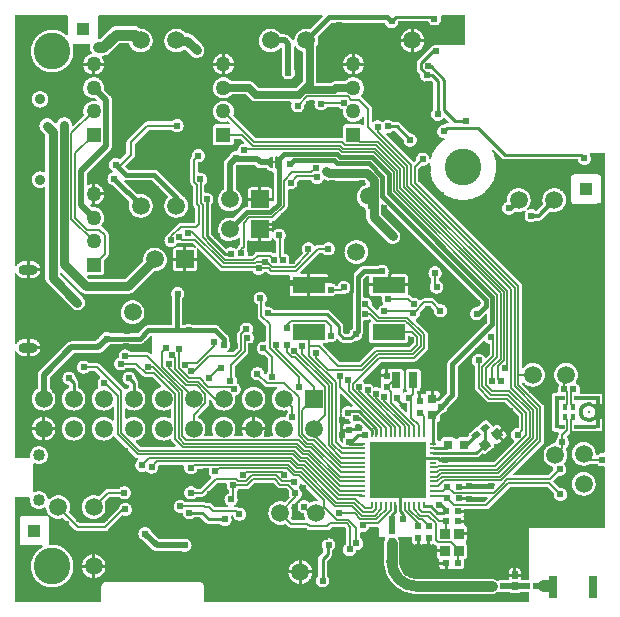
<source format=gtl>
G04 Layer_Physical_Order=1*
G04 Layer_Color=255*
%FSLAX24Y24*%
%MOIN*%
G70*
G01*
G75*
%ADD10C,0.0380*%
%ADD11C,0.0118*%
%ADD12C,0.0060*%
%ADD13C,0.0591*%
%ADD14R,0.0236X0.0197*%
%ADD15R,0.0315X0.0728*%
%ADD16R,0.0197X0.0236*%
%ADD17R,0.0315X0.0295*%
G04:AMPARAMS|DCode=18|XSize=31.5mil|YSize=29.5mil|CornerRadius=0mil|HoleSize=0mil|Usage=FLASHONLY|Rotation=310.000|XOffset=0mil|YOffset=0mil|HoleType=Round|Shape=Rectangle|*
%AMROTATEDRECTD18*
4,1,4,-0.0214,0.0026,0.0012,0.0216,0.0214,-0.0026,-0.0012,-0.0216,-0.0214,0.0026,0.0*
%
%ADD18ROTATEDRECTD18*%

%ADD19R,0.0197X0.0256*%
%ADD20R,0.0295X0.0315*%
G04:AMPARAMS|DCode=21|XSize=19.7mil|YSize=25.6mil|CornerRadius=0mil|HoleSize=0mil|Usage=FLASHONLY|Rotation=310.000|XOffset=0mil|YOffset=0mil|HoleType=Round|Shape=Rectangle|*
%AMROTATEDRECTD21*
4,1,4,-0.0161,-0.0007,0.0035,0.0158,0.0161,0.0007,-0.0035,-0.0158,-0.0161,-0.0007,0.0*
%
%ADD21ROTATEDRECTD21*%

%ADD22R,0.0256X0.0197*%
%ADD23R,0.1083X0.0551*%
%ADD24O,0.0079X0.0256*%
%ADD25O,0.0256X0.0079*%
%ADD26R,0.1850X0.1850*%
%ADD27R,0.0157X0.0236*%
%ADD28C,0.0079*%
%ADD29R,0.0394X0.0394*%
%ADD30R,0.0394X0.0394*%
%ADD31R,0.0335X0.0374*%
%ADD32R,0.0295X0.0551*%
%ADD33C,0.0058*%
%ADD34C,0.0350*%
%ADD35C,0.0150*%
%ADD36C,0.0100*%
%ADD37C,0.0090*%
%ADD38C,0.0138*%
%ADD39C,0.0116*%
%ADD40C,0.0075*%
%ADD41C,0.0300*%
%ADD42C,0.0080*%
%ADD43C,0.0200*%
%ADD44C,0.0400*%
%ADD45C,0.0110*%
%ADD46C,0.0250*%
G04:AMPARAMS|DCode=47|XSize=72.8mil|YSize=13.8mil|CornerRadius=0mil|HoleSize=0mil|Usage=FLASHONLY|Rotation=180.002|XOffset=0mil|YOffset=0mil|HoleType=Round|Shape=Rectangle|*
%AMROTATEDRECTD47*
4,1,4,0.0364,0.0069,0.0364,-0.0069,-0.0364,-0.0069,-0.0364,0.0069,0.0364,0.0069,0.0*
%
%ADD47ROTATEDRECTD47*%

G04:AMPARAMS|DCode=48|XSize=17.7mil|YSize=13.8mil|CornerRadius=0mil|HoleSize=0mil|Usage=FLASHONLY|Rotation=180.002|XOffset=0mil|YOffset=0mil|HoleType=Round|Shape=Rectangle|*
%AMROTATEDRECTD48*
4,1,4,0.0089,0.0069,0.0089,-0.0069,-0.0089,-0.0069,-0.0089,0.0069,0.0089,0.0069,0.0*
%
%ADD48ROTATEDRECTD48*%

%ADD49R,0.0138X0.1102*%
%ADD50R,0.0138X0.1102*%
%ADD51C,0.1220*%
%ADD52C,0.0118*%
%ADD53R,0.0591X0.0591*%
%ADD54O,0.0630X0.0354*%
%ADD55C,0.0402*%
%ADD56C,0.0354*%
%ADD57C,0.0500*%
%ADD58R,0.0500X0.0500*%
%ADD59C,0.0240*%
%ADD60C,0.0260*%
G36*
X8728Y15020D02*
X8740Y14999D01*
Y14660D01*
X8710Y14631D01*
X8663Y14646D01*
X8638Y14663D01*
X8609Y14692D01*
X8588Y14715D01*
X8565Y14754D01*
X8554Y14791D01*
X8556Y14878D01*
X8566Y14906D01*
X8599Y14960D01*
X8632Y14992D01*
X8668Y15015D01*
X8708Y15027D01*
X8728Y15020D01*
D02*
G37*
G36*
X16150Y4065D02*
X16034Y3948D01*
X15155D01*
Y3960D01*
X14937D01*
Y4060D01*
X15155D01*
Y4108D01*
X15158Y4111D01*
X16131D01*
X16150Y4065D01*
D02*
G37*
G36*
X8897Y15014D02*
X8922Y14997D01*
X8951Y14968D01*
X8972Y14945D01*
X8995Y14906D01*
X9006Y14869D01*
X9004Y14782D01*
X8994Y14754D01*
X8961Y14700D01*
X8928Y14668D01*
X8892Y14645D01*
X8852Y14633D01*
X8832Y14640D01*
X8820Y14661D01*
Y15000D01*
X8850Y15029D01*
X8897Y15014D01*
D02*
G37*
G36*
X15894Y3641D02*
X15781Y3529D01*
X15158D01*
X15155Y3532D01*
Y3580D01*
X14937D01*
Y3680D01*
X15155D01*
Y3687D01*
X15875D01*
X15894Y3641D01*
D02*
G37*
G36*
X9702Y4124D02*
X10239Y3588D01*
X10215Y3541D01*
X10196Y3543D01*
X10157Y3545D01*
X10119Y3543D01*
X10080Y3538D01*
X10043Y3528D01*
X10006Y3515D01*
X9971Y3499D01*
X9954Y3488D01*
X9952Y3491D01*
X9933Y3512D01*
X9911Y3531D01*
X9887Y3547D01*
X9862Y3560D01*
X9834Y3569D01*
X9806Y3575D01*
X9777Y3577D01*
X9748Y3575D01*
X9720Y3569D01*
X9693Y3560D01*
X9667Y3547D01*
X9643Y3531D01*
X9621Y3512D01*
X9602Y3491D01*
X9586Y3467D01*
X9574Y3441D01*
X9564Y3413D01*
X9559Y3385D01*
X9557Y3356D01*
X9559Y3328D01*
X9564Y3299D01*
X9574Y3272D01*
X9586Y3246D01*
X9602Y3222D01*
X9621Y3200D01*
X9643Y3181D01*
X9667Y3165D01*
X9693Y3153D01*
X9720Y3143D01*
X9748Y3138D01*
X9762Y3137D01*
X9764Y3111D01*
X9769Y3072D01*
X9779Y3035D01*
X9792Y2998D01*
X9806Y2968D01*
X9800Y2951D01*
X9777Y2918D01*
X9392D01*
X9332Y2978D01*
X9342Y2998D01*
X9355Y3035D01*
X9365Y3072D01*
X9370Y3111D01*
X9372Y3150D01*
X9370Y3188D01*
X9365Y3227D01*
X9355Y3264D01*
X9342Y3301D01*
X9329Y3329D01*
X9572Y3572D01*
X9585Y3587D01*
X9596Y3605D01*
X9601Y3616D01*
X9614Y3625D01*
X9636Y3644D01*
X9655Y3666D01*
X9671Y3690D01*
X9684Y3716D01*
X9693Y3743D01*
X9699Y3771D01*
X9700Y3800D01*
X9699Y3829D01*
X9693Y3857D01*
X9684Y3884D01*
X9671Y3910D01*
X9655Y3934D01*
X9636Y3956D01*
X9614Y3975D01*
X9609Y3979D01*
X9598Y4023D01*
X9598Y4026D01*
X9602Y4041D01*
X9615Y4056D01*
X9631Y4080D01*
X9644Y4106D01*
X9645Y4110D01*
X9695Y4125D01*
X9702Y4124D01*
D02*
G37*
G36*
X16364Y14974D02*
X16382Y14958D01*
X16402Y14946D01*
X16423Y14937D01*
X16446Y14931D01*
X16470Y14930D01*
X18898D01*
X18901Y14913D01*
X18910Y14886D01*
X18923Y14860D01*
X18939Y14836D01*
X18958Y14814D01*
X18980Y14795D01*
X19004Y14779D01*
X19030Y14766D01*
X19057Y14757D01*
X19085Y14751D01*
X19114Y14750D01*
X19143Y14751D01*
X19171Y14757D01*
X19198Y14766D01*
X19224Y14779D01*
X19248Y14795D01*
X19270Y14814D01*
X19289Y14836D01*
X19305Y14860D01*
X19318Y14886D01*
X19327Y14913D01*
X19333Y14941D01*
X19334Y14970D01*
X19333Y14999D01*
X19327Y15027D01*
X19318Y15054D01*
X19305Y15080D01*
X19295Y15096D01*
X19303Y15124D01*
X19319Y15146D01*
X19791D01*
Y5172D01*
X19741Y5138D01*
X19739Y5139D01*
X19710Y5140D01*
X19681Y5139D01*
X19653Y5133D01*
X19626Y5124D01*
X19600Y5111D01*
X19576Y5095D01*
X19563Y5084D01*
X19532Y5082D01*
X19490Y5111D01*
X19490Y5118D01*
X19488Y5157D01*
X19483Y5195D01*
X19473Y5233D01*
X19460Y5270D01*
X19444Y5305D01*
X19424Y5338D01*
X19400Y5369D01*
X19374Y5398D01*
X19346Y5424D01*
X19314Y5447D01*
X19281Y5467D01*
X19246Y5484D01*
X19209Y5497D01*
X19172Y5506D01*
X19133Y5512D01*
X19094Y5514D01*
X19056Y5512D01*
X19017Y5506D01*
X18980Y5497D01*
X18943Y5484D01*
X18908Y5467D01*
X18875Y5447D01*
X18843Y5424D01*
X18815Y5398D01*
X18789Y5369D01*
X18765Y5338D01*
X18745Y5305D01*
X18729Y5270D01*
X18716Y5233D01*
X18706Y5195D01*
X18701Y5157D01*
X18699Y5118D01*
X18701Y5079D01*
X18706Y5041D01*
X18716Y5003D01*
X18729Y4967D01*
X18745Y4932D01*
X18765Y4898D01*
X18789Y4867D01*
X18815Y4838D01*
X18843Y4812D01*
X18875Y4789D01*
X18908Y4769D01*
X18943Y4752D01*
X18980Y4739D01*
X19017Y4730D01*
X19056Y4724D01*
X19094Y4722D01*
X19133Y4724D01*
X19172Y4730D01*
X19209Y4739D01*
X19246Y4752D01*
X19281Y4769D01*
X19314Y4789D01*
X19315Y4790D01*
X19533D01*
X19535Y4786D01*
X19554Y4764D01*
X19576Y4745D01*
X19600Y4729D01*
X19626Y4716D01*
X19653Y4707D01*
X19681Y4701D01*
X19710Y4700D01*
X19739Y4701D01*
X19741Y4702D01*
X19791Y4668D01*
Y2634D01*
X17280D01*
Y898D01*
X17198D01*
X17175Y899D01*
X17033D01*
X17022Y906D01*
X16990Y945D01*
Y1023D01*
X16791D01*
X16592D01*
Y945D01*
X16561Y906D01*
X16550Y899D01*
X16417D01*
X16394Y898D01*
X16299D01*
X16280Y896D01*
X16261Y890D01*
X16243Y881D01*
X16228Y868D01*
X16183Y892D01*
X16180Y895D01*
X16157Y911D01*
X16132Y924D01*
X16106Y935D01*
X16079Y943D01*
X16052Y948D01*
X16024Y949D01*
X13576D01*
X13526Y949D01*
X13477Y951D01*
X13435Y956D01*
X13390Y965D01*
X13346Y977D01*
X13303Y993D01*
X13261Y1012D01*
X13221Y1035D01*
X13183Y1060D01*
X13147Y1089D01*
X13114Y1120D01*
X13083Y1153D01*
X13054Y1189D01*
X13029Y1227D01*
X13007Y1267D01*
X12988Y1309D01*
X12972Y1352D01*
X12959Y1396D01*
X12950Y1441D01*
X12945Y1483D01*
X12943Y1532D01*
D01*
X12943Y1581D01*
Y2150D01*
X12942Y2178D01*
X12937Y2206D01*
X12929Y2233D01*
X12919Y2259D01*
X12905Y2283D01*
X12900Y2291D01*
X12918Y2334D01*
X12925Y2341D01*
X13372D01*
Y2196D01*
X13374Y2176D01*
X13379Y2157D01*
X13389Y2140D01*
X13401Y2125D01*
X13416Y2112D01*
X13434Y2103D01*
X13453Y2097D01*
X13472Y2095D01*
X13521D01*
Y2314D01*
X13621D01*
Y2095D01*
X13669D01*
X13689Y2097D01*
X13707Y2103D01*
X13725Y2112D01*
X13740Y2125D01*
X13766Y2112D01*
X13784Y2103D01*
X13803Y2097D01*
X13822Y2095D01*
X13871D01*
Y2314D01*
X13971D01*
Y2095D01*
X14019D01*
X14039Y2097D01*
X14057Y2103D01*
X14075Y2112D01*
X14090Y2125D01*
X14102Y2125D01*
X14148Y2078D01*
X14164Y2065D01*
X14181Y2054D01*
X14200Y2047D01*
X14206Y2045D01*
Y1935D01*
X14474D01*
Y1835D01*
X14206D01*
Y1698D01*
X14208Y1679D01*
X14214Y1660D01*
X14223Y1642D01*
X14236Y1627D01*
X14251Y1615D01*
X14268Y1605D01*
X14287Y1589D01*
X14285Y1569D01*
Y1521D01*
X14504D01*
Y1471D01*
X14554D01*
Y1272D01*
X14622D01*
X14641Y1274D01*
X14660Y1279D01*
X14678Y1289D01*
X14693Y1301D01*
X14708D01*
X14723Y1289D01*
X14741Y1279D01*
X14760Y1274D01*
X14779Y1272D01*
X15016D01*
X15035Y1274D01*
X15054Y1279D01*
X15071Y1289D01*
X15087Y1301D01*
X15099Y1316D01*
X15108Y1334D01*
X15114Y1353D01*
X15116Y1372D01*
Y1569D01*
X15114Y1589D01*
X15112Y1596D01*
X15114Y1600D01*
X15133Y1605D01*
X15150Y1615D01*
X15165Y1627D01*
X15178Y1642D01*
X15187Y1660D01*
X15193Y1679D01*
X15195Y1698D01*
Y2072D01*
X15193Y2092D01*
X15187Y2111D01*
X15178Y2128D01*
X15169Y2139D01*
X15165Y2148D01*
Y2193D01*
X15169Y2202D01*
X15178Y2213D01*
X15187Y2231D01*
X15193Y2249D01*
X15195Y2269D01*
Y2406D01*
X14927D01*
Y2506D01*
X15195D01*
Y2643D01*
X15193Y2663D01*
X15187Y2681D01*
X15178Y2699D01*
X15165Y2714D01*
X15150Y2727D01*
X15133Y2736D01*
X15115Y2752D01*
X15116Y2772D01*
Y2821D01*
X14897D01*
Y2921D01*
X15116D01*
Y2969D01*
X15114Y2989D01*
X15108Y3007D01*
X15099Y3025D01*
X15087Y3041D01*
X15099Y3056D01*
X15108Y3074D01*
X15114Y3093D01*
X15116Y3112D01*
Y3161D01*
X14897D01*
Y3261D01*
X15116D01*
Y3268D01*
X15835D01*
X15856Y3270D01*
X15876Y3274D01*
X15895Y3282D01*
X15912Y3293D01*
X15928Y3306D01*
X16641Y4020D01*
X17886D01*
X18102Y3803D01*
X18101Y3799D01*
X18100Y3770D01*
X18101Y3741D01*
X18107Y3713D01*
X18116Y3686D01*
X18129Y3660D01*
X18145Y3636D01*
X18164Y3614D01*
X18186Y3595D01*
X18210Y3579D01*
X18236Y3566D01*
X18263Y3557D01*
X18291Y3551D01*
X18320Y3550D01*
X18349Y3551D01*
X18377Y3557D01*
X18404Y3566D01*
X18430Y3579D01*
X18454Y3595D01*
X18476Y3614D01*
X18495Y3636D01*
X18511Y3660D01*
X18524Y3686D01*
X18533Y3713D01*
X18539Y3741D01*
X18540Y3770D01*
X18539Y3799D01*
X18533Y3827D01*
X18524Y3854D01*
X18511Y3880D01*
X18495Y3904D01*
X18476Y3926D01*
X18454Y3945D01*
X18430Y3961D01*
X18404Y3974D01*
X18377Y3983D01*
X18349Y3989D01*
X18320Y3990D01*
X18291Y3989D01*
X18287Y3988D01*
X18074Y4200D01*
X18257Y4382D01*
X18261Y4381D01*
X18290Y4380D01*
X18319Y4381D01*
X18347Y4387D01*
X18374Y4396D01*
X18400Y4409D01*
X18424Y4425D01*
X18446Y4444D01*
X18465Y4466D01*
X18481Y4490D01*
X18494Y4516D01*
X18503Y4543D01*
X18509Y4571D01*
X18510Y4600D01*
X18509Y4629D01*
X18503Y4657D01*
X18494Y4684D01*
X18481Y4710D01*
X18465Y4734D01*
X18446Y4756D01*
X18445Y4815D01*
X18448Y4819D01*
X18456Y4828D01*
X18479Y4859D01*
X18499Y4892D01*
X18515Y4927D01*
X18528Y4964D01*
X18538Y5002D01*
X18543Y5040D01*
X18545Y5079D01*
X18543Y5118D01*
X18538Y5156D01*
X18528Y5194D01*
X18515Y5230D01*
X18501Y5261D01*
X18504Y5269D01*
X18509Y5289D01*
X18510Y5309D01*
Y5323D01*
X18514Y5325D01*
X18536Y5344D01*
X18555Y5366D01*
X18571Y5390D01*
X18584Y5416D01*
X18593Y5443D01*
X18599Y5471D01*
X18600Y5500D01*
X18599Y5529D01*
X18593Y5557D01*
X18584Y5584D01*
X18571Y5610D01*
X18555Y5634D01*
X18536Y5656D01*
X18542Y5714D01*
X18543Y5715D01*
X18635Y5808D01*
X18649Y5823D01*
X18659Y5841D01*
X18667Y5860D01*
X18672Y5880D01*
X18673Y5889D01*
X19696Y5889D01*
X19696Y6263D01*
X19489Y6263D01*
Y6495D01*
X19490Y6502D01*
X19489Y6509D01*
X19490Y6517D01*
X19489Y6524D01*
Y6764D01*
X19696Y6764D01*
X19696Y7129D01*
X18986Y7129D01*
X18982Y7132D01*
X18955Y7179D01*
X18957Y7183D01*
X18966Y7210D01*
X18972Y7238D01*
X18974Y7267D01*
X18972Y7296D01*
X18966Y7324D01*
X18957Y7351D01*
X18944Y7377D01*
X18928Y7401D01*
X18909Y7423D01*
X18887Y7442D01*
X18863Y7458D01*
X18844Y7468D01*
X18838Y7474D01*
X18836Y7476D01*
X18826Y7527D01*
X18833Y7536D01*
X18853Y7569D01*
X18870Y7604D01*
X18883Y7641D01*
X18892Y7679D01*
X18898Y7717D01*
X18900Y7756D01*
X18898Y7795D01*
X18892Y7833D01*
X18883Y7871D01*
X18870Y7907D01*
X18853Y7942D01*
X18833Y7976D01*
X18810Y8007D01*
X18784Y8036D01*
X18755Y8062D01*
X18724Y8085D01*
X18690Y8105D01*
X18655Y8122D01*
X18619Y8135D01*
X18581Y8144D01*
X18543Y8150D01*
X18504Y8152D01*
X18465Y8150D01*
X18427Y8144D01*
X18389Y8135D01*
X18352Y8122D01*
X18317Y8105D01*
X18284Y8085D01*
X18253Y8062D01*
X18224Y8036D01*
X18198Y8007D01*
X18175Y7976D01*
X18155Y7942D01*
X18138Y7907D01*
X18125Y7871D01*
X18116Y7833D01*
X18110Y7795D01*
X18108Y7756D01*
X18110Y7717D01*
X18116Y7679D01*
X18125Y7641D01*
X18138Y7604D01*
X18155Y7569D01*
X18175Y7536D01*
X18198Y7505D01*
X18224Y7476D01*
X18253Y7450D01*
X18255Y7449D01*
X18275Y7406D01*
X18265Y7380D01*
X18262Y7376D01*
X18249Y7350D01*
X18240Y7323D01*
X18234Y7294D01*
X18233Y7266D01*
X18234Y7237D01*
X18240Y7211D01*
X18240Y7208D01*
X18206Y7161D01*
X18131D01*
X18111Y7159D01*
X18092Y7153D01*
X18075Y7144D01*
X18060Y7132D01*
X18047Y7116D01*
X18038Y7099D01*
X18032Y7080D01*
X18030Y7061D01*
Y5958D01*
X18032Y5939D01*
X18038Y5920D01*
X18047Y5902D01*
X18060Y5887D01*
X18075Y5875D01*
X18092Y5865D01*
X18111Y5860D01*
X18131Y5858D01*
X18247D01*
X18267Y5826D01*
X18271Y5813D01*
X18271Y5808D01*
X18264Y5796D01*
X18256Y5777D01*
X18251Y5757D01*
X18250Y5737D01*
Y5677D01*
X18246Y5675D01*
X18224Y5656D01*
X18205Y5634D01*
X18189Y5610D01*
X18176Y5584D01*
X18167Y5557D01*
X18161Y5529D01*
X18160Y5500D01*
X18111Y5473D01*
X18111Y5473D01*
X18072Y5467D01*
X18035Y5457D01*
X17998Y5444D01*
X17963Y5428D01*
X17930Y5408D01*
X17899Y5385D01*
X17870Y5359D01*
X17844Y5330D01*
X17821Y5299D01*
X17801Y5265D01*
X17784Y5230D01*
X17771Y5194D01*
X17761Y5156D01*
X17756Y5118D01*
X17754Y5079D01*
X17756Y5040D01*
X17761Y5002D01*
X17771Y4964D01*
X17784Y4927D01*
X17801Y4892D01*
X17821Y4859D01*
X17844Y4828D01*
X17870Y4799D01*
X17899Y4773D01*
X17930Y4750D01*
X17963Y4730D01*
X17998Y4713D01*
X18035Y4700D01*
X18039Y4699D01*
X18073Y4661D01*
X18074Y4640D01*
X18071Y4629D01*
X18070Y4600D01*
X18071Y4571D01*
X18072Y4567D01*
X17904Y4398D01*
X16745D01*
X16726Y4444D01*
X17742Y5460D01*
X17756Y5476D01*
X17766Y5493D01*
X17774Y5512D01*
X17779Y5532D01*
X17780Y5553D01*
Y6668D01*
X17779Y6688D01*
X17774Y6708D01*
X17766Y6727D01*
X17756Y6745D01*
X17742Y6760D01*
X17048Y7454D01*
X17052Y7480D01*
X17068Y7489D01*
X17105Y7495D01*
X17122Y7476D01*
X17151Y7450D01*
X17182Y7427D01*
X17215Y7407D01*
X17250Y7390D01*
X17287Y7377D01*
X17324Y7368D01*
X17363Y7362D01*
X17402Y7360D01*
X17440Y7362D01*
X17479Y7368D01*
X17516Y7377D01*
X17553Y7390D01*
X17588Y7407D01*
X17621Y7427D01*
X17653Y7450D01*
X17681Y7476D01*
X17707Y7505D01*
X17731Y7536D01*
X17751Y7569D01*
X17767Y7604D01*
X17780Y7641D01*
X17790Y7679D01*
X17795Y7717D01*
X17797Y7756D01*
X17795Y7795D01*
X17790Y7833D01*
X17780Y7871D01*
X17767Y7907D01*
X17751Y7942D01*
X17731Y7976D01*
X17707Y8007D01*
X17681Y8036D01*
X17653Y8062D01*
X17621Y8085D01*
X17588Y8105D01*
X17553Y8122D01*
X17516Y8135D01*
X17479Y8144D01*
X17440Y8150D01*
X17402Y8152D01*
X17363Y8150D01*
X17324Y8144D01*
X17287Y8135D01*
X17250Y8122D01*
X17215Y8105D01*
X17182Y8085D01*
X17151Y8062D01*
X17122Y8036D01*
X17096Y8007D01*
X17086Y7994D01*
X17036Y8011D01*
Y10706D01*
X17034Y10727D01*
X17030Y10747D01*
X17022Y10766D01*
X17011Y10783D01*
X16998Y10799D01*
X13585Y14211D01*
Y14611D01*
X13697Y14722D01*
X13701Y14721D01*
X13730Y14720D01*
X13759Y14721D01*
X13787Y14727D01*
X13814Y14736D01*
X13840Y14749D01*
X13864Y14765D01*
X13886Y14784D01*
X13905Y14806D01*
X13921Y14830D01*
X13928Y14844D01*
X13976Y14829D01*
X13973Y14809D01*
X13968Y14747D01*
X13966Y14685D01*
X13968Y14623D01*
X13973Y14561D01*
X13982Y14500D01*
X13994Y14439D01*
X14010Y14379D01*
X14028Y14320D01*
X14051Y14262D01*
X14076Y14206D01*
X14104Y14151D01*
X14136Y14097D01*
X14170Y14046D01*
X14207Y13996D01*
X14247Y13949D01*
X14290Y13904D01*
X14335Y13862D01*
X14382Y13822D01*
X14432Y13784D01*
X14483Y13750D01*
X14537Y13718D01*
X14592Y13690D01*
X14648Y13665D01*
X14706Y13643D01*
X14765Y13624D01*
X14825Y13608D01*
X14886Y13596D01*
X14947Y13588D01*
X15009Y13582D01*
X15071Y13581D01*
X15133Y13582D01*
X15195Y13588D01*
X15256Y13596D01*
X15317Y13608D01*
X15377Y13624D01*
X15436Y13643D01*
X15493Y13665D01*
X15550Y13690D01*
X15605Y13718D01*
X15658Y13750D01*
X15710Y13784D01*
X15759Y13822D01*
X15807Y13862D01*
X15852Y13904D01*
X15894Y13949D01*
X15934Y13996D01*
X15972Y14046D01*
X16006Y14097D01*
X16037Y14151D01*
X16066Y14206D01*
X16091Y14262D01*
X16113Y14320D01*
X16132Y14379D01*
X16148Y14439D01*
X16160Y14500D01*
X16168Y14561D01*
X16173Y14623D01*
X16175Y14685D01*
X16173Y14747D01*
X16168Y14809D01*
X16160Y14870D01*
X16148Y14931D01*
X16132Y14991D01*
X16113Y15050D01*
X16091Y15108D01*
X16066Y15164D01*
X16037Y15219D01*
X16023Y15243D01*
X16063Y15274D01*
X16364Y14974D01*
D02*
G37*
G36*
X11967Y9605D02*
X11992Y9582D01*
X11992Y9562D01*
X11983Y9525D01*
X11976Y9520D01*
X11964Y9505D01*
X11954Y9487D01*
X11949Y9468D01*
X11947Y9449D01*
Y8898D01*
X11949Y8878D01*
X11954Y8859D01*
X11964Y8842D01*
X11976Y8827D01*
X11991Y8814D01*
X12009Y8805D01*
X12028Y8799D01*
X12047Y8797D01*
X13130D01*
X13150Y8799D01*
X13168Y8805D01*
X13186Y8814D01*
X13201Y8827D01*
X13213Y8842D01*
X13223Y8859D01*
X13228Y8878D01*
X13230Y8898D01*
Y9043D01*
X13317D01*
X13410Y8950D01*
Y8804D01*
X13297Y8692D01*
X12184D01*
X12163Y8690D01*
X12143Y8685D01*
X12125Y8677D01*
X12107Y8667D01*
X12092Y8653D01*
X11609Y8170D01*
X10968D01*
X10391Y8747D01*
X10412Y8797D01*
X10472D01*
X10492Y8799D01*
X10511Y8805D01*
X10528Y8814D01*
X10543Y8827D01*
X10556Y8842D01*
X10565Y8859D01*
X10613Y8847D01*
X10641Y8841D01*
X10670Y8840D01*
X10699Y8841D01*
X10727Y8847D01*
X10754Y8856D01*
X10780Y8869D01*
X10804Y8885D01*
X10826Y8904D01*
X10845Y8926D01*
X10848Y8931D01*
X10899Y8941D01*
X10911Y8938D01*
X10979Y8871D01*
X10997Y8855D01*
X11017Y8843D01*
X11039Y8834D01*
X11062Y8829D01*
X11085Y8827D01*
X11330D01*
X11354Y8829D01*
X11377Y8834D01*
X11398Y8843D01*
X11419Y8855D01*
X11437Y8871D01*
X11450Y8884D01*
X11461Y8881D01*
X11490Y8880D01*
X11519Y8881D01*
X11547Y8887D01*
X11574Y8896D01*
X11600Y8909D01*
X11624Y8925D01*
X11646Y8944D01*
X11665Y8966D01*
X11681Y8990D01*
X11694Y9016D01*
X11703Y9043D01*
X11709Y9071D01*
X11710Y9100D01*
X11710Y9112D01*
X11719Y9126D01*
X11729Y9147D01*
X11736Y9169D01*
X11741Y9191D01*
X11742Y9214D01*
Y9535D01*
X11791Y9571D01*
X11792Y9571D01*
X11820Y9570D01*
X11849Y9571D01*
X11877Y9577D01*
X11904Y9586D01*
X11930Y9599D01*
X11954Y9615D01*
X11967Y9605D01*
D02*
G37*
G36*
X15807Y8878D02*
X15815Y8866D01*
X15834Y8844D01*
X15856Y8825D01*
X15880Y8809D01*
X15906Y8796D01*
X15933Y8787D01*
X15956Y8783D01*
Y8439D01*
X15843Y8326D01*
X15835Y8324D01*
X15783Y8337D01*
X15781Y8340D01*
X15765Y8364D01*
X15746Y8386D01*
X15724Y8405D01*
X15700Y8421D01*
X15674Y8434D01*
X15647Y8443D01*
X15619Y8449D01*
X15590Y8450D01*
X15561Y8449D01*
X15533Y8443D01*
X15506Y8434D01*
X15480Y8421D01*
X15456Y8405D01*
X15434Y8386D01*
X15415Y8364D01*
X15399Y8340D01*
X15386Y8314D01*
X15377Y8287D01*
X15371Y8259D01*
X15370Y8230D01*
X15371Y8201D01*
X15377Y8173D01*
X15386Y8146D01*
X15399Y8120D01*
X15415Y8096D01*
X15434Y8074D01*
X15456Y8055D01*
X15466Y8049D01*
Y7317D01*
X15467Y7297D01*
X15472Y7277D01*
X15480Y7258D01*
X15490Y7240D01*
X15504Y7225D01*
X15859Y6870D01*
X15874Y6856D01*
X15892Y6846D01*
X15911Y6838D01*
X15931Y6833D01*
X15951Y6832D01*
X16469D01*
X16922Y6379D01*
Y6029D01*
X16890Y5980D01*
X16861Y5979D01*
X16833Y5973D01*
X16806Y5964D01*
X16780Y5951D01*
X16756Y5935D01*
X16734Y5916D01*
X16715Y5894D01*
X16699Y5870D01*
X16686Y5844D01*
X16677Y5817D01*
X16671Y5789D01*
X16670Y5760D01*
X16671Y5731D01*
X16677Y5703D01*
X16686Y5676D01*
X16699Y5650D01*
X16715Y5626D01*
X16734Y5604D01*
X16756Y5585D01*
X16758Y5583D01*
X16770Y5524D01*
X16089Y4843D01*
X14309D01*
X14308Y4849D01*
X14303Y4870D01*
X14295Y4890D01*
X14285Y4906D01*
X14295Y4921D01*
X14303Y4941D01*
X14308Y4962D01*
X14310Y4984D01*
X14327Y5003D01*
X15518D01*
X15540Y5004D01*
X15563Y5010D01*
X15584Y5018D01*
X15603Y5030D01*
X15620Y5045D01*
X15717Y5142D01*
X15724Y5136D01*
X15741Y5125D01*
X15759Y5117D01*
X15778Y5114D01*
X15798Y5114D01*
X15817Y5118D01*
X15835Y5126D01*
X15852Y5137D01*
X16078Y5327D01*
X16092Y5341D01*
X16102Y5357D01*
X16110Y5376D01*
X16113Y5395D01*
X16113Y5415D01*
X16110Y5432D01*
X16114Y5438D01*
X16143Y5462D01*
X16150Y5466D01*
X16166Y5459D01*
X16185Y5455D01*
X16205Y5456D01*
X16224Y5460D01*
X16243Y5467D01*
X16259Y5479D01*
X16334Y5541D01*
X16168Y5739D01*
X16206Y5771D01*
X16174Y5809D01*
X16364Y5969D01*
X16295Y6051D01*
X16281Y6065D01*
X16264Y6076D01*
X16246Y6083D01*
X16227Y6087D01*
X16207Y6087D01*
X16188Y6082D01*
X16170Y6075D01*
X16153Y6064D01*
X16113Y6030D01*
X16101Y6029D01*
X16055Y6046D01*
X16055Y6046D01*
X16044Y6062D01*
X15918Y6213D01*
X15903Y6226D01*
X15887Y6237D01*
X15869Y6245D01*
X15849Y6248D01*
X15830Y6248D01*
X15810Y6244D01*
X15792Y6236D01*
X15776Y6225D01*
X15580Y6061D01*
X15566Y6047D01*
X15555Y6030D01*
X15548Y6012D01*
X15547Y6008D01*
X15543Y6008D01*
X15524Y6004D01*
X15506Y5996D01*
X15489Y5985D01*
X15293Y5820D01*
X15280Y5806D01*
X15269Y5790D01*
X15262Y5771D01*
X15258Y5752D01*
X15258Y5732D01*
X15262Y5713D01*
X15262Y5713D01*
X15218Y5669D01*
X14961D01*
X14941Y5667D01*
X14922Y5661D01*
X14905Y5652D01*
X14890Y5639D01*
X14877Y5624D01*
X14869Y5609D01*
X14861Y5606D01*
X14824D01*
X14816Y5609D01*
X14808Y5624D01*
X14796Y5639D01*
X14780Y5652D01*
X14763Y5661D01*
X14744Y5667D01*
X14724Y5669D01*
X14429D01*
X14410Y5667D01*
X14391Y5661D01*
X14373Y5652D01*
X14358Y5639D01*
X14346Y5624D01*
X14336Y5606D01*
X14331Y5588D01*
X14329Y5568D01*
Y5560D01*
X14298Y5546D01*
X14279Y5544D01*
X14269Y5556D01*
X14252Y5570D01*
X14234Y5581D01*
X14217Y5588D01*
Y6179D01*
X14218Y6179D01*
X14236Y6184D01*
X14254Y6194D01*
X14269Y6206D01*
X14282Y6221D01*
X14291Y6239D01*
X14297Y6258D01*
X14299Y6277D01*
Y6411D01*
X14357Y6470D01*
X14367Y6470D01*
X14395Y6476D01*
X14423Y6485D01*
X14448Y6498D01*
X14472Y6514D01*
X14494Y6533D01*
X14513Y6555D01*
X14529Y6579D01*
X14542Y6605D01*
X14551Y6632D01*
X14557Y6659D01*
X14844Y6947D01*
X14859Y6964D01*
X14872Y6983D01*
X14882Y7004D01*
X14889Y7025D01*
X14894Y7048D01*
X14895Y7071D01*
Y8037D01*
X15745Y8887D01*
X15770Y8888D01*
X15807Y8878D01*
D02*
G37*
G36*
X11404Y6735D02*
X11385Y6688D01*
X11335D01*
X11324Y6694D01*
X11297Y6703D01*
X11269Y6709D01*
X11240Y6710D01*
X11211Y6709D01*
X11183Y6703D01*
X11156Y6694D01*
X11130Y6681D01*
X11106Y6665D01*
X11084Y6646D01*
X11065Y6624D01*
X11049Y6600D01*
X11036Y6574D01*
X11027Y6547D01*
X11021Y6519D01*
X11020Y6490D01*
X11021Y6461D01*
X11027Y6433D01*
X11036Y6406D01*
X11049Y6380D01*
X11065Y6356D01*
X11084Y6334D01*
X11106Y6315D01*
X11130Y6299D01*
X11156Y6286D01*
X11183Y6277D01*
X11211Y6271D01*
X11240Y6270D01*
X11269Y6271D01*
X11275Y6273D01*
X11277Y6263D01*
X11286Y6236D01*
X11299Y6210D01*
X11315Y6186D01*
X11324Y6176D01*
X11310Y6136D01*
X11302Y6126D01*
X11182D01*
X11163Y6124D01*
X11144Y6118D01*
X11126Y6109D01*
X11111Y6097D01*
X11099Y6081D01*
X11089Y6064D01*
X11084Y6045D01*
X11082Y6026D01*
Y5957D01*
X11281D01*
Y5857D01*
X11082D01*
Y5789D01*
X11084Y5770D01*
X11089Y5751D01*
X11099Y5733D01*
X11108Y5711D01*
X11099Y5688D01*
X11089Y5670D01*
X11084Y5651D01*
X11082Y5632D01*
Y5504D01*
X11035Y5485D01*
X10958Y5563D01*
Y7115D01*
X11004Y7134D01*
X11404Y6735D01*
D02*
G37*
G36*
X11721Y5998D02*
X11718Y5962D01*
X11709Y5940D01*
X11690Y5931D01*
X11666Y5915D01*
X11644Y5896D01*
X11639Y5890D01*
X11560D01*
X11536Y5889D01*
X11529Y5887D01*
X11492Y5908D01*
X11479Y5923D01*
Y6026D01*
X11478Y6045D01*
X11476Y6050D01*
X11480Y6066D01*
X11491Y6083D01*
X11509Y6101D01*
X11519Y6101D01*
X11547Y6107D01*
X11574Y6116D01*
X11594Y6126D01*
X11721Y5998D01*
D02*
G37*
G36*
X13093Y6799D02*
X13111Y6789D01*
X13130Y6784D01*
X13149Y6782D01*
X13210D01*
Y6537D01*
X13163Y6518D01*
X12946Y6735D01*
X12965Y6782D01*
X12992D01*
X13011Y6784D01*
X13030Y6789D01*
X13048Y6799D01*
X13071Y6808D01*
X13093Y6799D01*
D02*
G37*
G36*
X10403Y19706D02*
X9969Y19272D01*
X9957Y19276D01*
X9920Y19286D01*
X9881Y19291D01*
X9843Y19293D01*
X9804Y19291D01*
X9765Y19286D01*
X9728Y19276D01*
X9691Y19263D01*
X9656Y19247D01*
X9623Y19227D01*
X9591Y19204D01*
X9563Y19177D01*
X9537Y19149D01*
X9513Y19118D01*
X9493Y19084D01*
X9477Y19049D01*
X9464Y19013D01*
X9454Y18975D01*
X9449Y18936D01*
X9448Y18923D01*
X9447Y18922D01*
X9397Y18907D01*
X9392Y18913D01*
X9392Y18913D01*
X9265Y19039D01*
X9246Y19057D01*
X9224Y19071D01*
X9200Y19083D01*
X9176Y19091D01*
X9150Y19096D01*
X9124Y19098D01*
X9002D01*
X8990Y19118D01*
X8967Y19149D01*
X8941Y19177D01*
X8912Y19204D01*
X8881Y19227D01*
X8848Y19247D01*
X8813Y19263D01*
X8776Y19276D01*
X8739Y19286D01*
X8700Y19291D01*
X8661Y19293D01*
X8623Y19291D01*
X8584Y19286D01*
X8547Y19276D01*
X8510Y19263D01*
X8475Y19247D01*
X8442Y19227D01*
X8410Y19204D01*
X8382Y19177D01*
X8356Y19149D01*
X8332Y19118D01*
X8312Y19084D01*
X8296Y19049D01*
X8283Y19013D01*
X8273Y18975D01*
X8268Y18936D01*
X8266Y18898D01*
X8268Y18859D01*
X8273Y18820D01*
X8283Y18783D01*
X8296Y18746D01*
X8312Y18711D01*
X8332Y18678D01*
X8356Y18647D01*
X8382Y18618D01*
X8410Y18592D01*
X8442Y18569D01*
X8475Y18549D01*
X8510Y18532D01*
X8547Y18519D01*
X8584Y18509D01*
X8623Y18504D01*
X8661Y18502D01*
X8700Y18504D01*
X8739Y18509D01*
X8776Y18519D01*
X8813Y18532D01*
X8848Y18549D01*
X8881Y18569D01*
X8912Y18592D01*
X8941Y18618D01*
X8967Y18647D01*
X8968Y18647D01*
X9031Y18656D01*
X9035Y18654D01*
X9050Y18640D01*
Y17911D01*
X9046Y17904D01*
X9037Y17877D01*
X9031Y17849D01*
X9030Y17820D01*
X9031Y17791D01*
X9037Y17763D01*
X9046Y17736D01*
X9059Y17710D01*
X9075Y17686D01*
X9094Y17664D01*
X9116Y17645D01*
X9140Y17629D01*
X9166Y17616D01*
X9193Y17607D01*
X9221Y17601D01*
X9250Y17600D01*
X9279Y17601D01*
X9307Y17607D01*
X9334Y17616D01*
X9360Y17629D01*
X9384Y17645D01*
X9406Y17664D01*
X9425Y17686D01*
X9441Y17710D01*
X9454Y17736D01*
X9463Y17763D01*
X9469Y17791D01*
X9470Y17820D01*
X9469Y17849D01*
X9463Y17877D01*
X9454Y17904D01*
X9450Y17911D01*
Y18687D01*
X9500Y18700D01*
X9513Y18678D01*
X9537Y18647D01*
X9563Y18618D01*
X9591Y18592D01*
X9623Y18569D01*
X9656Y18549D01*
X9691Y18532D01*
X9728Y18519D01*
X9735Y18517D01*
Y17544D01*
X9600Y17409D01*
X9600Y17409D01*
X9506Y17315D01*
X8256D01*
X8089Y17482D01*
X8067Y17502D01*
X8043Y17518D01*
X8016Y17531D01*
X7988Y17541D01*
X7959Y17546D01*
X7930Y17548D01*
X7930Y17548D01*
X7355D01*
X7334Y17571D01*
X7309Y17594D01*
X7281Y17614D01*
X7252Y17632D01*
X7221Y17647D01*
X7188Y17658D01*
X7155Y17667D01*
X7121Y17672D01*
X7087Y17673D01*
X7052Y17672D01*
X7018Y17667D01*
X6985Y17658D01*
X6953Y17647D01*
X6921Y17632D01*
X6892Y17614D01*
X6864Y17594D01*
X6839Y17571D01*
X6816Y17545D01*
X6795Y17518D01*
X6778Y17488D01*
X6763Y17457D01*
X6751Y17425D01*
X6743Y17391D01*
X6738Y17357D01*
X6736Y17323D01*
X6738Y17288D01*
X6743Y17254D01*
X6751Y17221D01*
X6763Y17189D01*
X6778Y17158D01*
X6795Y17128D01*
X6816Y17101D01*
X6839Y17075D01*
X6864Y17052D01*
X6892Y17031D01*
X6921Y17014D01*
X6953Y16999D01*
X6985Y16988D01*
X7018Y16979D01*
X7052Y16974D01*
X7087Y16972D01*
X7121Y16974D01*
X7155Y16979D01*
X7188Y16988D01*
X7221Y16999D01*
X7252Y17014D01*
X7281Y17031D01*
X7309Y17052D01*
X7334Y17075D01*
X7355Y17097D01*
X7837D01*
X8003Y16931D01*
X8026Y16911D01*
X8050Y16895D01*
X8077Y16882D01*
X8104Y16872D01*
X8133Y16866D01*
X8163Y16865D01*
X8163Y16865D01*
X9296D01*
X9311Y16861D01*
X9329Y16860D01*
X9337Y16854D01*
X9348Y16840D01*
X9359Y16811D01*
X9356Y16804D01*
X9347Y16777D01*
X9341Y16749D01*
X9340Y16720D01*
X9341Y16691D01*
X9347Y16663D01*
X9356Y16636D01*
X9369Y16610D01*
X9385Y16586D01*
X9404Y16564D01*
X9426Y16545D01*
X9450Y16529D01*
X9476Y16516D01*
X9503Y16507D01*
X9531Y16501D01*
X9560Y16500D01*
X9589Y16501D01*
X9617Y16507D01*
X9644Y16516D01*
X9670Y16529D01*
X9694Y16545D01*
X9716Y16564D01*
X9735Y16586D01*
X9751Y16610D01*
X9764Y16636D01*
X9773Y16663D01*
X9779Y16691D01*
X9780Y16720D01*
X9779Y16749D01*
X9778Y16753D01*
X9931Y16907D01*
X10097D01*
X10109Y16897D01*
X10130Y16857D01*
X10127Y16847D01*
X10121Y16819D01*
X10120Y16790D01*
X10121Y16761D01*
X10127Y16733D01*
X10136Y16706D01*
X10149Y16680D01*
X10165Y16656D01*
X10184Y16634D01*
X10206Y16615D01*
X10230Y16599D01*
X10256Y16586D01*
X10283Y16577D01*
X10311Y16571D01*
X10340Y16570D01*
X10369Y16571D01*
X10397Y16577D01*
X10424Y16586D01*
X10450Y16599D01*
X10474Y16615D01*
X10496Y16634D01*
X10515Y16656D01*
X10531Y16680D01*
X10536Y16690D01*
X10913D01*
X10915Y16686D01*
X10934Y16664D01*
X10956Y16645D01*
X10980Y16629D01*
X11006Y16616D01*
X11033Y16607D01*
X11061Y16601D01*
X11071Y16589D01*
X11069Y16570D01*
X11067Y16535D01*
X11069Y16501D01*
X11074Y16467D01*
X11082Y16434D01*
X11094Y16401D01*
X11108Y16370D01*
X11126Y16341D01*
X11146Y16313D01*
X11170Y16288D01*
X11195Y16265D01*
X11223Y16244D01*
X11252Y16226D01*
X11283Y16212D01*
X11316Y16200D01*
X11349Y16192D01*
X11383Y16187D01*
X11417Y16185D01*
X11452Y16187D01*
X11486Y16192D01*
X11519Y16200D01*
X11551Y16212D01*
X11583Y16226D01*
X11612Y16244D01*
X11640Y16265D01*
X11665Y16288D01*
X11688Y16313D01*
X11709Y16341D01*
X11717Y16355D01*
X11767Y16342D01*
Y16110D01*
X11738Y16091D01*
X11717Y16085D01*
X11706Y16091D01*
X11687Y16097D01*
X11667Y16099D01*
X11167D01*
X11148Y16097D01*
X11129Y16091D01*
X11112Y16082D01*
X11096Y16069D01*
X11084Y16054D01*
X11074Y16036D01*
X11069Y16018D01*
X11067Y15998D01*
Y15679D01*
X11062Y15669D01*
X11025Y15634D01*
X8171D01*
X7408Y16397D01*
X7410Y16401D01*
X7422Y16434D01*
X7430Y16467D01*
X7435Y16501D01*
X7437Y16535D01*
X7435Y16570D01*
X7430Y16604D01*
X7422Y16637D01*
X7410Y16670D01*
X7396Y16701D01*
X7378Y16730D01*
X7357Y16758D01*
X7334Y16783D01*
X7309Y16806D01*
X7281Y16827D01*
X7252Y16844D01*
X7221Y16859D01*
X7188Y16871D01*
X7155Y16879D01*
X7121Y16884D01*
X7087Y16886D01*
X7052Y16884D01*
X7018Y16879D01*
X6985Y16871D01*
X6953Y16859D01*
X6921Y16844D01*
X6892Y16827D01*
X6864Y16806D01*
X6839Y16783D01*
X6816Y16758D01*
X6795Y16730D01*
X6778Y16701D01*
X6763Y16670D01*
X6751Y16637D01*
X6743Y16604D01*
X6738Y16570D01*
X6736Y16535D01*
X6738Y16501D01*
X6743Y16467D01*
X6751Y16434D01*
X6763Y16401D01*
X6778Y16370D01*
X6795Y16341D01*
X6816Y16313D01*
X6839Y16288D01*
X6864Y16265D01*
X6892Y16244D01*
X6921Y16226D01*
X6953Y16212D01*
X6985Y16200D01*
X7018Y16192D01*
X7052Y16187D01*
X7087Y16185D01*
X7121Y16187D01*
X7155Y16192D01*
X7188Y16200D01*
X7221Y16212D01*
X7225Y16214D01*
X7291Y16149D01*
X7270Y16099D01*
X6837D01*
X6817Y16097D01*
X6798Y16091D01*
X6781Y16082D01*
X6766Y16069D01*
X6753Y16054D01*
X6744Y16036D01*
X6738Y16018D01*
X6736Y15998D01*
Y15498D01*
X6738Y15478D01*
X6744Y15460D01*
X6753Y15442D01*
X6766Y15427D01*
X6781Y15414D01*
X6798Y15405D01*
X6817Y15399D01*
X6837Y15398D01*
X7337D01*
X7356Y15399D01*
X7375Y15405D01*
X7392Y15414D01*
X7408Y15427D01*
X7420Y15442D01*
X7429Y15460D01*
X7435Y15478D01*
X7437Y15498D01*
Y15619D01*
X7657D01*
X7766Y15510D01*
X7754Y15470D01*
X7747Y15458D01*
X7723Y15453D01*
X7696Y15444D01*
X7670Y15431D01*
X7646Y15415D01*
X7624Y15396D01*
X7605Y15374D01*
X7589Y15350D01*
X7576Y15324D01*
X7567Y15297D01*
X7561Y15269D01*
X7560Y15253D01*
X7544Y15230D01*
X7511Y15210D01*
X7500Y15210D01*
X7471Y15209D01*
X7443Y15203D01*
X7416Y15194D01*
X7390Y15181D01*
X7366Y15165D01*
X7344Y15146D01*
X7325Y15124D01*
X7309Y15100D01*
X7296Y15074D01*
X7294Y15067D01*
X7158Y14932D01*
X7141Y14912D01*
X7126Y14890D01*
X7115Y14867D01*
X7106Y14842D01*
X7101Y14816D01*
X7100Y14790D01*
Y13941D01*
X7080Y13929D01*
X7049Y13906D01*
X7020Y13880D01*
X6994Y13851D01*
X6971Y13820D01*
X6951Y13787D01*
X6934Y13751D01*
X6921Y13715D01*
X6912Y13677D01*
X6906Y13639D01*
X6904Y13600D01*
X6906Y13561D01*
X6912Y13523D01*
X6921Y13485D01*
X6934Y13449D01*
X6951Y13413D01*
X6971Y13380D01*
X6994Y13349D01*
X7020Y13320D01*
X7049Y13294D01*
X7080Y13271D01*
X7113Y13251D01*
X7149Y13234D01*
X7185Y13221D01*
X7223Y13212D01*
X7261Y13206D01*
X7300Y13204D01*
X7339Y13206D01*
X7377Y13212D01*
X7415Y13221D01*
X7451Y13234D01*
X7487Y13251D01*
X7520Y13271D01*
X7551Y13294D01*
X7580Y13320D01*
X7606Y13349D01*
X7629Y13380D01*
X7649Y13413D01*
X7666Y13449D01*
X7679Y13485D01*
X7688Y13523D01*
X7694Y13561D01*
X7696Y13600D01*
X7694Y13639D01*
X7688Y13677D01*
X7679Y13715D01*
X7666Y13751D01*
X7649Y13787D01*
X7629Y13820D01*
X7606Y13851D01*
X7580Y13880D01*
X7551Y13906D01*
X7520Y13929D01*
X7500Y13941D01*
Y14707D01*
X7555Y14762D01*
X8117D01*
X8191Y14688D01*
X8191Y14688D01*
X8210Y14671D01*
X8232Y14656D01*
X8256Y14645D01*
X8280Y14636D01*
X8306Y14631D01*
X8332Y14630D01*
X8523D01*
X8537Y14614D01*
X8563Y14591D01*
X8591Y14571D01*
X8621Y14555D01*
X8652Y14542D01*
X8677Y14534D01*
X8726Y14523D01*
X8751Y14506D01*
X8765Y14490D01*
Y13554D01*
X8746Y13540D01*
X8725Y13550D01*
X8300D01*
X7904D01*
Y13347D01*
X7872D01*
X7849Y13346D01*
X7826Y13341D01*
X7805Y13334D01*
X7784Y13324D01*
X7765Y13311D01*
X7748Y13296D01*
X7427Y12975D01*
X7415Y12979D01*
X7377Y12988D01*
X7339Y12994D01*
X7300Y12996D01*
X7261Y12994D01*
X7223Y12988D01*
X7185Y12979D01*
X7149Y12966D01*
X7113Y12949D01*
X7080Y12929D01*
X7049Y12906D01*
X7020Y12880D01*
X6994Y12851D01*
X6971Y12820D01*
X6951Y12787D01*
X6934Y12751D01*
X6921Y12715D01*
X6912Y12677D01*
X6906Y12639D01*
X6904Y12600D01*
X6906Y12561D01*
X6912Y12523D01*
X6921Y12485D01*
X6934Y12449D01*
X6951Y12413D01*
X6971Y12380D01*
X6994Y12349D01*
X7020Y12320D01*
X7049Y12294D01*
X7080Y12271D01*
X7113Y12251D01*
X7149Y12234D01*
X7185Y12221D01*
X7223Y12212D01*
X7261Y12206D01*
X7300Y12204D01*
X7339Y12206D01*
X7377Y12212D01*
X7415Y12221D01*
X7451Y12234D01*
X7487Y12251D01*
X7520Y12271D01*
X7551Y12294D01*
X7576Y12316D01*
X7592Y12314D01*
X7625Y12296D01*
Y12074D01*
X7585Y12033D01*
X7572Y12018D01*
X7561Y12000D01*
X7560Y11997D01*
X7543Y11986D01*
X7521Y11967D01*
X7492Y11950D01*
X7458Y11968D01*
X7439Y11981D01*
X7413Y11994D01*
X7385Y12003D01*
X7357Y12009D01*
X7328Y12010D01*
X7300Y12009D01*
X7271Y12003D01*
X7244Y11994D01*
X7218Y11981D01*
X7194Y11965D01*
X7180Y11953D01*
X6680Y12452D01*
Y13439D01*
X6686Y13444D01*
X6705Y13466D01*
X6721Y13490D01*
X6734Y13516D01*
X6743Y13543D01*
X6749Y13571D01*
X6750Y13600D01*
X6749Y13629D01*
X6743Y13657D01*
X6734Y13684D01*
X6721Y13710D01*
X6705Y13734D01*
X6686Y13756D01*
X6664Y13775D01*
X6640Y13791D01*
X6614Y13804D01*
X6587Y13813D01*
X6559Y13819D01*
X6530Y13820D01*
X6503Y13819D01*
X6501Y13819D01*
X6453Y13855D01*
Y14094D01*
X6454Y14095D01*
X6476Y14114D01*
X6495Y14136D01*
X6511Y14160D01*
X6524Y14186D01*
X6533Y14213D01*
X6539Y14241D01*
X6540Y14270D01*
X6539Y14299D01*
X6533Y14327D01*
X6524Y14354D01*
X6511Y14380D01*
X6495Y14404D01*
X6476Y14426D01*
X6454Y14445D01*
X6430Y14461D01*
X6404Y14474D01*
X6377Y14483D01*
X6349Y14489D01*
X6320Y14490D01*
X6293Y14489D01*
X6291Y14489D01*
X6243Y14525D01*
Y14837D01*
X6245Y14840D01*
X6274Y14841D01*
X6302Y14847D01*
X6329Y14856D01*
X6355Y14869D01*
X6379Y14885D01*
X6401Y14904D01*
X6420Y14926D01*
X6436Y14950D01*
X6448Y14976D01*
X6458Y15003D01*
X6463Y15031D01*
X6465Y15060D01*
X6463Y15089D01*
X6458Y15117D01*
X6448Y15144D01*
X6436Y15170D01*
X6420Y15194D01*
X6401Y15216D01*
X6379Y15235D01*
X6355Y15251D01*
X6329Y15264D01*
X6302Y15273D01*
X6274Y15279D01*
X6245Y15280D01*
X6216Y15279D01*
X6188Y15273D01*
X6160Y15264D01*
X6135Y15251D01*
X6111Y15235D01*
X6089Y15216D01*
X6070Y15194D01*
X6054Y15170D01*
X6041Y15144D01*
X6032Y15117D01*
X6026Y15089D01*
X6024Y15060D01*
X6026Y15031D01*
X6027Y15026D01*
X6022Y15020D01*
X6008Y15004D01*
X5998Y14987D01*
X5990Y14968D01*
X5985Y14949D01*
X5984Y14928D01*
Y14184D01*
X5985Y14164D01*
X5990Y14144D01*
X5998Y14126D01*
X6008Y14108D01*
X6022Y14093D01*
X6076Y14039D01*
Y13435D01*
X6077Y13414D01*
X6082Y13395D01*
X6090Y13376D01*
X6101Y13359D01*
X6114Y13343D01*
X6146Y13311D01*
Y12839D01*
X6113Y12806D01*
X5654D01*
X5634Y12805D01*
X5614Y12800D01*
X5596Y12792D01*
X5578Y12782D01*
X5563Y12768D01*
X5249Y12454D01*
X5235Y12439D01*
X5225Y12421D01*
X5223Y12416D01*
X5206Y12405D01*
X5184Y12386D01*
X5165Y12364D01*
X5149Y12340D01*
X5136Y12314D01*
X5127Y12287D01*
X5121Y12259D01*
X5120Y12230D01*
X5121Y12201D01*
X5127Y12173D01*
X5136Y12146D01*
X5149Y12120D01*
X5165Y12096D01*
X5184Y12074D01*
X5206Y12055D01*
X5230Y12039D01*
X5256Y12026D01*
X5283Y12017D01*
X5311Y12011D01*
X5340Y12010D01*
X5369Y12011D01*
X5397Y12017D01*
X5424Y12026D01*
X5450Y12039D01*
X5474Y12055D01*
X5496Y12074D01*
X5515Y12096D01*
X5531Y12120D01*
X5543Y12144D01*
X5563Y12137D01*
X5591Y12131D01*
X5620Y12130D01*
X5649Y12131D01*
X5674Y12136D01*
X5687Y12133D01*
X5708Y12132D01*
X6070D01*
X6176Y12026D01*
X6153Y11980D01*
X6138Y11986D01*
X6151Y11979D01*
X6153Y11979D01*
X6151Y11979D01*
X6134Y11988D01*
X6115Y11994D01*
X6095Y11996D01*
X5850D01*
Y11650D01*
X6196D01*
Y11895D01*
X6194Y11915D01*
X6188Y11934D01*
X6179Y11951D01*
X6179Y11953D01*
X6179Y11951D01*
X6186Y11938D01*
X6180Y11953D01*
X6226Y11976D01*
X6948Y11254D01*
X6964Y11241D01*
X6981Y11230D01*
X7000Y11222D01*
X7020Y11218D01*
X7040Y11216D01*
X8056D01*
X8056Y11216D01*
X8069Y11190D01*
X8085Y11166D01*
X8104Y11144D01*
X8126Y11125D01*
X8150Y11109D01*
X8176Y11096D01*
X8203Y11087D01*
X8231Y11081D01*
X8260Y11080D01*
X8289Y11081D01*
X8317Y11087D01*
X8344Y11096D01*
X8370Y11109D01*
X8394Y11125D01*
X8416Y11144D01*
X8435Y11166D01*
X8437Y11170D01*
X8545D01*
X8587Y11128D01*
X8603Y11114D01*
X8620Y11104D01*
X8639Y11096D01*
X8659Y11091D01*
X8679Y11090D01*
X9255D01*
X9264Y11084D01*
X9290Y11045D01*
X9291Y11040D01*
X9289Y11024D01*
Y10798D01*
X9881D01*
Y11124D01*
X9665D01*
X9644Y11174D01*
X10289Y11820D01*
X10403D01*
X10405Y11816D01*
X10424Y11794D01*
X10446Y11775D01*
X10470Y11759D01*
X10496Y11746D01*
X10523Y11737D01*
X10551Y11731D01*
X10580Y11730D01*
X10609Y11731D01*
X10637Y11737D01*
X10664Y11746D01*
X10690Y11759D01*
X10714Y11775D01*
X10736Y11794D01*
X10755Y11816D01*
X10771Y11840D01*
X10784Y11866D01*
X10793Y11893D01*
X10799Y11921D01*
X10800Y11950D01*
X10799Y11979D01*
X10793Y12007D01*
X10784Y12034D01*
X10771Y12060D01*
X10755Y12084D01*
X10736Y12106D01*
X10714Y12125D01*
X10690Y12141D01*
X10664Y12154D01*
X10637Y12163D01*
X10609Y12169D01*
X10580Y12170D01*
X10551Y12169D01*
X10523Y12163D01*
X10496Y12154D01*
X10470Y12141D01*
X10446Y12125D01*
X10424Y12106D01*
X10405Y12084D01*
X10403Y12080D01*
X10235D01*
X10215Y12079D01*
X10195Y12074D01*
X10176Y12066D01*
X10167Y12060D01*
X10141Y12060D01*
X10108Y12068D01*
X10103Y12073D01*
X10095Y12084D01*
X10076Y12106D01*
X10054Y12125D01*
X10030Y12141D01*
X10004Y12154D01*
X9977Y12163D01*
X9949Y12169D01*
X9920Y12170D01*
X9891Y12169D01*
X9863Y12163D01*
X9836Y12154D01*
X9810Y12141D01*
X9786Y12125D01*
X9764Y12106D01*
X9745Y12084D01*
X9729Y12060D01*
X9716Y12034D01*
X9707Y12007D01*
X9701Y11979D01*
X9700Y11950D01*
X9701Y11921D01*
X9707Y11893D01*
X9716Y11866D01*
X9729Y11840D01*
X9745Y11816D01*
X9747Y11813D01*
X9412Y11477D01*
X9329D01*
X9295Y11521D01*
X9294Y11527D01*
X9299Y11551D01*
X9300Y11580D01*
X9299Y11609D01*
X9293Y11637D01*
X9284Y11664D01*
X9271Y11690D01*
X9255Y11714D01*
X9236Y11736D01*
X9214Y11755D01*
X9190Y11771D01*
X9164Y11784D01*
X9137Y11793D01*
X9109Y11799D01*
X9100Y11799D01*
Y12257D01*
X9115Y12274D01*
X9131Y12298D01*
X9144Y12324D01*
X9153Y12351D01*
X9159Y12379D01*
X9160Y12408D01*
X9159Y12437D01*
X9153Y12465D01*
X9144Y12492D01*
X9131Y12518D01*
X9115Y12542D01*
X9096Y12564D01*
X9074Y12583D01*
X9050Y12599D01*
X9024Y12612D01*
X8997Y12621D01*
X8969Y12627D01*
X8940Y12629D01*
X8911Y12627D01*
X8883Y12621D01*
X8856Y12612D01*
X8830Y12599D01*
X8806Y12583D01*
X8784Y12564D01*
X8765Y12542D01*
X8749Y12518D01*
X8746Y12512D01*
X8696Y12523D01*
Y12550D01*
X8350D01*
Y12204D01*
X8595D01*
X8615Y12206D01*
X8634Y12212D01*
X8651Y12221D01*
X8666Y12234D01*
X8679Y12249D01*
X8688Y12266D01*
X8694Y12285D01*
X8695Y12295D01*
X8719Y12305D01*
X8746Y12305D01*
X8749Y12298D01*
X8765Y12274D01*
X8784Y12252D01*
X8806Y12233D01*
X8830Y12217D01*
X8840Y12212D01*
Y11843D01*
X8828Y11827D01*
X8790Y11800D01*
X8780Y11800D01*
X8751Y11799D01*
X8747Y11798D01*
X8724Y11820D01*
X8709Y11833D01*
X8691Y11844D01*
X8672Y11852D01*
X8652Y11857D01*
X8632Y11858D01*
X8222D01*
X8201Y11857D01*
X8181Y11852D01*
X8163Y11844D01*
X8145Y11833D01*
X8130Y11820D01*
X8022Y11713D01*
X7929D01*
X7904Y11739D01*
X7892Y11763D01*
X7896Y11782D01*
X7898Y11811D01*
X7896Y11840D01*
X7890Y11868D01*
X7881Y11895D01*
X7868Y11921D01*
X7857Y11938D01*
X7861Y11943D01*
X7872Y11961D01*
X7880Y11980D01*
X7885Y12000D01*
X7886Y12020D01*
Y12213D01*
X7925Y12230D01*
X7936Y12232D01*
X7949Y12221D01*
X7966Y12212D01*
X7985Y12206D01*
X8005Y12204D01*
X8250D01*
Y12600D01*
X8300D01*
Y12650D01*
X8696D01*
Y12879D01*
X8718D01*
X8738Y12880D01*
X8758Y12885D01*
X8777Y12893D01*
X8794Y12903D01*
X8810Y12917D01*
X9195Y13302D01*
X9208Y13317D01*
X9219Y13335D01*
X9227Y13354D01*
X9232Y13374D01*
X9233Y13394D01*
Y13908D01*
X9256Y13930D01*
X9283Y13945D01*
X9301Y13941D01*
X9330Y13940D01*
X9359Y13941D01*
X9387Y13947D01*
X9414Y13956D01*
X9440Y13969D01*
X9464Y13985D01*
X9486Y14004D01*
X9505Y14026D01*
X9521Y14050D01*
X9534Y14076D01*
X9543Y14103D01*
X9549Y14131D01*
X9550Y14160D01*
X9549Y14189D01*
X9548Y14193D01*
X9606Y14252D01*
X10000D01*
X10002Y14246D01*
X10014Y14220D01*
X10030Y14196D01*
X10049Y14175D01*
X10071Y14156D01*
X10095Y14140D01*
X10121Y14127D01*
X10148Y14118D01*
X10177Y14112D01*
X10205Y14110D01*
X10234Y14112D01*
X10262Y14118D01*
X10290Y14127D01*
X10316Y14140D01*
X10340Y14156D01*
X10361Y14175D01*
X10380Y14196D01*
X10396Y14220D01*
X10409Y14246D01*
X10409Y14248D01*
X10415Y14253D01*
X10461Y14268D01*
X10468Y14267D01*
X10469Y14266D01*
X10493Y14252D01*
X10519Y14242D01*
X10546Y14234D01*
X10574Y14229D01*
X10602Y14227D01*
X11752D01*
X11844Y14136D01*
X11837Y14085D01*
X11814Y14080D01*
X11778Y14066D01*
X11743Y14050D01*
X11709Y14030D01*
X11678Y14007D01*
X11649Y13981D01*
X11623Y13952D01*
X11600Y13921D01*
X11580Y13887D01*
X11564Y13852D01*
X11550Y13816D01*
X11541Y13778D01*
X11535Y13740D01*
X11533Y13701D01*
X11535Y13662D01*
X11541Y13624D01*
X11550Y13586D01*
X11564Y13549D01*
X11580Y13514D01*
X11600Y13481D01*
X11623Y13450D01*
X11649Y13421D01*
X11678Y13395D01*
X11709Y13372D01*
X11743Y13352D01*
X11778Y13335D01*
X11796Y13329D01*
X11797Y13323D01*
X11806Y13296D01*
X11819Y13270D01*
X11835Y13246D01*
X11850Y13229D01*
Y13000D01*
X11851Y12972D01*
X11856Y12944D01*
X11864Y12917D01*
X11874Y12891D01*
X11888Y12867D01*
X11904Y12844D01*
X11923Y12823D01*
X12553Y12193D01*
X12574Y12174D01*
X12597Y12158D01*
X12621Y12144D01*
X12647Y12134D01*
X12674Y12126D01*
X12702Y12121D01*
X12730Y12120D01*
X12758Y12121D01*
X12786Y12126D01*
X12813Y12134D01*
X12839Y12144D01*
X12863Y12158D01*
X12886Y12174D01*
X12907Y12193D01*
X12926Y12214D01*
X12942Y12237D01*
X12956Y12261D01*
X12966Y12287D01*
X12974Y12314D01*
X12979Y12342D01*
X12980Y12370D01*
X12979Y12398D01*
X12974Y12426D01*
X12966Y12453D01*
X12956Y12479D01*
X12942Y12503D01*
X12926Y12526D01*
X12907Y12547D01*
X12350Y13104D01*
Y13424D01*
X12397Y13443D01*
X15658Y10182D01*
Y10126D01*
X15541Y10009D01*
X15525Y10010D01*
X15496Y10009D01*
X15468Y10003D01*
X15441Y9994D01*
X15415Y9981D01*
X15391Y9965D01*
X15369Y9946D01*
X15350Y9924D01*
X15334Y9900D01*
X15321Y9874D01*
X15312Y9847D01*
X15306Y9819D01*
X15304Y9790D01*
X15306Y9761D01*
X15312Y9733D01*
X15321Y9706D01*
X15334Y9680D01*
X15350Y9656D01*
X15369Y9634D01*
X15391Y9615D01*
X15415Y9599D01*
X15441Y9586D01*
X15468Y9577D01*
X15496Y9571D01*
X15525Y9570D01*
X15554Y9571D01*
X15582Y9577D01*
X15609Y9586D01*
X15635Y9599D01*
X15659Y9615D01*
X15681Y9634D01*
X15700Y9656D01*
X15716Y9680D01*
X15724Y9696D01*
X15820Y9792D01*
X15866Y9772D01*
Y9504D01*
X14596Y8234D01*
X14581Y8217D01*
X14568Y8198D01*
X14558Y8177D01*
X14551Y8155D01*
X14546Y8133D01*
X14545Y8110D01*
Y7143D01*
X14349Y6947D01*
X14299Y6968D01*
Y7104D01*
X14297Y7124D01*
X14291Y7142D01*
X14282Y7160D01*
X14269Y7175D01*
X14254Y7187D01*
X14236Y7197D01*
X14218Y7202D01*
X14198Y7204D01*
X14091D01*
Y6956D01*
X13991D01*
Y7204D01*
X13883D01*
X13863Y7202D01*
X13845Y7197D01*
X13827Y7187D01*
X13812Y7175D01*
X13800Y7160D01*
X13790Y7142D01*
X13779Y7120D01*
X13750Y7105D01*
X13733Y7106D01*
X13729Y7106D01*
X13681D01*
Y6887D01*
X13581D01*
Y7113D01*
X13546Y7129D01*
Y7204D01*
X13564D01*
X13583Y7206D01*
X13602Y7212D01*
X13619Y7221D01*
X13635Y7234D01*
X13647Y7249D01*
X13656Y7267D01*
X13662Y7285D01*
X13664Y7305D01*
Y7856D01*
X13662Y7876D01*
X13656Y7895D01*
X13647Y7912D01*
X13635Y7927D01*
X13619Y7940D01*
X13602Y7949D01*
X13583Y7955D01*
X13564Y7957D01*
X13268D01*
X13249Y7955D01*
X13230Y7949D01*
X13213Y7940D01*
X13197Y7927D01*
X13185Y7912D01*
X13176Y7895D01*
X13170Y7876D01*
X13168Y7856D01*
Y7305D01*
X13170Y7285D01*
X13176Y7267D01*
X13185Y7249D01*
X13197Y7234D01*
X13203Y7229D01*
X13194Y7191D01*
X13187Y7179D01*
X13149D01*
X13130Y7178D01*
X13111Y7172D01*
X13093Y7163D01*
X13091Y7160D01*
X13057Y7172D01*
X13056Y7174D01*
X13055Y7178D01*
X13061Y7232D01*
X13064Y7234D01*
X13076Y7249D01*
X13086Y7267D01*
X13091Y7285D01*
X13093Y7305D01*
Y7856D01*
X13091Y7876D01*
X13086Y7895D01*
X13076Y7912D01*
X13064Y7927D01*
X13049Y7940D01*
X13031Y7949D01*
X13012Y7955D01*
X12993Y7957D01*
X12697D01*
X12678Y7955D01*
X12659Y7949D01*
X12646Y7942D01*
X12639Y7944D01*
X12619Y7946D01*
X12571D01*
Y7727D01*
X12521D01*
Y7677D01*
X12322D01*
Y7609D01*
X12324Y7590D01*
X12329Y7571D01*
X12339Y7553D01*
X12348Y7531D01*
X12339Y7508D01*
X12329Y7490D01*
X12324Y7471D01*
X12322Y7452D01*
Y7343D01*
X12298Y7325D01*
X12272Y7315D01*
X12254Y7324D01*
X12227Y7333D01*
X12199Y7339D01*
X12170Y7340D01*
X12141Y7339D01*
X12113Y7333D01*
X12093Y7326D01*
X12081Y7350D01*
X12065Y7374D01*
X12046Y7396D01*
X12024Y7415D01*
X12000Y7431D01*
X11974Y7444D01*
X11947Y7453D01*
X11919Y7459D01*
X11890Y7460D01*
X11861Y7459D01*
X11833Y7453D01*
X11806Y7444D01*
X11800Y7441D01*
X11791Y7460D01*
X11775Y7484D01*
X11756Y7506D01*
X11735Y7524D01*
X11734Y7525D01*
X11725Y7585D01*
X12335Y8195D01*
X13449D01*
X13469Y8197D01*
X13489Y8201D01*
X13508Y8209D01*
X13525Y8220D01*
X13541Y8233D01*
X13868Y8560D01*
X13881Y8576D01*
X13892Y8593D01*
X13900Y8612D01*
X13905Y8632D01*
X13906Y8652D01*
Y9102D01*
X13905Y9122D01*
X13900Y9142D01*
X13892Y9161D01*
X13881Y9178D01*
X13868Y9194D01*
X13505Y9557D01*
X13503Y9566D01*
X13516Y9617D01*
X13520Y9619D01*
X13544Y9635D01*
X13566Y9654D01*
X13585Y9676D01*
X13601Y9700D01*
X13614Y9726D01*
X13623Y9753D01*
X13629Y9781D01*
X13630Y9810D01*
X13629Y9831D01*
X13838Y10040D01*
X13986D01*
X14102Y9923D01*
X14101Y9919D01*
X14100Y9890D01*
X14101Y9861D01*
X14107Y9833D01*
X14116Y9806D01*
X14129Y9780D01*
X14145Y9756D01*
X14164Y9734D01*
X14186Y9715D01*
X14210Y9699D01*
X14236Y9686D01*
X14263Y9677D01*
X14291Y9671D01*
X14320Y9670D01*
X14349Y9671D01*
X14377Y9677D01*
X14404Y9686D01*
X14430Y9699D01*
X14454Y9715D01*
X14476Y9734D01*
X14495Y9756D01*
X14511Y9780D01*
X14524Y9806D01*
X14533Y9833D01*
X14539Y9861D01*
X14540Y9890D01*
X14539Y9919D01*
X14533Y9947D01*
X14524Y9974D01*
X14511Y10000D01*
X14495Y10024D01*
X14476Y10046D01*
X14454Y10065D01*
X14430Y10081D01*
X14404Y10094D01*
X14377Y10103D01*
X14349Y10109D01*
X14320Y10110D01*
X14291Y10109D01*
X14287Y10108D01*
X14132Y10262D01*
X14117Y10275D01*
X14099Y10286D01*
X14080Y10294D01*
X14060Y10299D01*
X14040Y10300D01*
X13784D01*
X13764Y10299D01*
X13744Y10294D01*
X13725Y10286D01*
X13708Y10275D01*
X13692Y10262D01*
X13665Y10235D01*
X13605Y10244D01*
X13604Y10245D01*
X13586Y10266D01*
X13564Y10285D01*
X13540Y10301D01*
X13514Y10314D01*
X13487Y10323D01*
X13459Y10329D01*
X13430Y10330D01*
X13401Y10329D01*
X13397Y10328D01*
X13342Y10382D01*
X13327Y10395D01*
X13309Y10406D01*
X13290Y10414D01*
X13270Y10419D01*
X13270Y10419D01*
X13252Y10434D01*
X13238Y10452D01*
X13230Y10470D01*
X13230Y10472D01*
Y10698D01*
X11947D01*
Y10472D01*
X11949Y10453D01*
X11954Y10434D01*
X11964Y10417D01*
X11976Y10401D01*
X11991Y10389D01*
X12009Y10380D01*
X12028Y10374D01*
X12047Y10372D01*
X12328D01*
X12362Y10322D01*
X12361Y10319D01*
X12360Y10290D01*
X12361Y10261D01*
X12367Y10233D01*
X12376Y10206D01*
X12389Y10180D01*
X12405Y10156D01*
X12420Y10139D01*
X12420Y10125D01*
X12404Y10085D01*
X12393Y10083D01*
X12366Y10074D01*
X12340Y10061D01*
X12316Y10045D01*
X12294Y10026D01*
X12275Y10004D01*
X12259Y9980D01*
X12246Y9954D01*
X12242Y9943D01*
X12203Y9928D01*
X12186Y9928D01*
X12038Y10077D01*
X12039Y10081D01*
X12040Y10110D01*
X12039Y10139D01*
X12033Y10167D01*
X12024Y10194D01*
X12011Y10220D01*
X11995Y10244D01*
X11976Y10266D01*
X11954Y10285D01*
X11930Y10301D01*
X11904Y10314D01*
X11877Y10323D01*
X11849Y10329D01*
X11820Y10330D01*
X11792Y10329D01*
X11791Y10329D01*
X11742Y10365D01*
Y10934D01*
X11843Y11035D01*
X11937D01*
X11947Y11024D01*
Y10798D01*
X13230D01*
Y11024D01*
X13228Y11043D01*
X13223Y11062D01*
X13213Y11079D01*
X13201Y11095D01*
X13186Y11107D01*
X13168Y11116D01*
X13150Y11122D01*
X13130Y11124D01*
X12626D01*
X12614Y11132D01*
X12587Y11174D01*
X12589Y11181D01*
X12590Y11210D01*
X12589Y11239D01*
X12583Y11267D01*
X12574Y11294D01*
X12561Y11320D01*
X12545Y11344D01*
X12526Y11366D01*
X12504Y11385D01*
X12480Y11401D01*
X12454Y11414D01*
X12427Y11423D01*
X12399Y11429D01*
X12370Y11430D01*
X12341Y11429D01*
X12313Y11423D01*
X12286Y11414D01*
X12260Y11401D01*
X12236Y11385D01*
X11770D01*
X11747Y11384D01*
X11725Y11379D01*
X11703Y11372D01*
X11682Y11362D01*
X11663Y11349D01*
X11646Y11334D01*
X11443Y11131D01*
X11428Y11114D01*
X11415Y11095D01*
X11405Y11074D01*
X11398Y11052D01*
X11393Y11030D01*
X11392Y11007D01*
Y9297D01*
X11380Y9291D01*
X11356Y9275D01*
X11334Y9256D01*
X11315Y9234D01*
X11299Y9210D01*
X11286Y9184D01*
X11277Y9157D01*
X11272Y9132D01*
X11268Y9128D01*
X11148D01*
X11080Y9195D01*
Y9387D01*
X11079Y9411D01*
X11073Y9434D01*
X11064Y9455D01*
X11052Y9475D01*
X11036Y9493D01*
X10653Y9876D01*
X10635Y9892D01*
X10615Y9904D01*
X10594Y9913D01*
X10571Y9919D01*
X10547Y9920D01*
X8744D01*
X8735Y9934D01*
X8716Y9956D01*
X8694Y9975D01*
X8670Y9991D01*
X8644Y10004D01*
X8617Y10013D01*
X8589Y10019D01*
X8560Y10020D01*
X8533Y10019D01*
X8531Y10019D01*
X8483Y10055D01*
Y10163D01*
X8485Y10166D01*
X8501Y10190D01*
X8514Y10216D01*
X8523Y10243D01*
X8529Y10271D01*
X8530Y10300D01*
X8529Y10329D01*
X8523Y10357D01*
X8514Y10384D01*
X8501Y10410D01*
X8485Y10434D01*
X8466Y10456D01*
X8444Y10475D01*
X8420Y10491D01*
X8394Y10504D01*
X8367Y10513D01*
X8339Y10519D01*
X8310Y10520D01*
X8281Y10519D01*
X8253Y10513D01*
X8226Y10504D01*
X8200Y10491D01*
X8176Y10475D01*
X8154Y10456D01*
X8135Y10434D01*
X8119Y10410D01*
X8106Y10384D01*
X8097Y10357D01*
X8091Y10329D01*
X8090Y10300D01*
X8091Y10271D01*
X8097Y10243D01*
X8106Y10216D01*
X8119Y10190D01*
X8135Y10166D01*
X8154Y10144D01*
X8176Y10125D01*
X8200Y10109D01*
X8222Y10098D01*
Y9714D01*
X8223Y9693D01*
X8228Y9674D01*
X8236Y9655D01*
X8247Y9637D01*
X8260Y9622D01*
X8502Y9380D01*
Y8892D01*
X8452Y8858D01*
X8449Y8859D01*
X8420Y8860D01*
X8391Y8859D01*
X8363Y8853D01*
X8336Y8844D01*
X8310Y8831D01*
X8286Y8815D01*
X8264Y8796D01*
X8245Y8774D01*
X8229Y8750D01*
X8216Y8724D01*
X8207Y8697D01*
X8201Y8669D01*
X8200Y8640D01*
X8201Y8611D01*
X8207Y8583D01*
X8216Y8556D01*
X8229Y8530D01*
X8245Y8506D01*
X8264Y8484D01*
X8286Y8465D01*
X8310Y8449D01*
X8336Y8436D01*
X8363Y8427D01*
X8391Y8421D01*
X8420Y8420D01*
X8449Y8421D01*
X8453Y8422D01*
X8570Y8306D01*
Y7857D01*
X8566Y7855D01*
X8544Y7836D01*
X8525Y7814D01*
X8509Y7791D01*
X8506Y7790D01*
X8453Y7790D01*
X8440Y7804D01*
X8439Y7819D01*
X8433Y7847D01*
X8424Y7874D01*
X8411Y7900D01*
X8395Y7924D01*
X8376Y7946D01*
X8354Y7965D01*
X8330Y7981D01*
X8304Y7994D01*
X8277Y8003D01*
X8249Y8009D01*
X8220Y8010D01*
X8191Y8009D01*
X8163Y8003D01*
X8136Y7994D01*
X8110Y7981D01*
X8086Y7965D01*
X8064Y7946D01*
X8045Y7924D01*
X8029Y7900D01*
X8016Y7874D01*
X8007Y7847D01*
X8001Y7819D01*
X8000Y7790D01*
X8001Y7761D01*
X8007Y7733D01*
X8016Y7706D01*
X8029Y7680D01*
X8045Y7656D01*
X8064Y7634D01*
X8086Y7615D01*
X8110Y7599D01*
X8136Y7586D01*
X8163Y7577D01*
X8191Y7571D01*
X8220Y7570D01*
X8249Y7571D01*
X8254Y7573D01*
X8446Y7381D01*
X8462Y7367D01*
X8479Y7357D01*
X8498Y7349D01*
X8518Y7344D01*
X8538Y7343D01*
X8868D01*
X8882Y7293D01*
X8871Y7286D01*
X8839Y7263D01*
X8811Y7237D01*
X8785Y7208D01*
X8761Y7177D01*
X8742Y7143D01*
X8725Y7108D01*
X8712Y7072D01*
X8702Y7034D01*
X8697Y6995D01*
X8695Y6957D01*
X8697Y6918D01*
X8702Y6879D01*
X8712Y6842D01*
X8725Y6805D01*
X8742Y6770D01*
X8761Y6737D01*
X8785Y6706D01*
X8811Y6677D01*
X8839Y6651D01*
X8871Y6628D01*
X8904Y6608D01*
X8939Y6591D01*
X8976Y6578D01*
X9013Y6569D01*
X9052Y6563D01*
X9091Y6561D01*
X9129Y6563D01*
X9168Y6569D01*
X9187Y6573D01*
X9229Y6541D01*
X9228Y6499D01*
X9224Y6496D01*
X9205Y6474D01*
X9189Y6450D01*
X9176Y6424D01*
X9167Y6397D01*
X9161Y6369D01*
X9137Y6349D01*
X9129Y6351D01*
X9091Y6352D01*
X9052Y6351D01*
X9013Y6345D01*
X8976Y6335D01*
X8939Y6322D01*
X8904Y6306D01*
X8871Y6286D01*
X8839Y6263D01*
X8811Y6237D01*
X8785Y6208D01*
X8761Y6177D01*
X8742Y6143D01*
X8725Y6108D01*
X8712Y6072D01*
X8702Y6034D01*
X8697Y5995D01*
X8695Y5957D01*
X8697Y5918D01*
X8702Y5879D01*
X8712Y5842D01*
X8725Y5805D01*
X8742Y5770D01*
X8751Y5754D01*
X8731Y5711D01*
X8724Y5704D01*
X8457D01*
X8450Y5711D01*
X8430Y5754D01*
X8440Y5770D01*
X8456Y5805D01*
X8469Y5842D01*
X8479Y5879D01*
X8483Y5907D01*
X8091D01*
X7698D01*
X7702Y5879D01*
X7712Y5842D01*
X7725Y5805D01*
X7742Y5770D01*
X7751Y5754D01*
X7731Y5711D01*
X7724Y5704D01*
X7457D01*
X7450Y5711D01*
X7430Y5754D01*
X7440Y5770D01*
X7456Y5805D01*
X7469Y5842D01*
X7479Y5879D01*
X7484Y5918D01*
X7486Y5957D01*
X7484Y5995D01*
X7479Y6034D01*
X7469Y6072D01*
X7456Y6108D01*
X7440Y6143D01*
X7420Y6177D01*
X7396Y6208D01*
X7370Y6237D01*
X7342Y6263D01*
X7310Y6286D01*
X7277Y6306D01*
X7242Y6322D01*
X7205Y6335D01*
X7168Y6345D01*
X7129Y6351D01*
X7091Y6352D01*
X7052Y6351D01*
X7013Y6345D01*
X6976Y6335D01*
X6939Y6322D01*
X6904Y6306D01*
X6871Y6286D01*
X6839Y6263D01*
X6811Y6237D01*
X6785Y6208D01*
X6761Y6177D01*
X6742Y6143D01*
X6725Y6108D01*
X6712Y6072D01*
X6702Y6034D01*
X6697Y5995D01*
X6695Y5957D01*
X6697Y5918D01*
X6702Y5879D01*
X6712Y5842D01*
X6725Y5805D01*
X6742Y5770D01*
X6751Y5754D01*
X6731Y5711D01*
X6724Y5704D01*
X6457D01*
X6450Y5711D01*
X6430Y5754D01*
X6440Y5770D01*
X6456Y5805D01*
X6469Y5842D01*
X6479Y5879D01*
X6484Y5918D01*
X6486Y5957D01*
X6484Y5995D01*
X6479Y6034D01*
X6469Y6072D01*
X6456Y6108D01*
X6440Y6143D01*
X6420Y6177D01*
X6396Y6208D01*
X6370Y6237D01*
X6342Y6263D01*
X6310Y6286D01*
X6277Y6306D01*
X6245Y6321D01*
X6241Y6334D01*
X6237Y6377D01*
X6566Y6706D01*
X6579Y6721D01*
X6590Y6739D01*
X6598Y6758D01*
X6603Y6778D01*
X6604Y6798D01*
Y6902D01*
X6650Y6921D01*
X6706Y6865D01*
X6712Y6842D01*
X6725Y6805D01*
X6742Y6770D01*
X6761Y6737D01*
X6785Y6706D01*
X6811Y6677D01*
X6839Y6651D01*
X6871Y6628D01*
X6904Y6608D01*
X6939Y6591D01*
X6976Y6578D01*
X7013Y6569D01*
X7052Y6563D01*
X7091Y6561D01*
X7129Y6563D01*
X7168Y6569D01*
X7205Y6578D01*
X7242Y6591D01*
X7277Y6608D01*
X7310Y6628D01*
X7342Y6651D01*
X7370Y6677D01*
X7396Y6706D01*
X7420Y6737D01*
X7440Y6770D01*
X7456Y6805D01*
X7469Y6842D01*
X7479Y6879D01*
X7484Y6918D01*
X7486Y6957D01*
X7484Y6995D01*
X7479Y7034D01*
X7478Y7037D01*
X7497Y7067D01*
X7524Y7076D01*
X7550Y7089D01*
X7574Y7105D01*
X7596Y7124D01*
X7615Y7146D01*
X7631Y7170D01*
X7644Y7196D01*
X7653Y7223D01*
X7659Y7251D01*
X7660Y7280D01*
X7659Y7309D01*
X7653Y7337D01*
X7644Y7364D01*
X7631Y7390D01*
X7615Y7414D01*
X7596Y7436D01*
X7574Y7455D01*
X7550Y7471D01*
X7526Y7483D01*
X7533Y7503D01*
X7539Y7531D01*
X7540Y7560D01*
X7539Y7589D01*
X7533Y7617D01*
X7524Y7644D01*
X7511Y7670D01*
X7495Y7694D01*
X7479Y7712D01*
Y7927D01*
X7480Y7940D01*
Y8039D01*
X7880Y8439D01*
X7893Y8454D01*
X7904Y8472D01*
X7912Y8491D01*
X7917Y8511D01*
X7918Y8531D01*
Y8763D01*
X7937Y8767D01*
X7964Y8776D01*
X7990Y8789D01*
X8014Y8805D01*
X8036Y8824D01*
X8055Y8846D01*
X8071Y8870D01*
X8084Y8896D01*
X8093Y8923D01*
X8099Y8951D01*
X8100Y8980D01*
X8099Y9009D01*
X8093Y9037D01*
X8084Y9064D01*
X8071Y9090D01*
X8055Y9114D01*
X8036Y9136D01*
X8025Y9146D01*
X8025Y9146D01*
X8041Y9170D01*
X8054Y9196D01*
X8063Y9223D01*
X8069Y9251D01*
X8070Y9280D01*
X8069Y9309D01*
X8063Y9337D01*
X8054Y9364D01*
X8041Y9390D01*
X8025Y9414D01*
X8006Y9436D01*
X7984Y9455D01*
X7960Y9471D01*
X7934Y9484D01*
X7907Y9493D01*
X7879Y9499D01*
X7850Y9500D01*
X7821Y9499D01*
X7793Y9493D01*
X7766Y9484D01*
X7740Y9471D01*
X7716Y9455D01*
X7694Y9436D01*
X7675Y9414D01*
X7659Y9390D01*
X7646Y9364D01*
X7637Y9337D01*
X7631Y9309D01*
X7630Y9280D01*
X7631Y9251D01*
X7632Y9247D01*
X7578Y9192D01*
X7564Y9177D01*
X7554Y9159D01*
X7546Y9140D01*
X7541Y9120D01*
X7540Y9100D01*
Y8634D01*
X7406Y8500D01*
X7220D01*
X7213Y8509D01*
X7210Y8519D01*
X7224Y8575D01*
X7224Y8575D01*
X7246Y8594D01*
X7265Y8616D01*
X7281Y8640D01*
X7294Y8666D01*
X7303Y8693D01*
X7309Y8721D01*
X7310Y8750D01*
X7309Y8779D01*
X7303Y8807D01*
X7294Y8834D01*
X7281Y8860D01*
X7265Y8884D01*
Y8960D01*
X7264Y8983D01*
X7259Y9005D01*
X7252Y9027D01*
X7242Y9048D01*
X7229Y9067D01*
X7214Y9084D01*
X6944Y9354D01*
X6927Y9369D01*
X6908Y9382D01*
X6887Y9392D01*
X6865Y9399D01*
X6843Y9404D01*
X6820Y9405D01*
X6064D01*
X6040Y9421D01*
X6014Y9434D01*
X5987Y9443D01*
X5959Y9449D01*
X5930Y9450D01*
X5901Y9449D01*
X5873Y9443D01*
X5846Y9434D01*
X5820Y9421D01*
X5796Y9405D01*
X5705D01*
Y10295D01*
X5716Y10304D01*
X5735Y10326D01*
X5751Y10350D01*
X5764Y10376D01*
X5773Y10403D01*
X5779Y10431D01*
X5780Y10460D01*
X5779Y10489D01*
X5773Y10517D01*
X5764Y10544D01*
X5751Y10570D01*
X5735Y10594D01*
X5716Y10616D01*
X5694Y10635D01*
X5670Y10651D01*
X5644Y10664D01*
X5617Y10673D01*
X5589Y10679D01*
X5560Y10680D01*
X5531Y10679D01*
X5503Y10673D01*
X5476Y10664D01*
X5450Y10651D01*
X5426Y10635D01*
X5404Y10616D01*
X5385Y10594D01*
X5369Y10570D01*
X5356Y10544D01*
X5347Y10517D01*
X5341Y10489D01*
X5340Y10460D01*
X5341Y10431D01*
X5347Y10403D01*
X5355Y10381D01*
Y9405D01*
X4570D01*
X4547Y9404D01*
X4525Y9399D01*
X4503Y9392D01*
X4482Y9382D01*
X4463Y9369D01*
X4446Y9354D01*
X4227Y9135D01*
X3324D01*
X3300Y9151D01*
X3274Y9164D01*
X3247Y9173D01*
X3219Y9179D01*
X3190Y9180D01*
X3161Y9179D01*
X3133Y9173D01*
X3106Y9164D01*
X3080Y9151D01*
X3056Y9135D01*
X3034Y9116D01*
X3015Y9094D01*
X2999Y9070D01*
X2986Y9044D01*
X2984Y9037D01*
X2812Y8865D01*
X2015D01*
X1989Y8864D01*
X1963Y8859D01*
X1938Y8850D01*
X1915Y8839D01*
X1893Y8824D01*
X1873Y8807D01*
X1873Y8807D01*
X949Y7882D01*
X932Y7863D01*
X917Y7841D01*
X905Y7817D01*
X897Y7792D01*
X892Y7767D01*
X890Y7741D01*
Y7297D01*
X871Y7286D01*
X839Y7263D01*
X811Y7237D01*
X785Y7208D01*
X762Y7177D01*
X742Y7143D01*
X725Y7108D01*
X712Y7072D01*
X702Y7034D01*
X697Y6995D01*
X695Y6957D01*
X697Y6918D01*
X702Y6879D01*
X712Y6842D01*
X725Y6805D01*
X742Y6770D01*
X762Y6737D01*
X785Y6706D01*
X811Y6677D01*
X839Y6651D01*
X871Y6628D01*
X904Y6608D01*
X939Y6591D01*
X976Y6578D01*
X1013Y6569D01*
X1052Y6563D01*
X1091Y6561D01*
X1129Y6563D01*
X1168Y6569D01*
X1205Y6578D01*
X1242Y6591D01*
X1277Y6608D01*
X1310Y6628D01*
X1342Y6651D01*
X1370Y6677D01*
X1396Y6706D01*
X1420Y6737D01*
X1440Y6770D01*
X1456Y6805D01*
X1469Y6842D01*
X1479Y6879D01*
X1484Y6918D01*
X1486Y6957D01*
X1484Y6995D01*
X1479Y7034D01*
X1469Y7072D01*
X1456Y7108D01*
X1440Y7143D01*
X1420Y7177D01*
X1396Y7208D01*
X1370Y7237D01*
X1342Y7263D01*
X1310Y7286D01*
X1291Y7297D01*
Y7658D01*
X2098Y8465D01*
X2895D01*
X2921Y8466D01*
X2947Y8471D01*
X2972Y8480D01*
X2995Y8491D01*
X3017Y8506D01*
X3037Y8523D01*
X3267Y8754D01*
X3274Y8756D01*
X3300Y8769D01*
X3324Y8785D01*
X4300D01*
X4323Y8786D01*
X4345Y8791D01*
X4367Y8798D01*
X4388Y8808D01*
X4407Y8821D01*
X4424Y8836D01*
X4643Y9055D01*
X4710D01*
Y8454D01*
X4664Y8435D01*
X4627Y8472D01*
X4611Y8485D01*
X4594Y8495D01*
X4575Y8503D01*
X4556Y8508D01*
X4535Y8509D01*
X3988D01*
X3985Y8514D01*
X3966Y8536D01*
X3944Y8555D01*
X3920Y8571D01*
X3894Y8584D01*
X3867Y8593D01*
X3839Y8599D01*
X3810Y8600D01*
X3781Y8599D01*
X3753Y8593D01*
X3726Y8584D01*
X3700Y8571D01*
X3676Y8555D01*
X3654Y8536D01*
X3635Y8514D01*
X3619Y8490D01*
X3606Y8464D01*
X3597Y8437D01*
X3591Y8409D01*
X3590Y8380D01*
X3591Y8351D01*
X3596Y8330D01*
X3576Y8324D01*
X3550Y8311D01*
X3526Y8295D01*
X3504Y8276D01*
X3485Y8254D01*
X3469Y8230D01*
X3456Y8204D01*
X3447Y8177D01*
X3441Y8149D01*
X3440Y8120D01*
X3441Y8091D01*
X3447Y8063D01*
X3456Y8036D01*
X3469Y8010D01*
X3485Y7986D01*
X3504Y7964D01*
X3526Y7945D01*
X3550Y7929D01*
X3576Y7916D01*
X3603Y7907D01*
X3631Y7901D01*
X3660Y7900D01*
X3689Y7901D01*
X3717Y7907D01*
X3744Y7916D01*
X3770Y7929D01*
X3794Y7945D01*
X3816Y7964D01*
X3835Y7986D01*
X3838Y7991D01*
X4128D01*
X4397Y7722D01*
X4412Y7708D01*
X4430Y7698D01*
X4448Y7690D01*
X4468Y7685D01*
X4488Y7684D01*
X4721D01*
X5010Y7395D01*
X5011Y7385D01*
X4994Y7340D01*
X4976Y7335D01*
X4939Y7322D01*
X4904Y7306D01*
X4871Y7286D01*
X4839Y7263D01*
X4811Y7237D01*
X4785Y7208D01*
X4761Y7177D01*
X4742Y7143D01*
X4725Y7108D01*
X4712Y7072D01*
X4702Y7034D01*
X4697Y6995D01*
X4695Y6957D01*
X4697Y6918D01*
X4702Y6879D01*
X4712Y6842D01*
X4725Y6805D01*
X4742Y6770D01*
X4761Y6737D01*
X4785Y6706D01*
X4811Y6677D01*
X4839Y6651D01*
X4871Y6628D01*
X4904Y6608D01*
X4939Y6591D01*
X4976Y6578D01*
X5013Y6569D01*
X5052Y6563D01*
X5091Y6561D01*
X5129Y6563D01*
X5168Y6569D01*
X5205Y6578D01*
X5242Y6591D01*
X5277Y6608D01*
X5293Y6617D01*
X5337Y6598D01*
X5343Y6590D01*
Y6324D01*
X5337Y6316D01*
X5293Y6296D01*
X5277Y6306D01*
X5242Y6322D01*
X5205Y6335D01*
X5168Y6345D01*
X5129Y6351D01*
X5091Y6352D01*
X5052Y6351D01*
X5013Y6345D01*
X4976Y6335D01*
X4939Y6322D01*
X4904Y6306D01*
X4871Y6286D01*
X4839Y6263D01*
X4811Y6237D01*
X4785Y6208D01*
X4761Y6177D01*
X4742Y6143D01*
X4725Y6108D01*
X4712Y6072D01*
X4702Y6034D01*
X4697Y5995D01*
X4695Y5957D01*
X4697Y5918D01*
X4702Y5879D01*
X4712Y5842D01*
X4725Y5805D01*
X4742Y5770D01*
X4761Y5737D01*
X4785Y5706D01*
X4811Y5677D01*
X4839Y5651D01*
X4871Y5628D01*
X4904Y5608D01*
X4939Y5591D01*
X4976Y5578D01*
X5013Y5569D01*
X5052Y5563D01*
X5091Y5561D01*
X5129Y5563D01*
X5168Y5569D01*
X5205Y5578D01*
X5242Y5591D01*
X5277Y5608D01*
X5293Y5617D01*
X5309Y5615D01*
X5336Y5601D01*
X5345Y5591D01*
X5345Y5589D01*
X5350Y5569D01*
X5358Y5551D01*
X5368Y5533D01*
X5381Y5518D01*
X5497Y5403D01*
X5477Y5356D01*
X4328D01*
X4166Y5518D01*
X4167Y5536D01*
X4183Y5572D01*
X4205Y5578D01*
X4242Y5591D01*
X4277Y5608D01*
X4310Y5628D01*
X4342Y5651D01*
X4370Y5677D01*
X4396Y5706D01*
X4420Y5737D01*
X4440Y5770D01*
X4456Y5805D01*
X4469Y5842D01*
X4479Y5879D01*
X4484Y5918D01*
X4486Y5957D01*
X4484Y5995D01*
X4479Y6034D01*
X4469Y6072D01*
X4456Y6108D01*
X4440Y6143D01*
X4420Y6177D01*
X4396Y6208D01*
X4370Y6237D01*
X4342Y6263D01*
X4310Y6286D01*
X4277Y6306D01*
X4242Y6322D01*
X4205Y6335D01*
X4168Y6345D01*
X4129Y6351D01*
X4091Y6352D01*
X4052Y6351D01*
X4013Y6345D01*
X3976Y6335D01*
X3939Y6322D01*
X3904Y6306D01*
X3871Y6286D01*
X3860Y6278D01*
X3810Y6303D01*
Y6610D01*
X3860Y6635D01*
X3871Y6628D01*
X3904Y6608D01*
X3939Y6591D01*
X3976Y6578D01*
X4013Y6569D01*
X4052Y6563D01*
X4091Y6561D01*
X4129Y6563D01*
X4168Y6569D01*
X4205Y6578D01*
X4242Y6591D01*
X4277Y6608D01*
X4310Y6628D01*
X4342Y6651D01*
X4370Y6677D01*
X4396Y6706D01*
X4420Y6737D01*
X4440Y6770D01*
X4456Y6805D01*
X4469Y6842D01*
X4479Y6879D01*
X4484Y6918D01*
X4486Y6957D01*
X4484Y6995D01*
X4479Y7034D01*
X4469Y7072D01*
X4456Y7108D01*
X4440Y7143D01*
X4420Y7177D01*
X4396Y7208D01*
X4370Y7237D01*
X4342Y7263D01*
X4310Y7286D01*
X4277Y7306D01*
X4246Y7320D01*
Y7489D01*
X4244Y7514D01*
X4238Y7537D01*
X4229Y7560D01*
X4216Y7581D01*
X4200Y7599D01*
X4160Y7639D01*
X4160Y7640D01*
X4159Y7669D01*
X4153Y7697D01*
X4144Y7724D01*
X4131Y7750D01*
X4115Y7774D01*
X4096Y7796D01*
X4074Y7815D01*
X4050Y7831D01*
X4024Y7844D01*
X3997Y7853D01*
X3969Y7859D01*
X3940Y7860D01*
X3911Y7859D01*
X3883Y7853D01*
X3856Y7844D01*
X3830Y7831D01*
X3806Y7815D01*
X3784Y7796D01*
X3765Y7774D01*
X3749Y7750D01*
X3736Y7724D01*
X3727Y7697D01*
X3721Y7669D01*
X3720Y7640D01*
X3721Y7611D01*
X3727Y7583D01*
X3736Y7556D01*
X3749Y7530D01*
X3765Y7506D01*
X3784Y7484D01*
X3806Y7465D01*
X3830Y7449D01*
X3856Y7436D01*
X3883Y7427D01*
X3911Y7421D01*
X3935Y7420D01*
Y7320D01*
X3904Y7306D01*
X3871Y7286D01*
X3846Y7267D01*
X3845Y7267D01*
X3832Y7264D01*
X3790Y7273D01*
X3782Y7278D01*
X3772Y7289D01*
X2959Y8102D01*
X2944Y8116D01*
X2926Y8126D01*
X2907Y8134D01*
X2887Y8139D01*
X2867Y8140D01*
X2602D01*
X2599Y8144D01*
X2580Y8166D01*
X2558Y8185D01*
X2534Y8201D01*
X2508Y8214D01*
X2481Y8223D01*
X2453Y8229D01*
X2424Y8230D01*
X2395Y8229D01*
X2367Y8223D01*
X2340Y8214D01*
X2314Y8201D01*
X2290Y8185D01*
X2268Y8166D01*
X2249Y8144D01*
X2233Y8120D01*
X2220Y8094D01*
X2211Y8067D01*
X2206Y8039D01*
X2204Y8010D01*
X2206Y7981D01*
X2211Y7953D01*
X2220Y7926D01*
X2233Y7900D01*
X2249Y7876D01*
X2268Y7854D01*
X2290Y7835D01*
X2314Y7819D01*
X2340Y7806D01*
X2367Y7797D01*
X2395Y7791D01*
X2424Y7790D01*
X2453Y7791D01*
X2481Y7797D01*
X2508Y7806D01*
X2534Y7819D01*
X2558Y7835D01*
X2580Y7854D01*
X2599Y7876D01*
X2602Y7880D01*
X2813D01*
X2987Y7706D01*
X2976Y7645D01*
X2976Y7645D01*
X2954Y7626D01*
X2935Y7604D01*
X2919Y7580D01*
X2906Y7554D01*
X2897Y7527D01*
X2891Y7499D01*
X2890Y7470D01*
X2891Y7441D01*
X2897Y7413D01*
X2906Y7386D01*
X2916Y7367D01*
X2917Y7352D01*
X2905Y7311D01*
X2902Y7305D01*
X2898Y7302D01*
X2871Y7286D01*
X2839Y7263D01*
X2811Y7237D01*
X2785Y7208D01*
X2761Y7177D01*
X2742Y7143D01*
X2725Y7108D01*
X2712Y7072D01*
X2702Y7034D01*
X2697Y6995D01*
X2695Y6957D01*
X2697Y6918D01*
X2702Y6879D01*
X2712Y6842D01*
X2725Y6805D01*
X2742Y6770D01*
X2761Y6737D01*
X2785Y6706D01*
X2811Y6677D01*
X2839Y6651D01*
X2871Y6628D01*
X2904Y6608D01*
X2939Y6591D01*
X2976Y6578D01*
X3013Y6569D01*
X3052Y6563D01*
X3091Y6561D01*
X3129Y6563D01*
X3168Y6569D01*
X3205Y6578D01*
X3242Y6591D01*
X3277Y6608D01*
X3310Y6628D01*
X3342Y6651D01*
X3370Y6677D01*
X3380Y6687D01*
X3430Y6668D01*
Y6246D01*
X3380Y6226D01*
X3370Y6237D01*
X3342Y6263D01*
X3310Y6286D01*
X3277Y6306D01*
X3242Y6322D01*
X3205Y6335D01*
X3168Y6345D01*
X3129Y6351D01*
X3091Y6352D01*
X3052Y6351D01*
X3013Y6345D01*
X2976Y6335D01*
X2939Y6322D01*
X2904Y6306D01*
X2871Y6286D01*
X2839Y6263D01*
X2811Y6237D01*
X2785Y6208D01*
X2761Y6177D01*
X2742Y6143D01*
X2725Y6108D01*
X2712Y6072D01*
X2702Y6034D01*
X2697Y5995D01*
X2695Y5957D01*
X2697Y5918D01*
X2702Y5879D01*
X2712Y5842D01*
X2725Y5805D01*
X2742Y5770D01*
X2761Y5737D01*
X2785Y5706D01*
X2811Y5677D01*
X2839Y5651D01*
X2871Y5628D01*
X2904Y5608D01*
X2939Y5591D01*
X2976Y5578D01*
X3013Y5569D01*
X3052Y5563D01*
X3091Y5561D01*
X3129Y5563D01*
X3168Y5569D01*
X3205Y5578D01*
X3242Y5591D01*
X3277Y5608D01*
X3310Y5628D01*
X3342Y5651D01*
X3370Y5677D01*
X3393Y5702D01*
X3399Y5704D01*
X3408Y5705D01*
X3452Y5697D01*
X3455Y5693D01*
X3468Y5678D01*
X4130Y5016D01*
X4145Y5003D01*
X4163Y4992D01*
X4182Y4984D01*
X4202Y4979D01*
X4222Y4978D01*
X4228Y4969D01*
X4236Y4915D01*
X4214Y4896D01*
X4195Y4874D01*
X4179Y4850D01*
X4166Y4824D01*
X4157Y4797D01*
X4151Y4769D01*
X4150Y4740D01*
X4151Y4711D01*
X4157Y4683D01*
X4166Y4656D01*
X4179Y4630D01*
X4195Y4606D01*
X4214Y4584D01*
X4236Y4565D01*
X4260Y4549D01*
X4286Y4536D01*
X4313Y4527D01*
X4341Y4521D01*
X4370Y4520D01*
X4399Y4521D01*
X4427Y4527D01*
X4454Y4536D01*
X4480Y4549D01*
X4503Y4564D01*
X4515Y4546D01*
X4534Y4524D01*
X4556Y4505D01*
X4580Y4489D01*
X4606Y4476D01*
X4633Y4467D01*
X4661Y4461D01*
X4690Y4460D01*
X4719Y4461D01*
X4747Y4467D01*
X4774Y4476D01*
X4800Y4489D01*
X4824Y4505D01*
X4846Y4524D01*
X4865Y4546D01*
X4881Y4570D01*
X4894Y4596D01*
X4903Y4623D01*
X4909Y4651D01*
X4910Y4680D01*
X4909Y4703D01*
X4942Y4740D01*
X4944Y4742D01*
X5748D01*
X5782Y4692D01*
X5781Y4689D01*
X5780Y4660D01*
X5781Y4631D01*
X5787Y4603D01*
X5796Y4576D01*
X5809Y4550D01*
X5825Y4526D01*
X5844Y4504D01*
X5866Y4485D01*
X5890Y4469D01*
X5916Y4456D01*
X5943Y4447D01*
X5971Y4441D01*
X6000Y4440D01*
X6029Y4441D01*
X6057Y4447D01*
X6084Y4456D01*
X6110Y4469D01*
X6134Y4485D01*
X6156Y4504D01*
X6175Y4526D01*
X6191Y4550D01*
X6204Y4576D01*
X6213Y4603D01*
X6217Y4624D01*
X6553D01*
X6566Y4615D01*
X6592Y4574D01*
X6590Y4566D01*
X6589Y4537D01*
X6590Y4509D01*
X6596Y4480D01*
X6605Y4453D01*
X6618Y4427D01*
X6634Y4403D01*
X6653Y4381D01*
X6665Y4371D01*
X6673Y4337D01*
X6671Y4305D01*
X6316Y3950D01*
X6177D01*
X6175Y3954D01*
X6156Y3976D01*
X6134Y3995D01*
X6110Y4011D01*
X6084Y4024D01*
X6057Y4033D01*
X6029Y4039D01*
X6000Y4040D01*
X5971Y4039D01*
X5943Y4033D01*
X5916Y4024D01*
X5890Y4011D01*
X5866Y3995D01*
X5844Y3976D01*
X5825Y3954D01*
X5809Y3930D01*
X5796Y3904D01*
X5787Y3877D01*
X5781Y3849D01*
X5780Y3820D01*
X5781Y3791D01*
X5787Y3763D01*
X5796Y3736D01*
X5809Y3710D01*
X5825Y3686D01*
X5844Y3664D01*
X5866Y3645D01*
X5890Y3629D01*
X5916Y3616D01*
X5943Y3607D01*
X5971Y3601D01*
X6000Y3600D01*
X6029Y3601D01*
X6057Y3607D01*
X6084Y3616D01*
X6110Y3629D01*
X6134Y3645D01*
X6156Y3664D01*
X6175Y3686D01*
X6177Y3690D01*
X6370D01*
X6390Y3691D01*
X6410Y3696D01*
X6429Y3704D01*
X6447Y3715D01*
X6462Y3728D01*
X6882Y4147D01*
X7155D01*
X7191Y4099D01*
X7191Y4097D01*
X7190Y4070D01*
X7191Y4041D01*
X7197Y4013D01*
X7206Y3986D01*
X7219Y3960D01*
X7235Y3936D01*
X7254Y3914D01*
X7276Y3895D01*
X7280Y3893D01*
Y3812D01*
X7256Y3804D01*
X7230Y3791D01*
X7206Y3775D01*
X7184Y3756D01*
X7165Y3734D01*
X7149Y3710D01*
X7136Y3684D01*
X7127Y3657D01*
X7121Y3629D01*
X7120Y3600D01*
X7121Y3571D01*
X7127Y3543D01*
X7136Y3516D01*
X7149Y3490D01*
X7165Y3466D01*
X7184Y3444D01*
X7206Y3425D01*
X7230Y3409D01*
X7228Y3354D01*
X7225Y3349D01*
X6794D01*
X6697Y3447D01*
X6681Y3460D01*
X6664Y3470D01*
X6645Y3478D01*
X6625Y3483D01*
X6605Y3484D01*
X6511D01*
X6498Y3490D01*
X6478Y3495D01*
X6458Y3496D01*
X5830D01*
X5825Y3504D01*
X5806Y3526D01*
X5784Y3545D01*
X5760Y3561D01*
X5734Y3574D01*
X5707Y3583D01*
X5679Y3589D01*
X5650Y3590D01*
X5621Y3589D01*
X5593Y3583D01*
X5566Y3574D01*
X5540Y3561D01*
X5516Y3545D01*
X5494Y3526D01*
X5475Y3504D01*
X5459Y3480D01*
X5446Y3454D01*
X5437Y3427D01*
X5431Y3399D01*
X5430Y3370D01*
X5431Y3341D01*
X5437Y3313D01*
X5446Y3286D01*
X5459Y3260D01*
X5475Y3236D01*
X5494Y3214D01*
X5516Y3195D01*
X5540Y3179D01*
X5566Y3166D01*
X5593Y3157D01*
X5621Y3151D01*
X5650Y3150D01*
X5679Y3151D01*
X5680Y3152D01*
X5721Y3135D01*
X5735Y3114D01*
X5737Y3103D01*
X5746Y3076D01*
X5759Y3050D01*
X5775Y3026D01*
X5794Y3004D01*
X5816Y2985D01*
X5840Y2969D01*
X5866Y2956D01*
X5893Y2947D01*
X5921Y2941D01*
X5950Y2940D01*
X5979Y2941D01*
X6007Y2947D01*
X6034Y2956D01*
X6060Y2969D01*
X6084Y2985D01*
X6106Y3004D01*
X6111Y3010D01*
X6318D01*
X6504Y2824D01*
X6522Y2809D01*
X6542Y2796D01*
X6564Y2787D01*
X6586Y2782D01*
X6610Y2780D01*
X6979D01*
X6984Y2775D01*
X7006Y2756D01*
X7030Y2740D01*
X7056Y2727D01*
X7083Y2718D01*
X7111Y2712D01*
X7140Y2710D01*
X7169Y2712D01*
X7197Y2718D01*
X7224Y2727D01*
X7250Y2740D01*
X7274Y2756D01*
X7296Y2775D01*
X7315Y2796D01*
X7331Y2820D01*
X7344Y2846D01*
X7353Y2873D01*
X7359Y2902D01*
X7360Y2930D01*
X7359Y2959D01*
X7353Y2988D01*
X7344Y3015D01*
X7333Y3036D01*
X7357Y3079D01*
X7380Y3080D01*
X7403Y3075D01*
X7407Y3053D01*
X7416Y3026D01*
X7429Y3000D01*
X7445Y2976D01*
X7464Y2954D01*
X7486Y2935D01*
X7510Y2919D01*
X7536Y2906D01*
X7563Y2897D01*
X7591Y2891D01*
X7620Y2890D01*
X7649Y2891D01*
X7677Y2897D01*
X7704Y2906D01*
X7730Y2919D01*
X7754Y2935D01*
X7776Y2954D01*
X7795Y2976D01*
X7811Y3000D01*
X7824Y3026D01*
X7833Y3053D01*
X7839Y3081D01*
X7840Y3110D01*
X7839Y3139D01*
X7833Y3167D01*
X7824Y3194D01*
X7811Y3220D01*
X7795Y3244D01*
X7776Y3266D01*
X7754Y3285D01*
X7730Y3301D01*
X7704Y3314D01*
X7677Y3323D01*
X7649Y3329D01*
X7620Y3330D01*
X7591Y3329D01*
X7583Y3327D01*
X7569Y3335D01*
X7550Y3343D01*
X7530Y3348D01*
X7510Y3349D01*
X7455D01*
X7452Y3354D01*
X7450Y3409D01*
X7474Y3425D01*
X7496Y3444D01*
X7515Y3466D01*
X7531Y3490D01*
X7544Y3516D01*
X7553Y3543D01*
X7559Y3571D01*
X7560Y3600D01*
X7559Y3629D01*
X7553Y3657D01*
X7544Y3684D01*
X7540Y3691D01*
Y3893D01*
X7544Y3895D01*
X7566Y3914D01*
X7585Y3936D01*
X7587Y3940D01*
X7860D01*
X7880Y3941D01*
X7900Y3946D01*
X7919Y3954D01*
X7937Y3965D01*
X7952Y3978D01*
X8129Y4155D01*
X8740D01*
X8893Y4002D01*
X8908Y3989D01*
X8926Y3978D01*
X8945Y3970D01*
X8965Y3965D01*
X8985Y3964D01*
X9188D01*
X9274Y3878D01*
X9267Y3857D01*
X9261Y3829D01*
X9260Y3800D01*
X9261Y3771D01*
X9267Y3743D01*
X9276Y3716D01*
X9289Y3690D01*
X9302Y3670D01*
X9141Y3509D01*
X9128Y3515D01*
X9091Y3528D01*
X9054Y3538D01*
X9015Y3543D01*
X8976Y3545D01*
X8938Y3543D01*
X8899Y3538D01*
X8862Y3528D01*
X8825Y3515D01*
X8790Y3499D01*
X8757Y3479D01*
X8725Y3456D01*
X8697Y3429D01*
X8670Y3401D01*
X8647Y3369D01*
X8627Y3336D01*
X8611Y3301D01*
X8598Y3264D01*
X8588Y3227D01*
X8583Y3188D01*
X8581Y3150D01*
X8583Y3111D01*
X8588Y3072D01*
X8598Y3035D01*
X8611Y2998D01*
X8627Y2963D01*
X8647Y2930D01*
X8670Y2899D01*
X8697Y2870D01*
X8725Y2844D01*
X8757Y2821D01*
X8790Y2801D01*
X8825Y2784D01*
X8862Y2771D01*
X8899Y2761D01*
X8938Y2756D01*
X8976Y2754D01*
X9015Y2756D01*
X9054Y2761D01*
X9091Y2771D01*
X9128Y2784D01*
X9148Y2794D01*
X9246Y2696D01*
X9261Y2682D01*
X9279Y2672D01*
X9298Y2664D01*
X9318Y2659D01*
X9338Y2657D01*
X9828D01*
X9878Y2608D01*
X9893Y2594D01*
X9911Y2584D01*
X9930Y2576D01*
X9950Y2571D01*
X9970Y2570D01*
X10540D01*
X10560Y2571D01*
X10580Y2576D01*
X10599Y2584D01*
X10617Y2594D01*
X10632Y2608D01*
X10698Y2674D01*
X11135D01*
X11182Y2627D01*
Y2122D01*
X11180Y2121D01*
X11156Y2105D01*
X11134Y2086D01*
X11115Y2064D01*
X11099Y2040D01*
X11086Y2014D01*
X11077Y1987D01*
X11071Y1959D01*
X11070Y1930D01*
X11071Y1901D01*
X11077Y1873D01*
X11086Y1846D01*
X11099Y1820D01*
X11115Y1796D01*
X11134Y1774D01*
X11156Y1755D01*
X11180Y1739D01*
X11206Y1726D01*
X11233Y1717D01*
X11261Y1711D01*
X11290Y1710D01*
X11319Y1711D01*
X11347Y1717D01*
X11374Y1726D01*
X11400Y1739D01*
X11424Y1755D01*
X11446Y1774D01*
X11465Y1796D01*
X11481Y1820D01*
X11494Y1846D01*
X11503Y1873D01*
X11509Y1901D01*
X11509Y1910D01*
X11520Y1910D01*
X11549Y1911D01*
X11577Y1917D01*
X11604Y1926D01*
X11630Y1939D01*
X11654Y1955D01*
X11676Y1974D01*
X11695Y1996D01*
X11711Y2020D01*
X11724Y2046D01*
X11733Y2073D01*
X11739Y2101D01*
X11740Y2130D01*
X11739Y2159D01*
X11733Y2187D01*
X11724Y2214D01*
X11711Y2240D01*
X11695Y2264D01*
X11676Y2286D01*
X11654Y2305D01*
X11650Y2307D01*
Y2477D01*
X11700Y2512D01*
X11701Y2511D01*
X11730Y2510D01*
X11759Y2511D01*
X11787Y2517D01*
X11814Y2526D01*
X11840Y2539D01*
X11864Y2555D01*
X11886Y2574D01*
X11905Y2596D01*
X11921Y2620D01*
X11934Y2646D01*
X11943Y2673D01*
X11946Y2690D01*
X12227D01*
X12261Y2646D01*
Y2341D01*
X12461D01*
X12468Y2334D01*
X12486Y2291D01*
X12481Y2283D01*
X12467Y2259D01*
X12457Y2233D01*
X12449Y2206D01*
X12444Y2178D01*
X12443Y2150D01*
Y1532D01*
X12443Y1532D01*
X12445Y1466D01*
X12450Y1401D01*
X12460Y1337D01*
X12474Y1273D01*
X12492Y1210D01*
X12513Y1148D01*
X12538Y1087D01*
X12567Y1028D01*
X12599Y971D01*
X12634Y916D01*
X12673Y864D01*
X12715Y813D01*
X12760Y766D01*
X12808Y721D01*
X12858Y679D01*
X12911Y640D01*
X12966Y605D01*
X13023Y572D01*
X13081Y544D01*
X13142Y519D01*
X13204Y497D01*
X13267Y480D01*
X13331Y466D01*
X13396Y456D01*
X13461Y450D01*
X13526Y448D01*
Y448D01*
X13543Y448D01*
X16024D01*
X16052Y450D01*
X16079Y455D01*
X16106Y462D01*
X16132Y473D01*
X16157Y487D01*
X16180Y503D01*
X16183Y506D01*
X16228Y529D01*
X16243Y517D01*
X16261Y508D01*
X16280Y502D01*
X16299Y500D01*
X16394D01*
X16417Y498D01*
X16624D01*
X16637Y487D01*
X16654Y478D01*
X16673Y472D01*
X16693Y470D01*
X16890D01*
X16909Y472D01*
X16928Y478D01*
X16946Y487D01*
X16959Y498D01*
X17175D01*
X17198Y500D01*
X17280D01*
Y169D01*
X6429D01*
Y709D01*
X6428Y729D01*
X6423Y749D01*
X6415Y768D01*
X6404Y785D01*
X6391Y801D01*
X6376Y814D01*
X6358Y824D01*
X6339Y832D01*
X6320Y837D01*
X6299Y839D01*
X3150D01*
X3129Y837D01*
X3109Y832D01*
X3091Y824D01*
X3073Y814D01*
X3058Y801D01*
X3044Y785D01*
X3034Y768D01*
X3026Y749D01*
X3021Y729D01*
X3020Y709D01*
Y169D01*
X130D01*
Y3681D01*
X604D01*
X620Y3672D01*
X643Y3637D01*
X644Y3634D01*
X641Y3618D01*
X640Y3612D01*
X639Y3606D01*
X637Y3579D01*
X637Y3576D01*
X637Y3573D01*
X637Y3570D01*
X637Y3566D01*
X639Y3540D01*
X640Y3534D01*
X641Y3527D01*
X646Y3501D01*
X648Y3495D01*
X649Y3489D01*
X657Y3464D01*
X660Y3458D01*
X662Y3452D01*
X674Y3428D01*
X677Y3423D01*
X681Y3417D01*
X695Y3395D01*
X699Y3390D01*
X703Y3385D01*
X720Y3365D01*
X725Y3361D01*
X730Y3356D01*
X749Y3339D01*
X755Y3335D01*
X760Y3331D01*
X781Y3316D01*
X787Y3313D01*
X793Y3310D01*
X816Y3298D01*
X822Y3296D01*
X828Y3293D01*
X853Y3285D01*
X859Y3283D01*
X866Y3281D01*
X891Y3276D01*
X898Y3276D01*
X904Y3275D01*
X931Y3273D01*
X937Y3273D01*
X943Y3273D01*
X970Y3275D01*
X976Y3276D01*
X983Y3276D01*
X1008Y3281D01*
X1015Y3283D01*
X1021Y3285D01*
X1046Y3293D01*
X1052Y3296D01*
X1058Y3298D01*
X1081Y3310D01*
X1087Y3313D01*
X1093Y3316D01*
X1114Y3331D01*
X1119Y3335D01*
X1125Y3339D01*
X1129Y3343D01*
X1176Y3325D01*
X1180Y3322D01*
X1181Y3308D01*
X1187Y3269D01*
X1196Y3232D01*
X1209Y3195D01*
X1226Y3160D01*
X1246Y3127D01*
X1269Y3095D01*
X1295Y3067D01*
X1324Y3041D01*
X1355Y3017D01*
X1388Y2997D01*
X1423Y2981D01*
X1460Y2968D01*
X1498Y2958D01*
X1536Y2953D01*
X1575Y2951D01*
X1614Y2953D01*
X1652Y2958D01*
X1690Y2968D01*
X1726Y2981D01*
X1746Y2990D01*
X2152Y2585D01*
X2167Y2572D01*
X2185Y2561D01*
X2204Y2553D01*
X2224Y2548D01*
X2244Y2547D01*
X3144D01*
X3164Y2548D01*
X3184Y2553D01*
X3203Y2561D01*
X3221Y2572D01*
X3236Y2585D01*
X3720Y3069D01*
X3729Y3064D01*
X3756Y3055D01*
X3784Y3049D01*
X3813Y3047D01*
X3842Y3049D01*
X3870Y3055D01*
X3898Y3064D01*
X3923Y3077D01*
X3947Y3093D01*
X3969Y3112D01*
X3988Y3133D01*
X4004Y3157D01*
X4017Y3183D01*
X4026Y3211D01*
X4032Y3239D01*
X4034Y3268D01*
X4032Y3296D01*
X4026Y3325D01*
X4017Y3352D01*
X4004Y3378D01*
X3988Y3402D01*
X3969Y3424D01*
X3947Y3443D01*
X3923Y3459D01*
X3898Y3471D01*
X3870Y3481D01*
X3842Y3486D01*
X3813Y3488D01*
X3784Y3486D01*
X3756Y3481D01*
X3729Y3471D01*
X3703Y3459D01*
X3679Y3443D01*
X3657Y3424D01*
X3638Y3402D01*
X3622Y3378D01*
X3609Y3352D01*
X3600Y3325D01*
X3598Y3316D01*
X3090Y2808D01*
X2298D01*
X1931Y3175D01*
X1940Y3195D01*
X1954Y3232D01*
X1963Y3269D01*
X1969Y3308D01*
X1971Y3346D01*
X1969Y3385D01*
X1963Y3424D01*
X1954Y3461D01*
X1940Y3498D01*
X1924Y3533D01*
X1904Y3566D01*
X1881Y3598D01*
X1855Y3626D01*
X1826Y3652D01*
X1795Y3676D01*
X1761Y3695D01*
X1726Y3712D01*
X1690Y3725D01*
X1652Y3735D01*
X1614Y3740D01*
X1575Y3742D01*
X1536Y3740D01*
X1498Y3735D01*
X1460Y3725D01*
X1423Y3712D01*
X1388Y3695D01*
X1355Y3676D01*
X1324Y3652D01*
X1295Y3626D01*
X1284Y3615D01*
X1272Y3614D01*
X1264Y3615D01*
X1231Y3630D01*
X1228Y3644D01*
X1226Y3650D01*
X1225Y3657D01*
X1217Y3682D01*
X1214Y3688D01*
X1212Y3694D01*
X1200Y3717D01*
X1197Y3723D01*
X1194Y3728D01*
X1179Y3750D01*
X1175Y3755D01*
X1171Y3761D01*
X1154Y3780D01*
X1149Y3785D01*
X1145Y3789D01*
X1125Y3807D01*
X1119Y3811D01*
X1114Y3815D01*
X1093Y3829D01*
X1087Y3832D01*
X1081Y3836D01*
X1058Y3847D01*
X1052Y3850D01*
X1046Y3852D01*
X1021Y3861D01*
X1015Y3862D01*
X1008Y3864D01*
X983Y3869D01*
X976Y3870D01*
X970Y3871D01*
X943Y3873D01*
X937Y3873D01*
X931Y3873D01*
X904Y3871D01*
X898Y3870D01*
X891Y3869D01*
X866Y3864D01*
X859Y3862D01*
X853Y3861D01*
X828Y3852D01*
X822Y3850D01*
X816Y3847D01*
X793Y3836D01*
X765Y3845D01*
X765Y3845D01*
X744Y3864D01*
Y4781D01*
X765Y4801D01*
X765Y4801D01*
X793Y4810D01*
X816Y4798D01*
X822Y4796D01*
X828Y4793D01*
X853Y4785D01*
X859Y4783D01*
X866Y4781D01*
X891Y4776D01*
X898Y4776D01*
X904Y4775D01*
X931Y4773D01*
X937Y4773D01*
X943Y4773D01*
X970Y4775D01*
X976Y4776D01*
X983Y4776D01*
X1008Y4781D01*
X1015Y4783D01*
X1021Y4785D01*
X1046Y4793D01*
X1052Y4796D01*
X1058Y4798D01*
X1081Y4810D01*
X1087Y4813D01*
X1093Y4816D01*
X1114Y4831D01*
X1119Y4835D01*
X1125Y4839D01*
X1145Y4856D01*
X1149Y4861D01*
X1154Y4865D01*
X1171Y4885D01*
X1175Y4890D01*
X1179Y4895D01*
X1194Y4917D01*
X1197Y4923D01*
X1200Y4928D01*
X1212Y4952D01*
X1214Y4958D01*
X1217Y4964D01*
X1225Y4989D01*
X1226Y4995D01*
X1228Y5001D01*
X1234Y5027D01*
X1234Y5034D01*
X1235Y5040D01*
X1237Y5066D01*
X1237Y5070D01*
X1237Y5073D01*
X1237Y5076D01*
X1237Y5079D01*
X1235Y5106D01*
X1234Y5112D01*
X1234Y5118D01*
X1228Y5144D01*
X1226Y5150D01*
X1225Y5157D01*
X1217Y5182D01*
X1214Y5188D01*
X1212Y5194D01*
X1200Y5217D01*
X1197Y5223D01*
X1194Y5228D01*
X1179Y5250D01*
X1175Y5255D01*
X1171Y5261D01*
X1154Y5280D01*
X1149Y5285D01*
X1145Y5289D01*
X1125Y5307D01*
X1119Y5311D01*
X1114Y5315D01*
X1093Y5329D01*
X1087Y5332D01*
X1081Y5336D01*
X1058Y5347D01*
X1052Y5350D01*
X1046Y5352D01*
X1021Y5361D01*
X1015Y5362D01*
X1008Y5364D01*
X983Y5369D01*
X976Y5370D01*
X970Y5371D01*
X943Y5373D01*
X937Y5373D01*
X931Y5373D01*
X904Y5371D01*
X898Y5370D01*
X891Y5369D01*
X866Y5364D01*
X859Y5362D01*
X853Y5361D01*
X828Y5352D01*
X822Y5350D01*
X816Y5347D01*
X793Y5336D01*
X787Y5332D01*
X781Y5329D01*
X760Y5315D01*
X755Y5311D01*
X749Y5307D01*
X730Y5289D01*
X725Y5285D01*
X720Y5280D01*
X703Y5261D01*
X699Y5255D01*
X695Y5250D01*
X681Y5228D01*
X677Y5223D01*
X674Y5217D01*
X662Y5194D01*
X660Y5188D01*
X657Y5182D01*
X649Y5157D01*
X648Y5150D01*
X646Y5144D01*
X641Y5118D01*
X640Y5112D01*
X639Y5106D01*
X637Y5079D01*
X637Y5076D01*
X637Y5073D01*
X637Y5070D01*
X637Y5066D01*
X639Y5040D01*
X640Y5034D01*
X641Y5027D01*
X644Y5011D01*
X643Y5009D01*
X620Y4973D01*
X604Y4965D01*
X130D01*
Y8538D01*
X180Y8548D01*
X183Y8541D01*
X198Y8514D01*
X216Y8488D01*
X237Y8465D01*
X260Y8444D01*
X285Y8426D01*
X313Y8411D01*
X341Y8399D01*
X371Y8391D01*
X402Y8386D01*
X433Y8384D01*
X521D01*
Y8661D01*
Y8939D01*
X433D01*
X402Y8937D01*
X371Y8932D01*
X341Y8923D01*
X313Y8912D01*
X285Y8896D01*
X260Y8878D01*
X237Y8858D01*
X216Y8834D01*
X198Y8809D01*
X183Y8782D01*
X180Y8775D01*
X130Y8784D01*
Y11137D01*
X180Y11147D01*
X183Y11139D01*
X198Y11112D01*
X216Y11087D01*
X237Y11064D01*
X260Y11043D01*
X285Y11025D01*
X313Y11010D01*
X341Y10998D01*
X371Y10989D01*
X402Y10984D01*
X433Y10982D01*
X521D01*
Y11260D01*
Y11537D01*
X433D01*
X402Y11536D01*
X371Y11530D01*
X341Y11522D01*
X313Y11510D01*
X285Y11495D01*
X260Y11477D01*
X237Y11456D01*
X216Y11433D01*
X198Y11408D01*
X183Y11380D01*
X180Y11373D01*
X130Y11383D01*
Y19752D01*
X1871D01*
X1880Y19746D01*
X1907Y19706D01*
X1907Y19702D01*
X1905Y19685D01*
Y19090D01*
X1855Y19068D01*
X1842Y19080D01*
X1839Y19083D01*
X1836Y19085D01*
X1798Y19115D01*
X1795Y19117D01*
X1792Y19120D01*
X1752Y19146D01*
X1749Y19148D01*
X1745Y19150D01*
X1704Y19174D01*
X1700Y19175D01*
X1697Y19177D01*
X1653Y19197D01*
X1649Y19199D01*
X1646Y19200D01*
X1601Y19217D01*
X1597Y19218D01*
X1594Y19219D01*
X1547Y19232D01*
X1544Y19233D01*
X1540Y19234D01*
X1493Y19244D01*
X1489Y19244D01*
X1485Y19245D01*
X1437Y19250D01*
X1434Y19250D01*
X1430Y19251D01*
X1382Y19253D01*
X1378Y19253D01*
X1374Y19253D01*
X1326Y19251D01*
X1322Y19250D01*
X1318Y19250D01*
X1271Y19245D01*
X1267Y19244D01*
X1263Y19244D01*
X1216Y19234D01*
X1212Y19233D01*
X1209Y19232D01*
X1162Y19219D01*
X1159Y19218D01*
X1155Y19217D01*
X1110Y19200D01*
X1107Y19199D01*
X1103Y19197D01*
X1059Y19177D01*
X1056Y19175D01*
X1052Y19174D01*
X1011Y19150D01*
X1007Y19148D01*
X1004Y19146D01*
X964Y19120D01*
X961Y19117D01*
X958Y19115D01*
X920Y19085D01*
X917Y19083D01*
X914Y19080D01*
X879Y19048D01*
X876Y19045D01*
X873Y19042D01*
X841Y19007D01*
X839Y19004D01*
X836Y19001D01*
X806Y18964D01*
X804Y18960D01*
X802Y18957D01*
X775Y18917D01*
X773Y18914D01*
X771Y18911D01*
X748Y18869D01*
X746Y18865D01*
X744Y18862D01*
X724Y18818D01*
X723Y18815D01*
X721Y18811D01*
X704Y18766D01*
X703Y18762D01*
X702Y18759D01*
X689Y18713D01*
X688Y18709D01*
X687Y18705D01*
X678Y18658D01*
X677Y18654D01*
X677Y18650D01*
X671Y18603D01*
X671Y18599D01*
X670Y18595D01*
X668Y18547D01*
X669Y18545D01*
X668Y18543D01*
X669Y18541D01*
X668Y18539D01*
X670Y18492D01*
X671Y18488D01*
X671Y18484D01*
X677Y18436D01*
X677Y18432D01*
X678Y18428D01*
X687Y18381D01*
X688Y18378D01*
X689Y18374D01*
X702Y18328D01*
X703Y18324D01*
X704Y18320D01*
X721Y18275D01*
X723Y18272D01*
X724Y18268D01*
X744Y18225D01*
X746Y18221D01*
X748Y18218D01*
X771Y18176D01*
X773Y18173D01*
X775Y18169D01*
X802Y18129D01*
X804Y18126D01*
X806Y18123D01*
X836Y18085D01*
X839Y18083D01*
X841Y18080D01*
X873Y18044D01*
X876Y18042D01*
X879Y18039D01*
X914Y18006D01*
X917Y18004D01*
X920Y18001D01*
X958Y17972D01*
X961Y17969D01*
X964Y17967D01*
X1004Y17940D01*
X1007Y17939D01*
X1011Y17936D01*
X1052Y17913D01*
X1056Y17911D01*
X1059Y17909D01*
X1103Y17889D01*
X1107Y17888D01*
X1110Y17886D01*
X1155Y17870D01*
X1159Y17869D01*
X1162Y17867D01*
X1209Y17854D01*
X1212Y17854D01*
X1216Y17852D01*
X1263Y17843D01*
X1267Y17843D01*
X1271Y17842D01*
X1318Y17836D01*
X1322Y17836D01*
X1326Y17836D01*
X1374Y17834D01*
X1378Y17834D01*
X1382Y17834D01*
X1430Y17836D01*
X1434Y17836D01*
X1437Y17836D01*
X1485Y17842D01*
X1489Y17843D01*
X1493Y17843D01*
X1540Y17852D01*
X1544Y17854D01*
X1547Y17854D01*
X1594Y17867D01*
X1597Y17869D01*
X1601Y17870D01*
X1646Y17886D01*
X1649Y17888D01*
X1653Y17889D01*
X1697Y17909D01*
X1700Y17911D01*
X1704Y17913D01*
X1745Y17936D01*
X1749Y17939D01*
X1752Y17940D01*
X1792Y17967D01*
X1795Y17969D01*
X1798Y17972D01*
X1836Y18001D01*
X1839Y18004D01*
X1842Y18006D01*
X1877Y18039D01*
X1880Y18042D01*
X1882Y18044D01*
X1915Y18080D01*
X1917Y18083D01*
X1920Y18085D01*
X1950Y18123D01*
X1952Y18126D01*
X1954Y18129D01*
X1981Y18169D01*
X1983Y18173D01*
X1985Y18176D01*
X2008Y18218D01*
X2010Y18221D01*
X2012Y18225D01*
X2032Y18268D01*
X2033Y18272D01*
X2035Y18275D01*
X2052Y18320D01*
X2053Y18324D01*
X2054Y18328D01*
X2067Y18374D01*
X2068Y18378D01*
X2069Y18381D01*
X2078Y18428D01*
X2079Y18432D01*
X2079Y18436D01*
X2085Y18484D01*
X2085Y18488D01*
X2086Y18492D01*
X2087Y18539D01*
X2087Y18541D01*
X2088Y18543D01*
X2087Y18545D01*
X2087Y18547D01*
X2086Y18595D01*
X2085Y18599D01*
X2085Y18603D01*
X2079Y18650D01*
X2079Y18654D01*
X2078Y18658D01*
X2069Y18705D01*
X2068Y18709D01*
X2067Y18713D01*
X2058Y18745D01*
X2081Y18789D01*
X2088Y18795D01*
X2610D01*
X2625Y18782D01*
X2645Y18745D01*
X2641Y18731D01*
X2636Y18701D01*
X2635Y18670D01*
X2636Y18639D01*
X2641Y18609D01*
X2650Y18579D01*
X2662Y18550D01*
X2677Y18523D01*
X2690Y18505D01*
X2689Y18487D01*
X2671Y18450D01*
X2654Y18446D01*
X2622Y18434D01*
X2591Y18419D01*
X2561Y18402D01*
X2534Y18381D01*
X2508Y18358D01*
X2485Y18333D01*
X2465Y18305D01*
X2447Y18275D01*
X2432Y18244D01*
X2421Y18212D01*
X2412Y18179D01*
X2409Y18160D01*
X2756D01*
X3102D01*
X3100Y18179D01*
X3091Y18212D01*
X3080Y18244D01*
X3065Y18275D01*
X3047Y18305D01*
X3027Y18333D01*
X3016Y18345D01*
X3032Y18389D01*
X3038Y18395D01*
X3079D01*
X3079Y18395D01*
X3110Y18396D01*
X3141Y18401D01*
X3170Y18410D01*
X3199Y18422D01*
X3226Y18437D01*
X3251Y18455D01*
X3274Y18475D01*
X3618Y18819D01*
X3943D01*
X3952Y18783D01*
X3965Y18746D01*
X3982Y18711D01*
X4002Y18678D01*
X4025Y18647D01*
X4051Y18618D01*
X4080Y18592D01*
X4111Y18569D01*
X4144Y18549D01*
X4179Y18532D01*
X4216Y18519D01*
X4254Y18509D01*
X4292Y18504D01*
X4331Y18502D01*
X4369Y18504D01*
X4408Y18509D01*
X4446Y18519D01*
X4482Y18532D01*
X4517Y18549D01*
X4551Y18569D01*
X4582Y18592D01*
X4611Y18618D01*
X4637Y18647D01*
X4660Y18678D01*
X4680Y18711D01*
X4696Y18746D01*
X4709Y18783D01*
X4719Y18820D01*
X4725Y18859D01*
X4726Y18898D01*
X4725Y18936D01*
X4719Y18975D01*
X4709Y19013D01*
X4696Y19049D01*
X4680Y19084D01*
X4660Y19118D01*
X4637Y19149D01*
X4611Y19177D01*
X4582Y19204D01*
X4551Y19227D01*
X4517Y19247D01*
X4482Y19263D01*
X4446Y19276D01*
X4408Y19286D01*
X4369Y19291D01*
X4331Y19293D01*
X4324Y19293D01*
X4306Y19310D01*
X4280Y19328D01*
X4253Y19343D01*
X4225Y19354D01*
X4195Y19363D01*
X4165Y19368D01*
X4134Y19370D01*
X4134Y19370D01*
X3504D01*
X3473Y19368D01*
X3443Y19363D01*
X3413Y19354D01*
X3384Y19343D01*
X3357Y19328D01*
X3332Y19310D01*
X3309Y19289D01*
X3309Y19289D01*
X2965Y18945D01*
X2910D01*
X2898Y18957D01*
Y19685D01*
X2896Y19702D01*
X2896Y19706D01*
X2923Y19746D01*
X2932Y19752D01*
X10383D01*
X10403Y19706D01*
D02*
G37*
G36*
X15146Y18750D02*
X14220D01*
X14187Y18750D01*
X14180Y18750D01*
X14170Y18750D01*
Y18750D01*
X14151Y18749D01*
X14123Y18743D01*
X14096Y18734D01*
X14070Y18721D01*
X14046Y18705D01*
X14024Y18686D01*
X14005Y18664D01*
X14002Y18659D01*
X13989Y18652D01*
X13971Y18636D01*
X13576Y18241D01*
X13560Y18223D01*
X13548Y18203D01*
X13539Y18181D01*
X13534Y18158D01*
X13532Y18134D01*
Y17946D01*
X13534Y17922D01*
X13539Y17899D01*
X13548Y17877D01*
X13560Y17857D01*
X13576Y17839D01*
X13642Y17773D01*
X13641Y17769D01*
X13640Y17740D01*
X13641Y17711D01*
X13647Y17683D01*
X13656Y17656D01*
X13669Y17630D01*
X13685Y17606D01*
X13704Y17584D01*
X13726Y17565D01*
X13750Y17549D01*
X13776Y17536D01*
X13803Y17527D01*
X13831Y17521D01*
X13860Y17520D01*
X13889Y17521D01*
X13917Y17527D01*
X13944Y17536D01*
X13970Y17549D01*
X13993Y17564D01*
X14080Y17477D01*
Y16601D01*
X14075Y16596D01*
X14056Y16575D01*
X14040Y16551D01*
X14027Y16525D01*
X14018Y16498D01*
X14012Y16469D01*
X14010Y16441D01*
X14012Y16412D01*
X14018Y16383D01*
X14027Y16356D01*
X14040Y16330D01*
X14056Y16306D01*
X14075Y16285D01*
X14096Y16266D01*
X14120Y16250D01*
X14146Y16237D01*
X14173Y16228D01*
X14202Y16222D01*
X14231Y16220D01*
X14259Y16222D01*
X14288Y16228D01*
X14315Y16237D01*
X14341Y16250D01*
X14365Y16266D01*
X14386Y16285D01*
X14405Y16306D01*
X14411Y16315D01*
X14455Y16326D01*
X14474Y16323D01*
X14608Y16189D01*
X14589Y16143D01*
X14552D01*
X14529Y16141D01*
X14506Y16135D01*
X14484Y16126D01*
X14464Y16114D01*
X14446Y16099D01*
X14437Y16090D01*
X14430Y16090D01*
X14401Y16089D01*
X14373Y16083D01*
X14346Y16074D01*
X14320Y16061D01*
X14296Y16045D01*
X14274Y16026D01*
X14255Y16004D01*
X14239Y15980D01*
X14226Y15954D01*
X14217Y15927D01*
X14211Y15899D01*
X14210Y15870D01*
X14211Y15841D01*
X14217Y15813D01*
X14226Y15786D01*
X14239Y15760D01*
X14255Y15736D01*
X14274Y15714D01*
X14296Y15695D01*
X14320Y15679D01*
X14346Y15666D01*
X14373Y15657D01*
X14401Y15651D01*
X14430Y15650D01*
X14438Y15650D01*
X14455Y15601D01*
X14432Y15586D01*
X14382Y15548D01*
X14335Y15509D01*
X14290Y15466D01*
X14247Y15421D01*
X14207Y15374D01*
X14170Y15324D01*
X14136Y15273D01*
X14104Y15219D01*
X14076Y15164D01*
X14051Y15108D01*
X14028Y15050D01*
X14010Y14991D01*
X14000Y14952D01*
X13949Y14957D01*
X13949Y14969D01*
X13943Y14997D01*
X13934Y15024D01*
X13921Y15050D01*
X13905Y15074D01*
X13886Y15096D01*
X13864Y15115D01*
X13840Y15131D01*
X13814Y15144D01*
X13787Y15153D01*
X13759Y15159D01*
X13730Y15160D01*
X13701Y15159D01*
X13673Y15153D01*
X13646Y15144D01*
X13620Y15131D01*
X13596Y15115D01*
X13574Y15096D01*
X13555Y15074D01*
X13539Y15050D01*
X13526Y15024D01*
X13517Y14997D01*
X13511Y14969D01*
X13510Y14940D01*
X13511Y14911D01*
X13512Y14907D01*
X13443Y14838D01*
X13429Y14838D01*
X12501Y15766D01*
X12526Y15813D01*
X12531Y15811D01*
X12560Y15810D01*
X12589Y15811D01*
X12617Y15817D01*
X12644Y15826D01*
X12670Y15839D01*
X12694Y15855D01*
X12716Y15874D01*
X12721Y15880D01*
X12798D01*
X13090Y15587D01*
X13090Y15580D01*
X13091Y15551D01*
X13097Y15523D01*
X13106Y15496D01*
X13119Y15470D01*
X13135Y15446D01*
X13154Y15424D01*
X13176Y15405D01*
X13200Y15389D01*
X13226Y15376D01*
X13253Y15367D01*
X13281Y15361D01*
X13310Y15360D01*
X13339Y15361D01*
X13367Y15367D01*
X13394Y15376D01*
X13420Y15389D01*
X13444Y15405D01*
X13466Y15424D01*
X13485Y15446D01*
X13501Y15470D01*
X13514Y15496D01*
X13523Y15523D01*
X13529Y15551D01*
X13530Y15580D01*
X13529Y15609D01*
X13523Y15637D01*
X13514Y15664D01*
X13501Y15690D01*
X13485Y15714D01*
X13466Y15736D01*
X13444Y15755D01*
X13420Y15771D01*
X13394Y15784D01*
X13367Y15793D01*
X13339Y15799D01*
X13310Y15800D01*
X13303Y15800D01*
X12966Y16136D01*
X12948Y16152D01*
X12928Y16164D01*
X12907Y16173D01*
X12884Y16179D01*
X12860Y16180D01*
X12721D01*
X12716Y16186D01*
X12694Y16205D01*
X12670Y16221D01*
X12644Y16234D01*
X12617Y16243D01*
X12589Y16249D01*
X12560Y16250D01*
X12531Y16249D01*
X12503Y16243D01*
X12476Y16234D01*
X12450Y16221D01*
X12426Y16205D01*
X12404Y16186D01*
X12357Y16195D01*
X12333Y16211D01*
X12307Y16224D01*
X12279Y16233D01*
X12251Y16239D01*
X12222Y16240D01*
X12194Y16239D01*
X12165Y16233D01*
X12138Y16224D01*
X12112Y16211D01*
X12088Y16195D01*
X12078Y16186D01*
X12039Y16199D01*
X12028Y16208D01*
Y16628D01*
X12027Y16649D01*
X12022Y16668D01*
X12014Y16687D01*
X12003Y16705D01*
X11990Y16720D01*
X11698Y17012D01*
X11684Y17025D01*
X11683Y17026D01*
X11675Y17048D01*
X11672Y17073D01*
X11674Y17084D01*
X11675Y17086D01*
X11688Y17101D01*
X11709Y17128D01*
X11726Y17158D01*
X11741Y17189D01*
X11753Y17221D01*
X11761Y17254D01*
X11766Y17288D01*
X11768Y17323D01*
X11766Y17357D01*
X11761Y17391D01*
X11753Y17425D01*
X11741Y17457D01*
X11726Y17488D01*
X11709Y17518D01*
X11688Y17545D01*
X11665Y17571D01*
X11640Y17594D01*
X11612Y17614D01*
X11583Y17632D01*
X11551Y17647D01*
X11519Y17658D01*
X11486Y17667D01*
X11452Y17672D01*
X11417Y17673D01*
X11383Y17672D01*
X11349Y17667D01*
X11316Y17658D01*
X11283Y17647D01*
X11252Y17632D01*
X11223Y17614D01*
X11195Y17594D01*
X11170Y17571D01*
X11149Y17548D01*
X10853D01*
X10853Y17548D01*
X10823Y17546D01*
X10794Y17541D01*
X10767Y17531D01*
X10740Y17518D01*
X10716Y17502D01*
X10693Y17482D01*
X10693Y17482D01*
X10687Y17475D01*
X10185D01*
Y18701D01*
X10192Y18711D01*
X10208Y18746D01*
X10221Y18783D01*
X10231Y18820D01*
X10236Y18859D01*
X10238Y18898D01*
X10236Y18936D01*
X10231Y18975D01*
X10221Y19013D01*
X10217Y19024D01*
X10688Y19495D01*
X12473D01*
X12477Y19473D01*
X12486Y19446D01*
X12499Y19420D01*
X12515Y19396D01*
X12534Y19374D01*
X12556Y19355D01*
X12580Y19339D01*
X12606Y19326D01*
X12633Y19317D01*
X12661Y19311D01*
X12690Y19310D01*
X12719Y19311D01*
X12747Y19317D01*
X12774Y19326D01*
X12800Y19339D01*
X12824Y19355D01*
X12846Y19374D01*
X12865Y19396D01*
X12881Y19420D01*
X12894Y19446D01*
X12903Y19473D01*
X12909Y19501D01*
X12910Y19530D01*
X13919D01*
X13929Y19510D01*
X13945Y19486D01*
X13964Y19464D01*
X13986Y19445D01*
X14010Y19429D01*
X14036Y19416D01*
X14063Y19407D01*
X14091Y19401D01*
X14120Y19400D01*
X14149Y19401D01*
X14177Y19407D01*
X14204Y19416D01*
X14230Y19429D01*
X14254Y19445D01*
X14276Y19464D01*
X14295Y19486D01*
X14311Y19510D01*
X14324Y19536D01*
X14333Y19563D01*
X14339Y19591D01*
X14340Y19620D01*
X14339Y19649D01*
X14333Y19677D01*
X14324Y19704D01*
X14356Y19752D01*
X15146D01*
Y18750D01*
D02*
G37*
%LPC*%
G36*
X16890Y1301D02*
X16841D01*
Y1123D01*
X16990D01*
Y1201D01*
X16988Y1220D01*
X16983Y1239D01*
X16973Y1257D01*
X16961Y1272D01*
X16946Y1284D01*
X16928Y1294D01*
X16909Y1299D01*
X16890Y1301D01*
D02*
G37*
G36*
X14454Y1421D02*
X14285D01*
Y1372D01*
X14287Y1353D01*
X14293Y1334D01*
X14302Y1316D01*
X14315Y1301D01*
X14330Y1289D01*
X14347Y1279D01*
X14366Y1274D01*
X14386Y1272D01*
X14454D01*
Y1421D01*
D02*
G37*
G36*
X19094Y4514D02*
X19056Y4512D01*
X19017Y4506D01*
X18980Y4497D01*
X18943Y4484D01*
X18908Y4467D01*
X18875Y4447D01*
X18843Y4424D01*
X18815Y4398D01*
X18789Y4369D01*
X18765Y4338D01*
X18745Y4305D01*
X18729Y4270D01*
X18716Y4233D01*
X18706Y4195D01*
X18701Y4157D01*
X18699Y4118D01*
X18701Y4079D01*
X18706Y4041D01*
X18716Y4003D01*
X18729Y3967D01*
X18745Y3932D01*
X18765Y3898D01*
X18789Y3867D01*
X18815Y3838D01*
X18843Y3812D01*
X18875Y3789D01*
X18908Y3769D01*
X18943Y3752D01*
X18980Y3739D01*
X19017Y3730D01*
X19056Y3724D01*
X19094Y3722D01*
X19133Y3724D01*
X19172Y3730D01*
X19209Y3739D01*
X19246Y3752D01*
X19281Y3769D01*
X19314Y3789D01*
X19346Y3812D01*
X19374Y3838D01*
X19400Y3867D01*
X19424Y3898D01*
X19444Y3932D01*
X19460Y3967D01*
X19473Y4003D01*
X19483Y4041D01*
X19488Y4079D01*
X19490Y4118D01*
X19488Y4157D01*
X19483Y4195D01*
X19473Y4233D01*
X19460Y4270D01*
X19444Y4305D01*
X19424Y4338D01*
X19400Y4369D01*
X19374Y4398D01*
X19346Y4424D01*
X19314Y4447D01*
X19281Y4467D01*
X19246Y4484D01*
X19209Y4497D01*
X19172Y4506D01*
X19133Y4512D01*
X19094Y4514D01*
D02*
G37*
G36*
X16741Y1301D02*
X16693D01*
X16673Y1299D01*
X16654Y1294D01*
X16637Y1284D01*
X16622Y1272D01*
X16609Y1257D01*
X16600Y1239D01*
X16594Y1220D01*
X16592Y1201D01*
Y1123D01*
X16741D01*
Y1301D01*
D02*
G37*
G36*
X19567Y14433D02*
X18780D01*
X18760Y14431D01*
X18740Y14425D01*
X18723Y14416D01*
X18707Y14403D01*
X18694Y14388D01*
X18685Y14370D01*
X18679Y14351D01*
X18677Y14331D01*
Y13543D01*
X18679Y13523D01*
X18685Y13504D01*
X18694Y13486D01*
X18707Y13471D01*
X18723Y13458D01*
X18740Y13449D01*
X18760Y13443D01*
X18780Y13441D01*
X19567D01*
X19587Y13443D01*
X19606Y13449D01*
X19624Y13458D01*
X19639Y13471D01*
X19652Y13486D01*
X19662Y13504D01*
X19667Y13523D01*
X19669Y13543D01*
Y14331D01*
X19667Y14351D01*
X19662Y14370D01*
X19652Y14388D01*
X19639Y14403D01*
X19624Y14416D01*
X19606Y14425D01*
X19587Y14431D01*
X19567Y14433D01*
D02*
G37*
G36*
X18110Y13978D02*
X18071Y13977D01*
X18033Y13971D01*
X17995Y13961D01*
X17959Y13948D01*
X17924Y13932D01*
X17890Y13912D01*
X17859Y13889D01*
X17830Y13863D01*
X17804Y13834D01*
X17781Y13803D01*
X17761Y13769D01*
X17745Y13734D01*
X17732Y13698D01*
X17722Y13660D01*
X17716Y13621D01*
X17714Y13583D01*
X17716Y13544D01*
X17722Y13505D01*
X17732Y13468D01*
X17738Y13450D01*
X17517Y13229D01*
X17481D01*
X17474Y13235D01*
X17450Y13251D01*
X17424Y13264D01*
X17397Y13273D01*
X17369Y13279D01*
X17340Y13280D01*
X17311Y13279D01*
X17283Y13273D01*
X17256Y13264D01*
X17235Y13254D01*
X17230Y13251D01*
X17225Y13250D01*
X17200Y13295D01*
X17200Y13295D01*
X17209Y13303D01*
X17235Y13332D01*
X17258Y13363D01*
X17278Y13396D01*
X17295Y13431D01*
X17308Y13468D01*
X17317Y13505D01*
X17323Y13544D01*
X17325Y13583D01*
X17323Y13621D01*
X17317Y13660D01*
X17308Y13698D01*
X17295Y13734D01*
X17278Y13769D01*
X17258Y13803D01*
X17235Y13834D01*
X17209Y13863D01*
X17180Y13889D01*
X17149Y13912D01*
X17116Y13932D01*
X17081Y13948D01*
X17044Y13961D01*
X17006Y13971D01*
X16968Y13977D01*
X16929Y13978D01*
X16890Y13977D01*
X16852Y13971D01*
X16814Y13961D01*
X16778Y13948D01*
X16743Y13932D01*
X16709Y13912D01*
X16678Y13889D01*
X16649Y13863D01*
X16623Y13834D01*
X16600Y13803D01*
X16580Y13769D01*
X16564Y13734D01*
X16550Y13698D01*
X16541Y13660D01*
X16535Y13621D01*
X16533Y13583D01*
X16535Y13544D01*
X16539Y13521D01*
X16516Y13514D01*
X16490Y13501D01*
X16466Y13485D01*
X16444Y13466D01*
X16425Y13444D01*
X16409Y13420D01*
X16396Y13394D01*
X16387Y13367D01*
X16381Y13339D01*
X16380Y13310D01*
X16381Y13281D01*
X16387Y13253D01*
X16396Y13226D01*
X16409Y13200D01*
X16425Y13176D01*
X16444Y13154D01*
X16466Y13135D01*
X16490Y13119D01*
X16516Y13106D01*
X16543Y13097D01*
X16571Y13091D01*
X16600Y13090D01*
X16629Y13091D01*
X16657Y13097D01*
X16684Y13106D01*
X16710Y13119D01*
X16734Y13135D01*
X16756Y13154D01*
X16775Y13176D01*
X16791Y13200D01*
X16796Y13210D01*
X16814Y13204D01*
X16852Y13195D01*
X16890Y13189D01*
X16929Y13187D01*
X16968Y13189D01*
X17006Y13195D01*
X17044Y13204D01*
X17081Y13217D01*
X17116Y13234D01*
X17146Y13252D01*
X17149Y13254D01*
X17184Y13216D01*
X17180Y13212D01*
X17165Y13194D01*
X17149Y13170D01*
X17136Y13144D01*
X17127Y13117D01*
X17121Y13089D01*
X17120Y13060D01*
X17121Y13031D01*
X17127Y13003D01*
X17136Y12976D01*
X17149Y12950D01*
X17165Y12926D01*
X17184Y12904D01*
X17206Y12885D01*
X17230Y12869D01*
X17256Y12856D01*
X17283Y12847D01*
X17311Y12841D01*
X17340Y12840D01*
X17369Y12841D01*
X17397Y12847D01*
X17424Y12856D01*
X17450Y12869D01*
X17474Y12885D01*
X17481Y12891D01*
X17588D01*
X17610Y12892D01*
X17631Y12897D01*
X17652Y12904D01*
X17672Y12913D01*
X17691Y12926D01*
X17707Y12940D01*
X17977Y13210D01*
X17995Y13204D01*
X18033Y13195D01*
X18071Y13189D01*
X18110Y13187D01*
X18149Y13189D01*
X18187Y13195D01*
X18225Y13204D01*
X18262Y13217D01*
X18297Y13234D01*
X18330Y13254D01*
X18361Y13277D01*
X18390Y13303D01*
X18416Y13332D01*
X18439Y13363D01*
X18459Y13396D01*
X18476Y13431D01*
X18489Y13468D01*
X18498Y13505D01*
X18504Y13544D01*
X18506Y13583D01*
X18504Y13621D01*
X18498Y13660D01*
X18489Y13698D01*
X18476Y13734D01*
X18459Y13769D01*
X18439Y13803D01*
X18416Y13834D01*
X18390Y13863D01*
X18361Y13889D01*
X18330Y13912D01*
X18297Y13932D01*
X18262Y13948D01*
X18225Y13961D01*
X18187Y13971D01*
X18149Y13977D01*
X18110Y13978D01*
D02*
G37*
G36*
X16428Y5892D02*
X16277Y5765D01*
X16410Y5606D01*
X16485Y5668D01*
X16499Y5682D01*
X16510Y5699D01*
X16517Y5717D01*
X16521Y5737D01*
X16520Y5756D01*
X16516Y5776D01*
X16509Y5794D01*
X16497Y5810D01*
X16428Y5892D01*
D02*
G37*
G36*
X8041Y6349D02*
X8013Y6345D01*
X7976Y6335D01*
X7939Y6322D01*
X7904Y6306D01*
X7871Y6286D01*
X7839Y6263D01*
X7811Y6237D01*
X7785Y6208D01*
X7761Y6177D01*
X7742Y6143D01*
X7725Y6108D01*
X7712Y6072D01*
X7702Y6034D01*
X7698Y6007D01*
X8041D01*
Y6349D01*
D02*
G37*
G36*
X1041D02*
X1013Y6345D01*
X976Y6335D01*
X939Y6322D01*
X904Y6306D01*
X871Y6286D01*
X839Y6263D01*
X811Y6237D01*
X785Y6208D01*
X762Y6177D01*
X742Y6143D01*
X725Y6108D01*
X712Y6072D01*
X702Y6034D01*
X698Y6007D01*
X1041D01*
Y6349D01*
D02*
G37*
G36*
X8141Y6349D02*
Y6007D01*
X8483D01*
X8479Y6034D01*
X8469Y6072D01*
X8456Y6108D01*
X8440Y6143D01*
X8420Y6177D01*
X8396Y6208D01*
X8370Y6237D01*
X8342Y6263D01*
X8310Y6286D01*
X8277Y6306D01*
X8242Y6322D01*
X8205Y6335D01*
X8168Y6345D01*
X8141Y6349D01*
D02*
G37*
G36*
X1483Y5907D02*
X1141D01*
Y5565D01*
X1168Y5569D01*
X1205Y5578D01*
X1242Y5591D01*
X1277Y5608D01*
X1310Y5628D01*
X1342Y5651D01*
X1370Y5677D01*
X1396Y5706D01*
X1420Y5737D01*
X1440Y5770D01*
X1456Y5805D01*
X1469Y5842D01*
X1479Y5879D01*
X1483Y5907D01*
D02*
G37*
G36*
X9596Y1131D02*
X9253D01*
X9258Y1104D01*
X9267Y1066D01*
X9280Y1030D01*
X9297Y995D01*
X9317Y961D01*
X9340Y930D01*
X9366Y901D01*
X9395Y875D01*
X9426Y852D01*
X9459Y832D01*
X9494Y815D01*
X9531Y802D01*
X9568Y793D01*
X9596Y789D01*
Y1131D01*
D02*
G37*
G36*
X1141Y6349D02*
Y6007D01*
X1483D01*
X1479Y6034D01*
X1469Y6072D01*
X1456Y6108D01*
X1440Y6143D01*
X1420Y6177D01*
X1396Y6208D01*
X1370Y6237D01*
X1342Y6263D01*
X1310Y6286D01*
X1277Y6306D01*
X1242Y6322D01*
X1205Y6335D01*
X1168Y6345D01*
X1141Y6349D01*
D02*
G37*
G36*
X1181Y3055D02*
X394D01*
X374Y3053D01*
X354Y3047D01*
X337Y3038D01*
X321Y3025D01*
X309Y3010D01*
X299Y2992D01*
X293Y2973D01*
X291Y2953D01*
Y2165D01*
X293Y2145D01*
X299Y2126D01*
X309Y2108D01*
X321Y2093D01*
X337Y2080D01*
X354Y2071D01*
X374Y2065D01*
X394Y2063D01*
X1050D01*
X1061Y2013D01*
X1059Y2012D01*
X1056Y2010D01*
X1052Y2008D01*
X1011Y1985D01*
X1007Y1983D01*
X1004Y1981D01*
X964Y1954D01*
X961Y1952D01*
X958Y1950D01*
X920Y1920D01*
X917Y1917D01*
X914Y1915D01*
X879Y1882D01*
X876Y1880D01*
X873Y1877D01*
X841Y1842D01*
X839Y1839D01*
X836Y1836D01*
X806Y1798D01*
X804Y1795D01*
X802Y1792D01*
X775Y1752D01*
X773Y1749D01*
X771Y1745D01*
X748Y1704D01*
X746Y1700D01*
X744Y1697D01*
X724Y1653D01*
X723Y1649D01*
X721Y1646D01*
X704Y1601D01*
X703Y1597D01*
X702Y1594D01*
X689Y1547D01*
X688Y1544D01*
X687Y1540D01*
X678Y1493D01*
X677Y1489D01*
X677Y1485D01*
X671Y1437D01*
X671Y1434D01*
X670Y1430D01*
X668Y1382D01*
X669Y1378D01*
X668Y1374D01*
X670Y1326D01*
X671Y1322D01*
X671Y1318D01*
X677Y1271D01*
X677Y1267D01*
X678Y1263D01*
X687Y1216D01*
X688Y1212D01*
X689Y1209D01*
X702Y1162D01*
X703Y1159D01*
X704Y1155D01*
X721Y1110D01*
X723Y1107D01*
X724Y1103D01*
X744Y1059D01*
X746Y1056D01*
X748Y1052D01*
X771Y1011D01*
X773Y1007D01*
X775Y1004D01*
X802Y964D01*
X804Y961D01*
X806Y958D01*
X836Y920D01*
X839Y917D01*
X841Y914D01*
X873Y879D01*
X876Y876D01*
X879Y873D01*
X914Y841D01*
X917Y839D01*
X920Y836D01*
X958Y806D01*
X961Y804D01*
X964Y802D01*
X1004Y775D01*
X1007Y773D01*
X1011Y771D01*
X1052Y748D01*
X1056Y746D01*
X1059Y744D01*
X1103Y724D01*
X1107Y723D01*
X1110Y721D01*
X1155Y704D01*
X1159Y703D01*
X1162Y702D01*
X1209Y689D01*
X1212Y688D01*
X1216Y687D01*
X1263Y678D01*
X1267Y677D01*
X1271Y677D01*
X1318Y671D01*
X1322Y671D01*
X1326Y670D01*
X1374Y668D01*
X1376Y669D01*
X1378Y668D01*
X1380Y669D01*
X1382Y668D01*
X1430Y670D01*
X1434Y671D01*
X1437Y671D01*
X1485Y677D01*
X1489Y677D01*
X1493Y678D01*
X1540Y687D01*
X1544Y688D01*
X1547Y689D01*
X1594Y702D01*
X1597Y703D01*
X1601Y704D01*
X1646Y721D01*
X1649Y723D01*
X1653Y724D01*
X1697Y744D01*
X1700Y746D01*
X1704Y748D01*
X1745Y771D01*
X1749Y773D01*
X1752Y775D01*
X1792Y802D01*
X1795Y804D01*
X1798Y806D01*
X1836Y836D01*
X1839Y839D01*
X1842Y841D01*
X1877Y873D01*
X1880Y876D01*
X1882Y879D01*
X1915Y914D01*
X1917Y917D01*
X1920Y920D01*
X1950Y958D01*
X1952Y961D01*
X1954Y964D01*
X1981Y1004D01*
X1983Y1007D01*
X1985Y1011D01*
X2008Y1052D01*
X2010Y1056D01*
X2012Y1059D01*
X2032Y1103D01*
X2033Y1107D01*
X2035Y1110D01*
X2052Y1155D01*
X2053Y1159D01*
X2054Y1162D01*
X2067Y1209D01*
X2068Y1212D01*
X2069Y1216D01*
X2078Y1263D01*
X2079Y1267D01*
X2079Y1271D01*
X2085Y1318D01*
X2085Y1322D01*
X2086Y1326D01*
X2087Y1374D01*
X2087Y1378D01*
X2087Y1382D01*
X2086Y1430D01*
X2085Y1434D01*
X2085Y1437D01*
X2079Y1485D01*
X2079Y1489D01*
X2078Y1493D01*
X2069Y1540D01*
X2068Y1544D01*
X2067Y1547D01*
X2054Y1594D01*
X2053Y1597D01*
X2052Y1601D01*
X2035Y1646D01*
X2033Y1649D01*
X2032Y1653D01*
X2012Y1697D01*
X2010Y1700D01*
X2008Y1704D01*
X1985Y1745D01*
X1983Y1749D01*
X1981Y1752D01*
X1954Y1792D01*
X1952Y1795D01*
X1950Y1798D01*
X1920Y1836D01*
X1917Y1839D01*
X1915Y1842D01*
X1882Y1877D01*
X1880Y1880D01*
X1877Y1882D01*
X1842Y1915D01*
X1839Y1917D01*
X1836Y1920D01*
X1798Y1950D01*
X1795Y1952D01*
X1792Y1954D01*
X1752Y1981D01*
X1749Y1983D01*
X1745Y1985D01*
X1704Y2008D01*
X1700Y2010D01*
X1697Y2012D01*
X1653Y2032D01*
X1649Y2033D01*
X1646Y2035D01*
X1601Y2052D01*
X1597Y2053D01*
X1594Y2054D01*
X1547Y2067D01*
X1544Y2068D01*
X1540Y2069D01*
X1493Y2078D01*
X1489Y2079D01*
X1485Y2079D01*
X1437Y2085D01*
X1434Y2085D01*
X1430Y2086D01*
X1382Y2087D01*
X1380Y2087D01*
X1378Y2088D01*
X1376Y2087D01*
X1374Y2087D01*
X1326Y2086D01*
X1322Y2085D01*
X1318Y2085D01*
X1309Y2084D01*
X1284Y2115D01*
X1277Y2130D01*
X1282Y2145D01*
X1284Y2165D01*
Y2953D01*
X1282Y2973D01*
X1276Y2992D01*
X1266Y3010D01*
X1254Y3025D01*
X1238Y3038D01*
X1220Y3047D01*
X1201Y3053D01*
X1181Y3055D01*
D02*
G37*
G36*
X12471Y7946D02*
X12422D01*
X12403Y7944D01*
X12384Y7938D01*
X12366Y7929D01*
X12351Y7917D01*
X12339Y7901D01*
X12329Y7884D01*
X12324Y7865D01*
X12322Y7846D01*
Y7777D01*
X12471D01*
Y7946D01*
D02*
G37*
G36*
X981Y8611D02*
X621D01*
Y8384D01*
X709D01*
X740Y8386D01*
X770Y8391D01*
X800Y8399D01*
X829Y8411D01*
X856Y8426D01*
X882Y8444D01*
X905Y8465D01*
X926Y8488D01*
X944Y8514D01*
X959Y8541D01*
X971Y8570D01*
X979Y8600D01*
X981Y8611D01*
D02*
G37*
G36*
X10590Y2310D02*
X10561Y2309D01*
X10533Y2303D01*
X10506Y2294D01*
X10480Y2281D01*
X10456Y2265D01*
X10434Y2246D01*
X10415Y2224D01*
X10399Y2200D01*
X10386Y2174D01*
X10377Y2147D01*
X10371Y2119D01*
X10370Y2090D01*
X10371Y2061D01*
X10377Y2033D01*
X10386Y2006D01*
X10399Y1980D01*
X10410Y1964D01*
Y1852D01*
X10284Y1726D01*
X10268Y1708D01*
X10256Y1688D01*
X10247Y1666D01*
X10241Y1644D01*
X10240Y1620D01*
Y1051D01*
X10234Y1046D01*
X10215Y1024D01*
X10199Y1000D01*
X10186Y974D01*
X10177Y947D01*
X10171Y919D01*
X10170Y890D01*
X10171Y861D01*
X10177Y833D01*
X10186Y806D01*
X10199Y780D01*
X10215Y756D01*
X10234Y734D01*
X10256Y715D01*
X10280Y699D01*
X10306Y686D01*
X10333Y677D01*
X10361Y671D01*
X10390Y670D01*
X10419Y671D01*
X10447Y677D01*
X10474Y686D01*
X10500Y699D01*
X10524Y715D01*
X10546Y734D01*
X10565Y756D01*
X10581Y780D01*
X10594Y806D01*
X10603Y833D01*
X10609Y861D01*
X10610Y890D01*
X10609Y919D01*
X10603Y947D01*
X10594Y974D01*
X10581Y1000D01*
X10565Y1024D01*
X10546Y1046D01*
X10540Y1051D01*
Y1558D01*
X10666Y1684D01*
X10682Y1702D01*
X10694Y1722D01*
X10703Y1743D01*
X10709Y1766D01*
X10710Y1790D01*
Y1906D01*
X10724Y1915D01*
X10746Y1934D01*
X10765Y1956D01*
X10781Y1980D01*
X10794Y2006D01*
X10803Y2033D01*
X10809Y2061D01*
X10810Y2090D01*
X10809Y2119D01*
X10803Y2147D01*
X10794Y2174D01*
X10781Y2200D01*
X10765Y2224D01*
X10746Y2246D01*
X10724Y2265D01*
X10700Y2281D01*
X10674Y2294D01*
X10647Y2303D01*
X10619Y2309D01*
X10590Y2310D01*
D02*
G37*
G36*
X1940Y7860D02*
X1911Y7859D01*
X1883Y7853D01*
X1856Y7844D01*
X1830Y7831D01*
X1806Y7815D01*
X1784Y7796D01*
X1765Y7774D01*
X1749Y7750D01*
X1736Y7724D01*
X1727Y7697D01*
X1721Y7669D01*
X1720Y7640D01*
X1721Y7611D01*
X1727Y7583D01*
X1736Y7556D01*
X1749Y7530D01*
X1765Y7506D01*
X1784Y7484D01*
X1806Y7465D01*
X1830Y7449D01*
X1856Y7436D01*
X1883Y7427D01*
X1911Y7421D01*
X1935Y7420D01*
Y7320D01*
X1904Y7306D01*
X1871Y7286D01*
X1839Y7263D01*
X1811Y7237D01*
X1785Y7208D01*
X1761Y7177D01*
X1742Y7143D01*
X1725Y7108D01*
X1712Y7072D01*
X1702Y7034D01*
X1697Y6995D01*
X1695Y6957D01*
X1697Y6918D01*
X1702Y6879D01*
X1712Y6842D01*
X1725Y6805D01*
X1742Y6770D01*
X1761Y6737D01*
X1785Y6706D01*
X1811Y6677D01*
X1839Y6651D01*
X1871Y6628D01*
X1904Y6608D01*
X1939Y6591D01*
X1976Y6578D01*
X2013Y6569D01*
X2052Y6563D01*
X2091Y6561D01*
X2129Y6563D01*
X2168Y6569D01*
X2205Y6578D01*
X2242Y6591D01*
X2277Y6608D01*
X2310Y6628D01*
X2342Y6651D01*
X2370Y6677D01*
X2396Y6706D01*
X2420Y6737D01*
X2440Y6770D01*
X2456Y6805D01*
X2469Y6842D01*
X2479Y6879D01*
X2484Y6918D01*
X2486Y6957D01*
X2484Y6995D01*
X2479Y7034D01*
X2469Y7072D01*
X2456Y7108D01*
X2440Y7143D01*
X2420Y7177D01*
X2396Y7208D01*
X2370Y7237D01*
X2342Y7263D01*
X2310Y7286D01*
X2277Y7306D01*
X2246Y7320D01*
Y7489D01*
X2244Y7514D01*
X2238Y7538D01*
X2229Y7560D01*
X2216Y7581D01*
X2200Y7599D01*
X2160Y7639D01*
X2160Y7640D01*
X2159Y7669D01*
X2153Y7697D01*
X2144Y7724D01*
X2131Y7750D01*
X2115Y7774D01*
X2096Y7796D01*
X2074Y7815D01*
X2050Y7831D01*
X2024Y7844D01*
X1997Y7853D01*
X1969Y7859D01*
X1940Y7860D01*
D02*
G37*
G36*
X8091Y7352D02*
X8052Y7351D01*
X8013Y7345D01*
X7976Y7335D01*
X7939Y7322D01*
X7904Y7306D01*
X7871Y7286D01*
X7839Y7263D01*
X7811Y7237D01*
X7785Y7208D01*
X7761Y7177D01*
X7742Y7143D01*
X7725Y7108D01*
X7712Y7072D01*
X7702Y7034D01*
X7697Y6995D01*
X7695Y6957D01*
X7697Y6918D01*
X7702Y6879D01*
X7712Y6842D01*
X7725Y6805D01*
X7742Y6770D01*
X7761Y6737D01*
X7785Y6706D01*
X7811Y6677D01*
X7839Y6651D01*
X7871Y6628D01*
X7904Y6608D01*
X7939Y6591D01*
X7976Y6578D01*
X8013Y6569D01*
X8052Y6563D01*
X8091Y6561D01*
X8129Y6563D01*
X8168Y6569D01*
X8205Y6578D01*
X8242Y6591D01*
X8277Y6608D01*
X8310Y6628D01*
X8342Y6651D01*
X8370Y6677D01*
X8396Y6706D01*
X8420Y6737D01*
X8440Y6770D01*
X8456Y6805D01*
X8469Y6842D01*
X8479Y6879D01*
X8484Y6918D01*
X8486Y6957D01*
X8484Y6995D01*
X8479Y7034D01*
X8469Y7072D01*
X8456Y7108D01*
X8440Y7143D01*
X8420Y7177D01*
X8396Y7208D01*
X8370Y7237D01*
X8342Y7263D01*
X8310Y7286D01*
X8277Y7306D01*
X8242Y7322D01*
X8205Y7335D01*
X8168Y7345D01*
X8129Y7351D01*
X8091Y7352D01*
D02*
G37*
G36*
X4469Y2679D02*
X4440Y2677D01*
X4412Y2672D01*
X4384Y2662D01*
X4358Y2650D01*
X4334Y2634D01*
X4313Y2615D01*
X4294Y2593D01*
X4278Y2569D01*
X4265Y2543D01*
X4256Y2516D01*
X4250Y2487D01*
X4248Y2459D01*
X4250Y2430D01*
X4256Y2402D01*
X4265Y2374D01*
X4278Y2348D01*
X4294Y2324D01*
X4313Y2303D01*
X4334Y2284D01*
X4358Y2268D01*
X4384Y2255D01*
X4391Y2253D01*
X4714Y1930D01*
X4714Y1930D01*
X4733Y1913D01*
X4755Y1899D01*
X4779Y1887D01*
X4803Y1879D01*
X4829Y1873D01*
X4855Y1872D01*
X4855Y1872D01*
X5711D01*
X5718Y1868D01*
X5745Y1859D01*
X5773Y1854D01*
X5802Y1852D01*
X5831Y1854D01*
X5859Y1859D01*
X5886Y1868D01*
X5912Y1881D01*
X5936Y1897D01*
X5958Y1916D01*
X5977Y1938D01*
X5993Y1962D01*
X6006Y1988D01*
X6015Y2015D01*
X6020Y2043D01*
X6022Y2072D01*
X6020Y2101D01*
X6015Y2129D01*
X6006Y2157D01*
X5993Y2182D01*
X5977Y2206D01*
X5958Y2228D01*
X5936Y2247D01*
X5912Y2263D01*
X5886Y2276D01*
X5859Y2285D01*
X5831Y2291D01*
X5802Y2293D01*
X5773Y2291D01*
X5745Y2285D01*
X5718Y2276D01*
X5711Y2273D01*
X4938D01*
X4675Y2536D01*
X4672Y2543D01*
X4660Y2569D01*
X4644Y2593D01*
X4625Y2615D01*
X4603Y2634D01*
X4579Y2650D01*
X4553Y2662D01*
X4526Y2672D01*
X4497Y2677D01*
X4469Y2679D01*
D02*
G37*
G36*
X9596Y1573D02*
X9568Y1569D01*
X9531Y1560D01*
X9494Y1547D01*
X9459Y1530D01*
X9426Y1510D01*
X9395Y1487D01*
X9366Y1461D01*
X9340Y1432D01*
X9317Y1401D01*
X9297Y1368D01*
X9280Y1333D01*
X9267Y1296D01*
X9258Y1258D01*
X9253Y1231D01*
X9596D01*
Y1573D01*
D02*
G37*
G36*
X2806Y1770D02*
Y1428D01*
X3148D01*
X3144Y1455D01*
X3135Y1493D01*
X3122Y1529D01*
X3105Y1565D01*
X3085Y1598D01*
X3062Y1629D01*
X3036Y1658D01*
X3007Y1684D01*
X2976Y1707D01*
X2942Y1727D01*
X2907Y1744D01*
X2871Y1757D01*
X2833Y1766D01*
X2806Y1770D01*
D02*
G37*
G36*
X9696Y1573D02*
Y1231D01*
X10038D01*
X10034Y1258D01*
X10024Y1296D01*
X10011Y1333D01*
X9995Y1368D01*
X9975Y1401D01*
X9952Y1432D01*
X9926Y1461D01*
X9897Y1487D01*
X9866Y1510D01*
X9832Y1530D01*
X9797Y1547D01*
X9761Y1560D01*
X9723Y1569D01*
X9696Y1573D01*
D02*
G37*
G36*
X2706Y1770D02*
X2679Y1766D01*
X2641Y1757D01*
X2604Y1744D01*
X2569Y1727D01*
X2536Y1707D01*
X2505Y1684D01*
X2476Y1658D01*
X2450Y1629D01*
X2427Y1598D01*
X2407Y1565D01*
X2390Y1529D01*
X2377Y1493D01*
X2368Y1455D01*
X2364Y1428D01*
X2706D01*
Y1770D01*
D02*
G37*
G36*
X3780Y4043D02*
X3751Y4041D01*
X3722Y4036D01*
X3695Y4027D01*
X3669Y4014D01*
X3645Y3998D01*
X3624Y3979D01*
X3605Y3957D01*
X3602Y3953D01*
X3232D01*
X3212Y3952D01*
X3192Y3947D01*
X3173Y3939D01*
X3156Y3928D01*
X3140Y3915D01*
X2928Y3703D01*
X2907Y3712D01*
X2871Y3725D01*
X2833Y3735D01*
X2795Y3740D01*
X2756Y3742D01*
X2717Y3740D01*
X2679Y3735D01*
X2641Y3725D01*
X2604Y3712D01*
X2569Y3695D01*
X2536Y3676D01*
X2505Y3652D01*
X2476Y3626D01*
X2450Y3598D01*
X2427Y3566D01*
X2407Y3533D01*
X2390Y3498D01*
X2377Y3461D01*
X2368Y3424D01*
X2362Y3385D01*
X2360Y3346D01*
X2362Y3308D01*
X2368Y3269D01*
X2377Y3232D01*
X2390Y3195D01*
X2407Y3160D01*
X2427Y3127D01*
X2450Y3095D01*
X2476Y3067D01*
X2505Y3041D01*
X2536Y3017D01*
X2569Y2997D01*
X2604Y2981D01*
X2641Y2968D01*
X2679Y2958D01*
X2717Y2953D01*
X2756Y2951D01*
X2795Y2953D01*
X2833Y2958D01*
X2871Y2968D01*
X2907Y2981D01*
X2942Y2997D01*
X2976Y3017D01*
X3007Y3041D01*
X3036Y3067D01*
X3062Y3095D01*
X3085Y3127D01*
X3105Y3160D01*
X3122Y3195D01*
X3135Y3232D01*
X3144Y3269D01*
X3150Y3308D01*
X3152Y3346D01*
X3150Y3385D01*
X3144Y3424D01*
X3135Y3461D01*
X3122Y3498D01*
X3112Y3518D01*
X3286Y3692D01*
X3602D01*
X3605Y3689D01*
X3624Y3667D01*
X3645Y3648D01*
X3669Y3632D01*
X3695Y3619D01*
X3722Y3610D01*
X3751Y3604D01*
X3780Y3602D01*
X3808Y3604D01*
X3837Y3610D01*
X3864Y3619D01*
X3890Y3632D01*
X3914Y3648D01*
X3935Y3667D01*
X3954Y3689D01*
X3970Y3713D01*
X3983Y3738D01*
X3992Y3766D01*
X3998Y3794D01*
X4000Y3823D01*
X3998Y3852D01*
X3992Y3880D01*
X3983Y3907D01*
X3970Y3933D01*
X3954Y3957D01*
X3935Y3979D01*
X3914Y3998D01*
X3890Y4014D01*
X3864Y4027D01*
X3837Y4036D01*
X3808Y4041D01*
X3780Y4043D01*
D02*
G37*
G36*
X2091Y6352D02*
X2052Y6351D01*
X2013Y6345D01*
X1976Y6335D01*
X1939Y6322D01*
X1904Y6306D01*
X1871Y6286D01*
X1839Y6263D01*
X1811Y6237D01*
X1785Y6208D01*
X1761Y6177D01*
X1742Y6143D01*
X1725Y6108D01*
X1712Y6072D01*
X1702Y6034D01*
X1697Y5995D01*
X1695Y5957D01*
X1697Y5918D01*
X1702Y5879D01*
X1712Y5842D01*
X1725Y5805D01*
X1742Y5770D01*
X1761Y5737D01*
X1785Y5706D01*
X1811Y5677D01*
X1839Y5651D01*
X1871Y5628D01*
X1904Y5608D01*
X1939Y5591D01*
X1976Y5578D01*
X2013Y5569D01*
X2052Y5563D01*
X2091Y5561D01*
X2129Y5563D01*
X2168Y5569D01*
X2205Y5578D01*
X2242Y5591D01*
X2277Y5608D01*
X2310Y5628D01*
X2342Y5651D01*
X2370Y5677D01*
X2396Y5706D01*
X2420Y5737D01*
X2440Y5770D01*
X2456Y5805D01*
X2469Y5842D01*
X2479Y5879D01*
X2484Y5918D01*
X2486Y5957D01*
X2484Y5995D01*
X2479Y6034D01*
X2469Y6072D01*
X2456Y6108D01*
X2440Y6143D01*
X2420Y6177D01*
X2396Y6208D01*
X2370Y6237D01*
X2342Y6263D01*
X2310Y6286D01*
X2277Y6306D01*
X2242Y6322D01*
X2205Y6335D01*
X2168Y6345D01*
X2129Y6351D01*
X2091Y6352D01*
D02*
G37*
G36*
X1041Y5907D02*
X698D01*
X702Y5879D01*
X712Y5842D01*
X725Y5805D01*
X742Y5770D01*
X762Y5737D01*
X785Y5706D01*
X811Y5677D01*
X839Y5651D01*
X871Y5628D01*
X904Y5608D01*
X939Y5591D01*
X976Y5578D01*
X1013Y5569D01*
X1041Y5565D01*
Y5907D01*
D02*
G37*
G36*
X10038Y1131D02*
X9696D01*
Y789D01*
X9723Y793D01*
X9761Y802D01*
X9797Y815D01*
X9832Y832D01*
X9866Y852D01*
X9897Y875D01*
X9926Y901D01*
X9952Y930D01*
X9975Y961D01*
X9995Y995D01*
X10011Y1030D01*
X10024Y1066D01*
X10034Y1104D01*
X10038Y1131D01*
D02*
G37*
G36*
X2706Y1328D02*
X2364D01*
X2368Y1301D01*
X2377Y1263D01*
X2390Y1226D01*
X2407Y1191D01*
X2427Y1158D01*
X2450Y1127D01*
X2476Y1098D01*
X2505Y1072D01*
X2536Y1049D01*
X2569Y1029D01*
X2604Y1012D01*
X2641Y999D01*
X2679Y990D01*
X2706Y986D01*
Y1328D01*
D02*
G37*
G36*
X3148D02*
X2806D01*
Y986D01*
X2833Y990D01*
X2871Y999D01*
X2907Y1012D01*
X2942Y1029D01*
X2976Y1049D01*
X3007Y1072D01*
X3036Y1098D01*
X3062Y1127D01*
X3085Y1158D01*
X3105Y1191D01*
X3122Y1226D01*
X3135Y1263D01*
X3144Y1301D01*
X3148Y1328D01*
D02*
G37*
G36*
X3102Y18060D02*
X2806D01*
Y17764D01*
X2824Y17767D01*
X2858Y17775D01*
X2890Y17786D01*
X2921Y17801D01*
X2951Y17819D01*
X2978Y17839D01*
X3004Y17862D01*
X3027Y17888D01*
X3047Y17916D01*
X3065Y17945D01*
X3080Y17976D01*
X3091Y18009D01*
X3100Y18042D01*
X3102Y18060D01*
D02*
G37*
G36*
X2706D02*
X2409D01*
X2412Y18042D01*
X2421Y18009D01*
X2432Y17976D01*
X2447Y17945D01*
X2465Y17916D01*
X2485Y17888D01*
X2508Y17862D01*
X2534Y17839D01*
X2561Y17819D01*
X2591Y17801D01*
X2622Y17786D01*
X2654Y17775D01*
X2688Y17767D01*
X2706Y17764D01*
Y18060D01*
D02*
G37*
G36*
X7037Y18060D02*
X6740D01*
X6743Y18042D01*
X6751Y18009D01*
X6763Y17976D01*
X6778Y17945D01*
X6795Y17916D01*
X6816Y17888D01*
X6839Y17862D01*
X6864Y17839D01*
X6892Y17819D01*
X6921Y17801D01*
X6953Y17786D01*
X6985Y17775D01*
X7018Y17767D01*
X7037Y17764D01*
Y18060D01*
D02*
G37*
G36*
X981Y17213D02*
X974Y17213D01*
X974Y17213D01*
X974Y17213D01*
X968Y17213D01*
X945Y17212D01*
X938Y17211D01*
X932Y17210D01*
X909Y17205D01*
X903Y17204D01*
X897Y17202D01*
X875Y17195D01*
X869Y17192D01*
X863Y17190D01*
X842Y17179D01*
X836Y17176D01*
X831Y17173D01*
X811Y17160D01*
X806Y17156D01*
X801Y17152D01*
X784Y17137D01*
X779Y17132D01*
X779Y17132D01*
X779Y17132D01*
X775Y17128D01*
X759Y17110D01*
X755Y17105D01*
X751Y17100D01*
X738Y17081D01*
X735Y17075D01*
X732Y17070D01*
X722Y17049D01*
X719Y17043D01*
X717Y17037D01*
X709Y17015D01*
X708Y17008D01*
X706Y17002D01*
X701Y16979D01*
X701Y16973D01*
X700Y16967D01*
X698Y16943D01*
X698Y16940D01*
X698Y16937D01*
X698Y16934D01*
X698Y16931D01*
X700Y16907D01*
X701Y16901D01*
X701Y16895D01*
X706Y16872D01*
X708Y16866D01*
X709Y16859D01*
X717Y16837D01*
X719Y16831D01*
X722Y16825D01*
X732Y16804D01*
X735Y16799D01*
X738Y16793D01*
X751Y16774D01*
X755Y16769D01*
X759Y16764D01*
X775Y16746D01*
X779Y16742D01*
X779Y16742D01*
X779Y16742D01*
X784Y16737D01*
X801Y16722D01*
X806Y16718D01*
X811Y16714D01*
X831Y16701D01*
X836Y16698D01*
X842Y16695D01*
X863Y16684D01*
X869Y16682D01*
X875Y16679D01*
X897Y16672D01*
X903Y16670D01*
X909Y16669D01*
X932Y16664D01*
X938Y16663D01*
X945Y16662D01*
X968Y16661D01*
X974Y16661D01*
X974Y16661D01*
X974Y16661D01*
X981Y16661D01*
X1004Y16662D01*
X1010Y16663D01*
X1017Y16664D01*
X1040Y16669D01*
X1046Y16670D01*
X1052Y16672D01*
X1074Y16679D01*
X1080Y16682D01*
X1086Y16684D01*
X1107Y16695D01*
X1112Y16698D01*
X1118Y16701D01*
X1137Y16714D01*
X1142Y16718D01*
X1148Y16722D01*
X1165Y16737D01*
X1170Y16742D01*
X1170Y16742D01*
X1170Y16742D01*
X1174Y16746D01*
X1190Y16764D01*
X1193Y16769D01*
X1198Y16774D01*
X1210Y16793D01*
X1213Y16799D01*
X1217Y16804D01*
X1227Y16825D01*
X1229Y16831D01*
X1232Y16837D01*
X1240Y16859D01*
X1241Y16866D01*
X1243Y16872D01*
X1247Y16895D01*
X1248Y16901D01*
X1249Y16907D01*
X1251Y16931D01*
X1251Y16934D01*
X1251Y16937D01*
X1251Y16940D01*
X1251Y16943D01*
X1249Y16967D01*
X1248Y16973D01*
X1247Y16979D01*
X1243Y17002D01*
X1241Y17008D01*
X1240Y17015D01*
X1232Y17037D01*
X1229Y17043D01*
X1227Y17049D01*
X1217Y17070D01*
X1213Y17075D01*
X1210Y17081D01*
X1198Y17100D01*
X1193Y17105D01*
X1190Y17110D01*
X1174Y17128D01*
X1170Y17132D01*
X1170Y17132D01*
X1170Y17132D01*
X1165Y17137D01*
X1148Y17152D01*
X1142Y17156D01*
X1137Y17160D01*
X1118Y17173D01*
X1112Y17176D01*
X1107Y17179D01*
X1086Y17190D01*
X1080Y17192D01*
X1074Y17195D01*
X1052Y17202D01*
X1046Y17204D01*
X1040Y17205D01*
X1017Y17210D01*
X1010Y17211D01*
X1004Y17212D01*
X981Y17213D01*
D02*
G37*
G36*
X2756Y17673D02*
X2722Y17672D01*
X2688Y17667D01*
X2654Y17658D01*
X2622Y17647D01*
X2591Y17632D01*
X2561Y17614D01*
X2534Y17594D01*
X2508Y17571D01*
X2485Y17545D01*
X2465Y17518D01*
X2447Y17488D01*
X2432Y17457D01*
X2421Y17425D01*
X2412Y17391D01*
X2407Y17357D01*
X2405Y17323D01*
X2407Y17288D01*
X2412Y17254D01*
X2421Y17221D01*
X2432Y17189D01*
X2447Y17158D01*
X2465Y17128D01*
X2485Y17101D01*
X2508Y17075D01*
X2534Y17052D01*
X2561Y17031D01*
X2591Y17014D01*
X2622Y16999D01*
X2654Y16988D01*
X2688Y16979D01*
X2722Y16974D01*
X2756Y16972D01*
X2790Y16974D01*
X2817Y16978D01*
X2868Y16927D01*
X2867Y16919D01*
X2824Y16879D01*
X2790Y16884D01*
X2756Y16886D01*
X2722Y16884D01*
X2688Y16879D01*
X2654Y16871D01*
X2622Y16859D01*
X2591Y16844D01*
X2561Y16827D01*
X2534Y16806D01*
X2508Y16783D01*
X2485Y16758D01*
X2465Y16730D01*
X2447Y16701D01*
X2432Y16670D01*
X2421Y16637D01*
X2412Y16604D01*
X2407Y16570D01*
X2405Y16535D01*
X2407Y16501D01*
X2412Y16467D01*
X2421Y16434D01*
X2432Y16401D01*
X2434Y16398D01*
X2077Y16041D01*
X2030Y16060D01*
Y16090D01*
X2029Y16118D01*
X2024Y16146D01*
X2016Y16173D01*
X2006Y16199D01*
X1992Y16223D01*
X1976Y16246D01*
X1957Y16267D01*
X1936Y16286D01*
X1913Y16302D01*
X1889Y16316D01*
X1863Y16326D01*
X1836Y16334D01*
X1808Y16339D01*
X1780Y16340D01*
X1752Y16339D01*
X1724Y16334D01*
X1697Y16326D01*
X1671Y16316D01*
X1647Y16302D01*
X1624Y16286D01*
X1603Y16267D01*
X1584Y16246D01*
X1568Y16223D01*
X1554Y16199D01*
X1544Y16173D01*
X1536Y16146D01*
X1482Y16129D01*
X1376Y16236D01*
X1355Y16254D01*
X1332Y16271D01*
X1307Y16284D01*
X1281Y16295D01*
X1254Y16303D01*
X1227Y16307D01*
X1199Y16309D01*
X1171Y16307D01*
X1143Y16303D01*
X1116Y16295D01*
X1090Y16284D01*
X1065Y16271D01*
X1043Y16254D01*
X1022Y16236D01*
X1003Y16215D01*
X987Y16192D01*
X973Y16167D01*
X962Y16141D01*
X955Y16114D01*
X950Y16087D01*
X948Y16059D01*
X950Y16031D01*
X955Y16003D01*
X962Y15976D01*
X973Y15950D01*
X987Y15925D01*
X1003Y15903D01*
X1022Y15882D01*
X1150Y15754D01*
Y14535D01*
X1138Y14520D01*
X1136Y14519D01*
X1100Y14506D01*
X1086Y14513D01*
X1080Y14515D01*
X1074Y14518D01*
X1052Y14525D01*
X1046Y14526D01*
X1040Y14528D01*
X1017Y14533D01*
X1010Y14533D01*
X1004Y14535D01*
X981Y14536D01*
X974Y14536D01*
X974Y14536D01*
X974Y14536D01*
X968Y14536D01*
X945Y14535D01*
X938Y14533D01*
X932Y14533D01*
X909Y14528D01*
X903Y14526D01*
X897Y14525D01*
X875Y14518D01*
X869Y14515D01*
X863Y14513D01*
X842Y14502D01*
X836Y14499D01*
X831Y14496D01*
X811Y14483D01*
X806Y14479D01*
X801Y14475D01*
X784Y14460D01*
X779Y14455D01*
X779Y14455D01*
X779Y14455D01*
X775Y14451D01*
X759Y14433D01*
X755Y14428D01*
X751Y14423D01*
X738Y14404D01*
X735Y14398D01*
X732Y14392D01*
X722Y14372D01*
X719Y14365D01*
X717Y14360D01*
X709Y14338D01*
X708Y14331D01*
X706Y14325D01*
X701Y14302D01*
X701Y14296D01*
X700Y14289D01*
X698Y14266D01*
X698Y14263D01*
X698Y14260D01*
X698Y14257D01*
X698Y14253D01*
X700Y14230D01*
X701Y14224D01*
X701Y14217D01*
X706Y14195D01*
X708Y14188D01*
X709Y14182D01*
X717Y14160D01*
X719Y14154D01*
X722Y14148D01*
X732Y14127D01*
X735Y14122D01*
X738Y14116D01*
X751Y14097D01*
X755Y14092D01*
X759Y14087D01*
X775Y14069D01*
X779Y14065D01*
X779Y14065D01*
X779Y14065D01*
X784Y14060D01*
X801Y14045D01*
X806Y14041D01*
X811Y14037D01*
X831Y14024D01*
X836Y14021D01*
X842Y14017D01*
X863Y14007D01*
X869Y14005D01*
X875Y14002D01*
X897Y13995D01*
X903Y13993D01*
X909Y13991D01*
X932Y13987D01*
X938Y13986D01*
X945Y13985D01*
X968Y13984D01*
X974Y13984D01*
X974Y13984D01*
X974Y13984D01*
X981Y13984D01*
X1004Y13985D01*
X1010Y13986D01*
X1017Y13987D01*
X1040Y13991D01*
X1046Y13993D01*
X1052Y13995D01*
X1074Y14002D01*
X1080Y14005D01*
X1086Y14007D01*
X1100Y14014D01*
X1136Y14001D01*
X1138Y13999D01*
X1150Y13985D01*
Y10980D01*
X1151Y10952D01*
X1156Y10924D01*
X1164Y10897D01*
X1174Y10871D01*
X1188Y10847D01*
X1204Y10824D01*
X1223Y10803D01*
X2043Y9983D01*
X2064Y9964D01*
X2087Y9948D01*
X2111Y9934D01*
X2137Y9924D01*
X2164Y9916D01*
X2192Y9911D01*
X2220Y9910D01*
X2248Y9911D01*
X2276Y9916D01*
X2303Y9924D01*
X2329Y9934D01*
X2353Y9948D01*
X2376Y9964D01*
X2397Y9983D01*
X2416Y10004D01*
X2432Y10027D01*
X2446Y10051D01*
X2456Y10077D01*
X2464Y10104D01*
X2469Y10132D01*
X2470Y10160D01*
X2469Y10188D01*
X2464Y10216D01*
X2456Y10243D01*
X2446Y10269D01*
X2432Y10293D01*
X2416Y10316D01*
X2397Y10337D01*
X1650Y11084D01*
Y11140D01*
X1697Y11159D01*
X2333Y10523D01*
X2354Y10504D01*
X2377Y10488D01*
X2401Y10474D01*
X2427Y10464D01*
X2454Y10456D01*
X2482Y10451D01*
X2510Y10450D01*
X3900D01*
X3928Y10451D01*
X3956Y10456D01*
X3983Y10464D01*
X4009Y10474D01*
X4033Y10488D01*
X4056Y10504D01*
X4077Y10523D01*
X4760Y11206D01*
X4761Y11206D01*
X4800Y11204D01*
X4839Y11206D01*
X4877Y11212D01*
X4915Y11221D01*
X4951Y11234D01*
X4987Y11251D01*
X5020Y11271D01*
X5051Y11294D01*
X5080Y11320D01*
X5106Y11349D01*
X5129Y11380D01*
X5149Y11413D01*
X5166Y11449D01*
X5179Y11485D01*
X5188Y11523D01*
X5194Y11561D01*
X5196Y11600D01*
X5194Y11639D01*
X5188Y11677D01*
X5179Y11715D01*
X5166Y11751D01*
X5149Y11787D01*
X5129Y11820D01*
X5106Y11851D01*
X5080Y11880D01*
X5051Y11906D01*
X5020Y11929D01*
X4987Y11949D01*
X4951Y11966D01*
X4915Y11979D01*
X4877Y11988D01*
X4839Y11994D01*
X4800Y11996D01*
X4761Y11994D01*
X4723Y11988D01*
X4685Y11979D01*
X4649Y11966D01*
X4613Y11949D01*
X4580Y11929D01*
X4549Y11906D01*
X4520Y11880D01*
X4494Y11851D01*
X4471Y11820D01*
X4451Y11787D01*
X4434Y11751D01*
X4421Y11715D01*
X4412Y11677D01*
X4406Y11639D01*
X4404Y11600D01*
X4406Y11561D01*
X4406Y11560D01*
X3796Y10950D01*
X2614D01*
X2547Y11017D01*
X2568Y11067D01*
X3006D01*
X3026Y11069D01*
X3044Y11074D01*
X3062Y11084D01*
X3077Y11096D01*
X3089Y11112D01*
X3099Y11129D01*
X3104Y11148D01*
X3106Y11167D01*
Y11583D01*
X3222Y11699D01*
X3235Y11715D01*
X3246Y11732D01*
X3254Y11751D01*
X3259Y11771D01*
X3260Y11791D01*
Y12410D01*
X3259Y12430D01*
X3254Y12450D01*
X3246Y12469D01*
X3235Y12487D01*
X3222Y12502D01*
X3042Y12682D01*
X3027Y12695D01*
X3025Y12696D01*
X3017Y12716D01*
X3013Y12743D01*
X3013Y12750D01*
X3016Y12758D01*
X3027Y12770D01*
X3047Y12797D01*
X3065Y12827D01*
X3080Y12858D01*
X3091Y12890D01*
X3100Y12924D01*
X3105Y12958D01*
X3106Y12992D01*
X3105Y13026D01*
X3100Y13060D01*
X3091Y13094D01*
X3080Y13126D01*
X3065Y13157D01*
X3047Y13187D01*
X3027Y13214D01*
X3004Y13240D01*
X2978Y13263D01*
X2951Y13283D01*
X2921Y13301D01*
X2890Y13316D01*
X2858Y13327D01*
X2824Y13336D01*
X2790Y13341D01*
X2756Y13343D01*
X2722Y13341D01*
X2695Y13337D01*
X2644Y13388D01*
X2645Y13396D01*
X2688Y13436D01*
X2706Y13433D01*
Y13780D01*
Y14126D01*
X2688Y14123D01*
X2654Y14115D01*
X2622Y14103D01*
X2591Y14089D01*
X2578Y14081D01*
X2535Y14101D01*
X2528Y14109D01*
Y14465D01*
X3305Y15242D01*
X3305Y15242D01*
X3323Y15262D01*
X3337Y15284D01*
X3349Y15307D01*
X3357Y15332D01*
X3362Y15358D01*
X3364Y15384D01*
X3364Y15384D01*
Y16915D01*
X3362Y16941D01*
X3357Y16967D01*
X3349Y16992D01*
X3337Y17015D01*
X3323Y17037D01*
X3305Y17057D01*
X3101Y17262D01*
X3105Y17288D01*
X3106Y17323D01*
X3105Y17357D01*
X3100Y17391D01*
X3091Y17425D01*
X3080Y17457D01*
X3065Y17488D01*
X3047Y17518D01*
X3027Y17545D01*
X3004Y17571D01*
X2978Y17594D01*
X2951Y17614D01*
X2921Y17632D01*
X2890Y17647D01*
X2858Y17658D01*
X2824Y17667D01*
X2790Y17672D01*
X2756Y17673D01*
D02*
G37*
G36*
X7433Y18060D02*
X7137D01*
Y17764D01*
X7155Y17767D01*
X7188Y17775D01*
X7221Y17786D01*
X7252Y17801D01*
X7281Y17819D01*
X7309Y17839D01*
X7334Y17862D01*
X7357Y17888D01*
X7378Y17916D01*
X7396Y17945D01*
X7410Y17976D01*
X7422Y18009D01*
X7430Y18042D01*
X7433Y18060D01*
D02*
G37*
G36*
X7037Y18457D02*
X7018Y18454D01*
X6985Y18446D01*
X6953Y18434D01*
X6921Y18419D01*
X6892Y18402D01*
X6864Y18381D01*
X6839Y18358D01*
X6816Y18333D01*
X6795Y18305D01*
X6778Y18275D01*
X6763Y18244D01*
X6751Y18212D01*
X6743Y18179D01*
X6740Y18160D01*
X7037D01*
Y18457D01*
D02*
G37*
G36*
X5512Y19293D02*
X5473Y19291D01*
X5435Y19286D01*
X5397Y19276D01*
X5360Y19263D01*
X5325Y19247D01*
X5292Y19227D01*
X5261Y19204D01*
X5232Y19177D01*
X5206Y19149D01*
X5183Y19118D01*
X5163Y19084D01*
X5146Y19049D01*
X5133Y19013D01*
X5124Y18975D01*
X5118Y18936D01*
X5116Y18898D01*
X5118Y18859D01*
X5124Y18820D01*
X5133Y18783D01*
X5146Y18746D01*
X5163Y18711D01*
X5183Y18678D01*
X5206Y18647D01*
X5232Y18618D01*
X5261Y18592D01*
X5292Y18569D01*
X5325Y18549D01*
X5360Y18532D01*
X5397Y18519D01*
X5435Y18509D01*
X5473Y18504D01*
X5512Y18502D01*
X5551Y18504D01*
X5589Y18509D01*
X5627Y18519D01*
X5663Y18532D01*
X5698Y18549D01*
X5732Y18569D01*
X5763Y18592D01*
X5792Y18618D01*
X5798Y18618D01*
X6023Y18393D01*
X6044Y18374D01*
X6067Y18358D01*
X6091Y18345D01*
X6117Y18334D01*
X6144Y18326D01*
X6172Y18321D01*
X6200Y18320D01*
X6228Y18321D01*
X6256Y18326D01*
X6283Y18334D01*
X6309Y18345D01*
X6333Y18358D01*
X6356Y18374D01*
X6377Y18393D01*
X6396Y18414D01*
X6412Y18437D01*
X6426Y18462D01*
X6436Y18488D01*
X6444Y18515D01*
X6449Y18542D01*
X6450Y18570D01*
X6449Y18598D01*
X6444Y18626D01*
X6436Y18653D01*
X6426Y18679D01*
X6412Y18703D01*
X6396Y18726D01*
X6377Y18747D01*
X6057Y19067D01*
X6036Y19086D01*
X6013Y19102D01*
X5989Y19116D01*
X5963Y19126D01*
X5936Y19134D01*
X5908Y19139D01*
X5880Y19140D01*
X5824D01*
X5818Y19149D01*
X5792Y19177D01*
X5763Y19204D01*
X5732Y19227D01*
X5698Y19247D01*
X5663Y19263D01*
X5627Y19276D01*
X5589Y19286D01*
X5551Y19291D01*
X5512Y19293D01*
D02*
G37*
G36*
X7137Y18457D02*
Y18160D01*
X7433D01*
X7430Y18179D01*
X7422Y18212D01*
X7410Y18244D01*
X7396Y18275D01*
X7378Y18305D01*
X7357Y18333D01*
X7334Y18358D01*
X7309Y18381D01*
X7281Y18402D01*
X7252Y18419D01*
X7221Y18434D01*
X7188Y18446D01*
X7155Y18454D01*
X7137Y18457D01*
D02*
G37*
G36*
X5540Y16280D02*
X5511Y16279D01*
X5483Y16273D01*
X5456Y16264D01*
X5430Y16251D01*
X5406Y16235D01*
X5384Y16216D01*
X5371Y16200D01*
X4550D01*
X4528Y16199D01*
X4507Y16194D01*
X4486Y16185D01*
X4467Y16174D01*
X4451Y16159D01*
X3891Y15599D01*
X3876Y15583D01*
X3865Y15564D01*
X3856Y15543D01*
X3851Y15522D01*
X3850Y15500D01*
Y15148D01*
X3631Y14929D01*
X3624Y14935D01*
X3600Y14951D01*
X3574Y14964D01*
X3547Y14973D01*
X3519Y14979D01*
X3490Y14980D01*
X3461Y14979D01*
X3433Y14973D01*
X3406Y14964D01*
X3380Y14951D01*
X3356Y14935D01*
X3334Y14916D01*
X3315Y14894D01*
X3299Y14870D01*
X3286Y14844D01*
X3277Y14817D01*
X3271Y14789D01*
X3270Y14760D01*
X3271Y14731D01*
X3277Y14703D01*
X3286Y14676D01*
X3299Y14650D01*
X3315Y14626D01*
X3334Y14604D01*
X3356Y14585D01*
X3380Y14569D01*
X3405Y14557D01*
X3405Y14554D01*
X3398Y14506D01*
X3383Y14503D01*
X3356Y14494D01*
X3330Y14481D01*
X3306Y14465D01*
X3284Y14446D01*
X3265Y14424D01*
X3249Y14400D01*
X3236Y14374D01*
X3227Y14347D01*
X3221Y14319D01*
X3220Y14290D01*
X3221Y14261D01*
X3227Y14233D01*
X3236Y14206D01*
X3249Y14180D01*
X3265Y14156D01*
X3284Y14134D01*
X3306Y14115D01*
X3330Y14099D01*
X3356Y14086D01*
X3383Y14077D01*
X3410Y14072D01*
X3960Y13522D01*
X3952Y13501D01*
X3943Y13463D01*
X3937Y13425D01*
X3935Y13386D01*
X3937Y13347D01*
X3943Y13309D01*
X3952Y13271D01*
X3965Y13234D01*
X3982Y13199D01*
X4002Y13166D01*
X4025Y13135D01*
X4051Y13106D01*
X4080Y13080D01*
X4111Y13057D01*
X4144Y13037D01*
X4179Y13020D01*
X4216Y13007D01*
X4254Y12998D01*
X4292Y12992D01*
X4331Y12990D01*
X4369Y12992D01*
X4408Y12998D01*
X4446Y13007D01*
X4482Y13020D01*
X4517Y13037D01*
X4551Y13057D01*
X4582Y13080D01*
X4611Y13106D01*
X4637Y13135D01*
X4660Y13166D01*
X4680Y13199D01*
X4696Y13234D01*
X4709Y13271D01*
X4719Y13309D01*
X4725Y13347D01*
X4726Y13386D01*
X4725Y13425D01*
X4719Y13463D01*
X4709Y13501D01*
X4696Y13537D01*
X4680Y13572D01*
X4660Y13606D01*
X4637Y13637D01*
X4611Y13666D01*
X4582Y13692D01*
X4551Y13715D01*
X4517Y13735D01*
X4482Y13751D01*
X4446Y13765D01*
X4408Y13774D01*
X4369Y13780D01*
X4331Y13782D01*
X4292Y13780D01*
X4254Y13774D01*
X4216Y13765D01*
X4214Y13764D01*
X3786Y14192D01*
X3811Y14238D01*
X3816Y14237D01*
X3839Y14235D01*
X4707D01*
X5233Y13709D01*
X5232Y13666D01*
X5206Y13637D01*
X5183Y13606D01*
X5163Y13572D01*
X5146Y13537D01*
X5133Y13501D01*
X5124Y13463D01*
X5118Y13425D01*
X5116Y13386D01*
X5118Y13347D01*
X5124Y13309D01*
X5133Y13271D01*
X5146Y13234D01*
X5163Y13199D01*
X5183Y13166D01*
X5206Y13135D01*
X5232Y13106D01*
X5261Y13080D01*
X5292Y13057D01*
X5325Y13037D01*
X5360Y13020D01*
X5397Y13007D01*
X5435Y12998D01*
X5473Y12992D01*
X5512Y12990D01*
X5551Y12992D01*
X5589Y12998D01*
X5627Y13007D01*
X5663Y13020D01*
X5698Y13037D01*
X5732Y13057D01*
X5763Y13080D01*
X5792Y13106D01*
X5818Y13135D01*
X5841Y13166D01*
X5861Y13199D01*
X5877Y13234D01*
X5891Y13271D01*
X5900Y13309D01*
X5906Y13347D01*
X5908Y13386D01*
X5906Y13425D01*
X5900Y13463D01*
X5891Y13501D01*
X5877Y13537D01*
X5861Y13572D01*
X5841Y13606D01*
X5818Y13637D01*
X5792Y13666D01*
X5763Y13692D01*
X5732Y13715D01*
X5698Y13735D01*
X5673Y13747D01*
X5664Y13766D01*
X5651Y13785D01*
X5636Y13802D01*
X4903Y14535D01*
X4886Y14550D01*
X4867Y14563D01*
X4846Y14573D01*
X4825Y14580D01*
X4802Y14585D01*
X4779Y14586D01*
X3912D01*
X3798Y14700D01*
X4089Y14991D01*
X4104Y15007D01*
X4115Y15026D01*
X4124Y15047D01*
X4129Y15068D01*
X4130Y15090D01*
Y15442D01*
X4608Y15920D01*
X5371D01*
X5384Y15904D01*
X5406Y15885D01*
X5430Y15869D01*
X5456Y15856D01*
X5483Y15847D01*
X5511Y15841D01*
X5540Y15840D01*
X5569Y15841D01*
X5597Y15847D01*
X5624Y15856D01*
X5650Y15869D01*
X5674Y15885D01*
X5696Y15904D01*
X5715Y15926D01*
X5731Y15950D01*
X5744Y15976D01*
X5753Y16003D01*
X5759Y16031D01*
X5760Y16060D01*
X5759Y16089D01*
X5753Y16117D01*
X5744Y16144D01*
X5731Y16170D01*
X5715Y16194D01*
X5696Y16216D01*
X5674Y16235D01*
X5650Y16251D01*
X5624Y16264D01*
X5597Y16273D01*
X5569Y16279D01*
X5540Y16280D01*
D02*
G37*
G36*
X981Y11210D02*
X621D01*
Y10982D01*
X709D01*
X740Y10984D01*
X770Y10989D01*
X800Y10998D01*
X829Y11010D01*
X856Y11025D01*
X882Y11043D01*
X905Y11064D01*
X926Y11087D01*
X944Y11112D01*
X959Y11139D01*
X971Y11168D01*
X979Y11198D01*
X981Y11210D01*
D02*
G37*
G36*
X14140Y11370D02*
X14111Y11369D01*
X14083Y11363D01*
X14056Y11354D01*
X14030Y11341D01*
X14006Y11325D01*
X13984Y11306D01*
X13965Y11284D01*
X13949Y11260D01*
X13936Y11234D01*
X13927Y11207D01*
X13921Y11179D01*
X13920Y11150D01*
X13921Y11121D01*
X13927Y11093D01*
X13936Y11066D01*
X13949Y11040D01*
X13965Y11016D01*
X13984Y10994D01*
X14002Y10978D01*
Y10795D01*
X13999Y10790D01*
X13986Y10764D01*
X13977Y10737D01*
X13971Y10709D01*
X13970Y10680D01*
X13971Y10651D01*
X13977Y10623D01*
X13986Y10596D01*
X13999Y10570D01*
X14015Y10546D01*
X14034Y10524D01*
X14056Y10505D01*
X14080Y10489D01*
X14106Y10476D01*
X14133Y10467D01*
X14161Y10461D01*
X14190Y10460D01*
X14219Y10461D01*
X14247Y10467D01*
X14274Y10476D01*
X14300Y10489D01*
X14324Y10505D01*
X14346Y10524D01*
X14365Y10546D01*
X14381Y10570D01*
X14394Y10596D01*
X14403Y10623D01*
X14409Y10651D01*
X14410Y10680D01*
X14409Y10709D01*
X14403Y10737D01*
X14394Y10764D01*
X14381Y10790D01*
X14365Y10814D01*
X14346Y10836D01*
X14324Y10855D01*
X14300Y10871D01*
X14278Y10882D01*
Y10978D01*
X14296Y10994D01*
X14315Y11016D01*
X14331Y11040D01*
X14344Y11066D01*
X14353Y11093D01*
X14359Y11121D01*
X14360Y11150D01*
X14359Y11179D01*
X14353Y11207D01*
X14344Y11234D01*
X14331Y11260D01*
X14315Y11284D01*
X14296Y11306D01*
X14274Y11325D01*
X14250Y11341D01*
X14224Y11354D01*
X14197Y11363D01*
X14169Y11369D01*
X14140Y11370D01*
D02*
G37*
G36*
X6196Y11550D02*
X5850D01*
Y11204D01*
X6095D01*
X6115Y11206D01*
X6134Y11212D01*
X6151Y11221D01*
X6166Y11234D01*
X6179Y11249D01*
X6188Y11266D01*
X6194Y11285D01*
X6196Y11305D01*
Y11550D01*
D02*
G37*
G36*
X5750D02*
X5404D01*
Y11305D01*
X5406Y11285D01*
X5412Y11266D01*
X5421Y11249D01*
X5434Y11234D01*
X5449Y11221D01*
X5466Y11212D01*
X5485Y11206D01*
X5505Y11204D01*
X5750D01*
Y11550D01*
D02*
G37*
G36*
X4055Y10238D02*
X4016Y10236D01*
X3978Y10231D01*
X3940Y10221D01*
X3904Y10208D01*
X3869Y10192D01*
X3835Y10172D01*
X3804Y10148D01*
X3775Y10122D01*
X3749Y10094D01*
X3726Y10062D01*
X3706Y10029D01*
X3689Y9994D01*
X3676Y9957D01*
X3667Y9920D01*
X3661Y9881D01*
X3659Y9843D01*
X3661Y9804D01*
X3667Y9765D01*
X3676Y9728D01*
X3689Y9691D01*
X3706Y9656D01*
X3726Y9623D01*
X3749Y9591D01*
X3775Y9563D01*
X3804Y9537D01*
X3835Y9513D01*
X3869Y9493D01*
X3904Y9477D01*
X3940Y9464D01*
X3978Y9454D01*
X4016Y9449D01*
X4055Y9447D01*
X4094Y9449D01*
X4132Y9454D01*
X4170Y9464D01*
X4207Y9477D01*
X4242Y9493D01*
X4275Y9513D01*
X4306Y9537D01*
X4335Y9563D01*
X4361Y9591D01*
X4384Y9623D01*
X4404Y9656D01*
X4421Y9691D01*
X4434Y9728D01*
X4443Y9765D01*
X4449Y9804D01*
X4451Y9843D01*
X4449Y9881D01*
X4443Y9920D01*
X4434Y9957D01*
X4421Y9994D01*
X4404Y10029D01*
X4384Y10062D01*
X4361Y10094D01*
X4335Y10122D01*
X4306Y10148D01*
X4275Y10172D01*
X4242Y10192D01*
X4207Y10208D01*
X4170Y10221D01*
X4132Y10231D01*
X4094Y10236D01*
X4055Y10238D01*
D02*
G37*
G36*
X709Y8939D02*
X621D01*
Y8711D01*
X981D01*
X979Y8723D01*
X971Y8753D01*
X959Y8782D01*
X944Y8809D01*
X926Y8834D01*
X905Y8858D01*
X882Y8878D01*
X856Y8896D01*
X829Y8912D01*
X800Y8923D01*
X770Y8932D01*
X740Y8937D01*
X709Y8939D01*
D02*
G37*
G36*
X10472Y11124D02*
X9981D01*
Y10748D01*
Y10372D01*
X10472D01*
X10492Y10374D01*
X10511Y10380D01*
X10528Y10389D01*
X10543Y10401D01*
X10544Y10403D01*
X10550Y10399D01*
X10576Y10386D01*
X10603Y10377D01*
X10631Y10371D01*
X10660Y10370D01*
X10689Y10371D01*
X10717Y10377D01*
X10744Y10386D01*
X10770Y10399D01*
X10794Y10415D01*
X10816Y10434D01*
X10835Y10456D01*
X10837Y10460D01*
X11020D01*
X11033Y10461D01*
X11043Y10457D01*
X11071Y10451D01*
X11100Y10450D01*
X11129Y10451D01*
X11157Y10457D01*
X11184Y10466D01*
X11210Y10479D01*
X11234Y10495D01*
X11256Y10514D01*
X11275Y10536D01*
X11291Y10560D01*
X11304Y10586D01*
X11313Y10613D01*
X11319Y10641D01*
X11320Y10670D01*
X11319Y10699D01*
X11313Y10727D01*
X11304Y10754D01*
X11291Y10780D01*
X11275Y10804D01*
X11256Y10826D01*
X11234Y10845D01*
X11210Y10861D01*
X11184Y10874D01*
X11157Y10883D01*
X11129Y10889D01*
X11100Y10890D01*
X11071Y10889D01*
X11043Y10883D01*
X11016Y10874D01*
X10990Y10861D01*
X10966Y10845D01*
X10944Y10826D01*
X10925Y10804D01*
X10909Y10780D01*
X10896Y10754D01*
X10887Y10727D01*
X10886Y10720D01*
X10837D01*
X10835Y10724D01*
X10816Y10746D01*
X10794Y10765D01*
X10770Y10781D01*
X10744Y10794D01*
X10717Y10803D01*
X10689Y10809D01*
X10660Y10810D01*
X10631Y10809D01*
X10623Y10807D01*
X10582Y10833D01*
X10573Y10846D01*
Y11024D01*
X10571Y11043D01*
X10565Y11062D01*
X10556Y11079D01*
X10543Y11095D01*
X10528Y11107D01*
X10511Y11116D01*
X10492Y11122D01*
X10472Y11124D01*
D02*
G37*
G36*
X9881Y10698D02*
X9289D01*
Y10472D01*
X9291Y10453D01*
X9297Y10434D01*
X9306Y10417D01*
X9319Y10401D01*
X9334Y10389D01*
X9351Y10380D01*
X9370Y10374D01*
X9390Y10372D01*
X9881D01*
Y10698D01*
D02*
G37*
G36*
X709Y11537D02*
X621D01*
Y11310D01*
X981D01*
X979Y11322D01*
X971Y11352D01*
X959Y11380D01*
X944Y11408D01*
X926Y11433D01*
X905Y11456D01*
X882Y11477D01*
X856Y11495D01*
X829Y11510D01*
X800Y11522D01*
X770Y11530D01*
X740Y11536D01*
X709Y11537D01*
D02*
G37*
G36*
X8250Y13996D02*
X8005D01*
X7985Y13994D01*
X7966Y13988D01*
X7949Y13979D01*
X7934Y13966D01*
X7921Y13951D01*
X7912Y13934D01*
X7906Y13915D01*
X7904Y13895D01*
Y13650D01*
X8250D01*
Y13996D01*
D02*
G37*
G36*
X2806Y14126D02*
Y13830D01*
X3102D01*
X3100Y13848D01*
X3091Y13881D01*
X3080Y13914D01*
X3065Y13945D01*
X3047Y13974D01*
X3027Y14002D01*
X3004Y14027D01*
X2978Y14050D01*
X2951Y14071D01*
X2921Y14089D01*
X2890Y14103D01*
X2858Y14115D01*
X2824Y14123D01*
X2806Y14126D01*
D02*
G37*
G36*
X8595Y13996D02*
X8350D01*
Y13650D01*
X8696D01*
Y13895D01*
X8694Y13915D01*
X8688Y13934D01*
X8679Y13951D01*
X8666Y13966D01*
X8651Y13979D01*
X8634Y13988D01*
X8615Y13994D01*
X8595Y13996D01*
D02*
G37*
G36*
X5750Y11996D02*
X5505D01*
X5485Y11994D01*
X5466Y11988D01*
X5449Y11979D01*
X5434Y11966D01*
X5421Y11951D01*
X5412Y11934D01*
X5406Y11915D01*
X5404Y11895D01*
Y11650D01*
X5750D01*
Y11996D01*
D02*
G37*
G36*
X11516Y12246D02*
X11477Y12244D01*
X11439Y12239D01*
X11401Y12229D01*
X11364Y12216D01*
X11329Y12199D01*
X11296Y12179D01*
X11265Y12156D01*
X11236Y12130D01*
X11210Y12101D01*
X11187Y12070D01*
X11167Y12037D01*
X11150Y12002D01*
X11137Y11965D01*
X11128Y11928D01*
X11122Y11889D01*
X11120Y11850D01*
X11122Y11812D01*
X11128Y11773D01*
X11137Y11736D01*
X11150Y11699D01*
X11167Y11664D01*
X11187Y11631D01*
X11210Y11599D01*
X11236Y11571D01*
X11265Y11544D01*
X11296Y11521D01*
X11329Y11501D01*
X11364Y11485D01*
X11401Y11472D01*
X11439Y11462D01*
X11477Y11457D01*
X11516Y11455D01*
X11555Y11457D01*
X11593Y11462D01*
X11631Y11472D01*
X11667Y11485D01*
X11702Y11501D01*
X11736Y11521D01*
X11767Y11544D01*
X11796Y11571D01*
X11822Y11599D01*
X11845Y11631D01*
X11865Y11664D01*
X11881Y11699D01*
X11894Y11736D01*
X11904Y11773D01*
X11910Y11812D01*
X11911Y11850D01*
X11910Y11889D01*
X11904Y11928D01*
X11894Y11965D01*
X11881Y12002D01*
X11865Y12037D01*
X11845Y12070D01*
X11822Y12101D01*
X11796Y12130D01*
X11767Y12156D01*
X11736Y12179D01*
X11702Y12199D01*
X11667Y12216D01*
X11631Y12229D01*
X11593Y12239D01*
X11555Y12244D01*
X11516Y12246D01*
D02*
G37*
G36*
X3102Y13730D02*
X2806D01*
Y13433D01*
X2824Y13436D01*
X2858Y13444D01*
X2890Y13456D01*
X2921Y13470D01*
X2951Y13488D01*
X2978Y13509D01*
X3004Y13532D01*
X3027Y13557D01*
X3047Y13585D01*
X3065Y13614D01*
X3080Y13645D01*
X3091Y13678D01*
X3100Y13711D01*
X3102Y13730D01*
D02*
G37*
G36*
X11764Y18060D02*
X11467D01*
Y17764D01*
X11486Y17767D01*
X11519Y17775D01*
X11551Y17786D01*
X11583Y17801D01*
X11612Y17819D01*
X11640Y17839D01*
X11665Y17862D01*
X11688Y17888D01*
X11709Y17916D01*
X11726Y17945D01*
X11741Y17976D01*
X11753Y18009D01*
X11761Y18042D01*
X11764Y18060D01*
D02*
G37*
G36*
X11367D02*
X11071D01*
X11074Y18042D01*
X11082Y18009D01*
X11094Y17976D01*
X11108Y17945D01*
X11126Y17916D01*
X11146Y17888D01*
X11170Y17862D01*
X11195Y17839D01*
X11223Y17819D01*
X11252Y17801D01*
X11283Y17786D01*
X11316Y17775D01*
X11349Y17767D01*
X11367Y17764D01*
Y18060D01*
D02*
G37*
G36*
Y18457D02*
X11349Y18454D01*
X11316Y18446D01*
X11283Y18434D01*
X11252Y18419D01*
X11223Y18402D01*
X11195Y18381D01*
X11170Y18358D01*
X11146Y18333D01*
X11126Y18305D01*
X11108Y18275D01*
X11094Y18244D01*
X11082Y18212D01*
X11074Y18179D01*
X11071Y18160D01*
X11367D01*
Y18457D01*
D02*
G37*
G36*
X13778Y18848D02*
X13436D01*
Y18505D01*
X13463Y18509D01*
X13501Y18519D01*
X13537Y18532D01*
X13572Y18549D01*
X13606Y18569D01*
X13637Y18592D01*
X13666Y18618D01*
X13692Y18647D01*
X13715Y18678D01*
X13735Y18711D01*
X13751Y18746D01*
X13765Y18783D01*
X13774Y18820D01*
X13778Y18848D01*
D02*
G37*
G36*
X13336D02*
X12994D01*
X12998Y18820D01*
X13007Y18783D01*
X13020Y18746D01*
X13037Y18711D01*
X13057Y18678D01*
X13080Y18647D01*
X13106Y18618D01*
X13135Y18592D01*
X13166Y18569D01*
X13199Y18549D01*
X13234Y18532D01*
X13271Y18519D01*
X13309Y18509D01*
X13336Y18505D01*
Y18848D01*
D02*
G37*
G36*
X13436Y19290D02*
Y18948D01*
X13778D01*
X13774Y18975D01*
X13765Y19013D01*
X13751Y19049D01*
X13735Y19084D01*
X13715Y19118D01*
X13692Y19149D01*
X13666Y19177D01*
X13637Y19204D01*
X13606Y19227D01*
X13572Y19247D01*
X13537Y19263D01*
X13501Y19276D01*
X13463Y19286D01*
X13436Y19290D01*
D02*
G37*
G36*
X13336D02*
X13309Y19286D01*
X13271Y19276D01*
X13234Y19263D01*
X13199Y19247D01*
X13166Y19227D01*
X13135Y19204D01*
X13106Y19177D01*
X13080Y19149D01*
X13057Y19118D01*
X13037Y19084D01*
X13020Y19049D01*
X13007Y19013D01*
X12998Y18975D01*
X12994Y18948D01*
X13336D01*
Y19290D01*
D02*
G37*
G36*
X11467Y18457D02*
Y18160D01*
X11764D01*
X11761Y18179D01*
X11753Y18212D01*
X11741Y18244D01*
X11726Y18275D01*
X11709Y18305D01*
X11688Y18333D01*
X11665Y18358D01*
X11640Y18381D01*
X11612Y18402D01*
X11583Y18419D01*
X11551Y18434D01*
X11519Y18446D01*
X11486Y18454D01*
X11467Y18457D01*
D02*
G37*
%LPD*%
D10*
X12693Y1532D02*
G03*
X13526Y699I833J0D01*
G01*
X13543D02*
X16024D01*
X12693Y1532D02*
Y2150D01*
D11*
X19548Y6509D02*
G03*
X19548Y6509I-276J0D01*
G01*
D12*
X8710Y15000D02*
G03*
X8710Y14661I44J-170D01*
G01*
X8850D02*
G03*
X8850Y15000I-44J170D01*
G01*
X5052Y8029D02*
Y8522D01*
X5180Y8650D01*
X5260Y7987D02*
X5851Y7396D01*
X5260Y7987D02*
Y8120D01*
X5052Y8029D02*
X6091Y6990D01*
X5592Y7986D02*
Y8608D01*
Y7986D02*
X5948Y7630D01*
X5590Y8610D02*
X5592Y8608D01*
X10474Y6414D02*
Y7346D01*
X10091Y5957D02*
Y6031D01*
Y5745D02*
Y5957D01*
Y5745D02*
X11009Y4827D01*
X10091Y6031D02*
X10474Y6414D01*
X8632Y8648D02*
X9610Y7670D01*
Y7350D02*
Y7670D01*
X16906Y7762D02*
Y10706D01*
Y7412D02*
Y7762D01*
X16912Y7756D02*
X17402D01*
X16906Y7762D02*
X16912Y7756D01*
X16906Y7412D02*
X17650Y6668D01*
X13455Y14665D02*
X13730Y14940D01*
X13455Y14157D02*
Y14665D01*
Y14157D02*
X16906Y10706D01*
X16788Y7364D02*
X17530Y6621D01*
X16788Y7364D02*
Y10658D01*
X13337Y14108D02*
X16788Y10658D01*
X13337Y14108D02*
Y14746D01*
X12222Y15861D02*
X13337Y14746D01*
X12222Y15861D02*
Y16020D01*
X16670Y7315D02*
X17410Y6575D01*
X11898Y16018D02*
X13219Y14697D01*
X16670Y7315D02*
Y10609D01*
X13219Y14060D02*
X16670Y10609D01*
X13219Y14060D02*
Y14697D01*
X11898Y16018D02*
Y16628D01*
X11600Y7229D02*
Y7350D01*
X12812Y5781D02*
Y6018D01*
X11600Y7229D02*
X12812Y6018D01*
X9480Y8340D02*
X10474Y7346D01*
X8075Y4285D02*
X8794D01*
X9480Y3800D02*
Y3856D01*
X9242Y4094D02*
X9480Y3856D01*
X8985Y4094D02*
X9242D01*
X8794Y4285D02*
X8985Y4094D01*
X8026Y4403D02*
X8843D01*
X9034Y4212D02*
X9418D01*
X8843Y4403D02*
X9034Y4212D01*
X9418D02*
X9440Y4190D01*
X9443Y5226D02*
X9679Y4990D01*
X4274Y5226D02*
X9443D01*
X9394Y5108D02*
X9630Y4872D01*
X4222Y5108D02*
X9394D01*
X9346Y4990D02*
X9581Y4754D01*
X4620Y4990D02*
X9346D01*
X9297Y4872D02*
X9533Y4636D01*
X4882Y4872D02*
X9297D01*
X9248Y4754D02*
X9484Y4519D01*
X6094Y4754D02*
X9248D01*
X9199Y4637D02*
X9435Y4401D01*
X6928Y4637D02*
X9199D01*
X10592Y5411D02*
Y7398D01*
X10709Y5460D02*
Y7450D01*
X10827Y5509D02*
Y7499D01*
Y5509D02*
X11037Y5299D01*
X9854Y4990D02*
X10962Y3882D01*
X9679Y4990D02*
X9854D01*
X9805Y4872D02*
X10948Y3730D01*
X9630Y4872D02*
X9805D01*
X9756Y4754D02*
X10899Y3612D01*
X9581Y4754D02*
X9756D01*
X9708Y4636D02*
X10850Y3494D01*
X9533Y4636D02*
X9708D01*
X9659Y4519D02*
X10801Y3376D01*
X9484Y4519D02*
X9659D01*
X9610Y4401D02*
X10424Y3587D01*
X9435Y4401D02*
X9610D01*
X10709Y5460D02*
X11028Y5142D01*
X10592Y5411D02*
X11018Y4984D01*
X8632Y8648D02*
Y9434D01*
X8352Y9714D02*
Y10258D01*
Y9714D02*
X8632Y9434D01*
X8310Y10300D02*
X8352Y10258D01*
X7350Y7940D02*
Y8093D01*
X5948Y7630D02*
X6290D01*
X6525Y7395D01*
X6193Y7396D02*
X6474Y7115D01*
X5851Y7396D02*
X6193D01*
X6091Y6957D02*
Y6990D01*
X6474Y6798D02*
Y7115D01*
X14081Y4669D02*
X14189D01*
X12184Y8561D02*
X13351D01*
X12233Y8443D02*
X13400D01*
X12281Y8325D02*
X13449D01*
X13351Y8561D02*
X13540Y8750D01*
X13400Y8443D02*
X13658Y8701D01*
X13449Y8325D02*
X13776Y8652D01*
X9380Y6360D02*
Y6667D01*
X9091Y6957D02*
X9380Y6667D01*
X13215Y9662D02*
X13776Y9102D01*
Y8652D02*
Y9102D01*
X13658Y8701D02*
Y9053D01*
X13226Y9484D02*
X13658Y9053D01*
X13219Y9484D02*
X13226D01*
X13540Y8750D02*
Y9004D01*
X13371Y9173D02*
X13540Y9004D01*
X12589Y9173D02*
X13371D01*
X11663Y8040D02*
X12184Y8561D01*
X11709Y7920D02*
X12233Y8443D01*
X11392Y7436D02*
X12281Y8325D01*
X9931Y8700D02*
Y9173D01*
Y8395D02*
Y8700D01*
X10914Y8040D02*
X11663D01*
X10254Y8700D02*
X10914Y8040D01*
X9931Y8700D02*
X10254D01*
X12219Y9544D02*
X13159D01*
X10170Y8323D02*
Y8490D01*
Y8323D02*
X10573Y7920D01*
X11709D01*
X13159Y9544D02*
X13219Y9484D01*
X11274Y7215D02*
X12497Y5992D01*
X11274Y7215D02*
Y7566D01*
X10970Y7353D02*
X12339Y5983D01*
X10970Y7353D02*
Y7710D01*
X9440Y8550D02*
X10592Y7398D01*
X9440Y8550D02*
Y8560D01*
X11392Y7264D02*
X12654Y6002D01*
X11392Y7264D02*
Y7436D01*
X11890Y7106D02*
Y7240D01*
X12170Y6994D02*
X13127Y6037D01*
X12170Y6994D02*
Y7120D01*
X12668Y6829D02*
Y7187D01*
Y6829D02*
X13442Y6055D01*
X12521Y7334D02*
X12668Y7187D01*
X12450Y6880D02*
X13284Y6046D01*
X12450Y6880D02*
Y7010D01*
X11890Y7106D02*
X12969Y6027D01*
Y5781D02*
Y6027D01*
X12654Y5781D02*
Y6002D01*
X12497Y5781D02*
Y5992D01*
X12339Y5781D02*
Y5983D01*
X7812Y15272D02*
X10928D01*
X13127Y5781D02*
Y6037D01*
X13284Y5781D02*
Y6046D01*
X6370Y3820D02*
X6828Y4278D01*
X7496D01*
X7562Y4212D02*
X7835D01*
X7496Y4278D02*
X7562Y4212D01*
X7340Y3600D02*
X7410Y3670D01*
Y4070D01*
X7860D01*
X8075Y4285D01*
X6000Y4660D02*
X6094Y4754D01*
X6000Y3820D02*
X6370D01*
X16339Y4241D02*
X17650Y5553D01*
X16290Y4359D02*
X17530Y5600D01*
X16241Y4477D02*
X17410Y5646D01*
X16192Y4595D02*
X17288Y5691D01*
X16143Y4713D02*
X17170Y5740D01*
X17052Y5922D02*
Y6433D01*
X16890Y5760D02*
X17052Y5922D01*
X17650Y5553D02*
Y6668D01*
X17530Y5600D02*
Y6621D01*
X17410Y5646D02*
Y6575D01*
X17288Y5691D02*
Y6530D01*
X17170Y5740D02*
Y6481D01*
X18453Y7705D02*
X18504Y7756D01*
X18453Y7266D02*
Y7705D01*
X14762Y3818D02*
X16088D01*
X14775Y3398D02*
X15835D01*
X14543Y3630D02*
X14775Y3398D01*
X14449Y3724D02*
X14543Y3630D01*
X14081Y3724D02*
X14449D01*
X14553Y4027D02*
X14762Y3818D01*
X14415Y3882D02*
X14543Y4010D01*
X14428Y4241D02*
X16339D01*
X14379Y4359D02*
X16290D01*
X14330Y4477D02*
X16241D01*
X14282Y4595D02*
X16192D01*
X14233Y4713D02*
X16143D01*
X14189Y4669D02*
X14233Y4713D01*
X14199Y4512D02*
X14282Y4595D01*
X14208Y4354D02*
X14330Y4477D01*
X14217Y4197D02*
X14379Y4359D01*
X14226Y4039D02*
X14428Y4241D01*
X14081Y4512D02*
X14199D01*
X14081Y4354D02*
X14208D01*
X14081Y4197D02*
X14217D01*
X14081Y4039D02*
X14226D01*
X14553Y4027D02*
Y4030D01*
X14273Y2871D02*
X14483D01*
X13962Y3182D02*
X14273Y2871D01*
X13703Y3182D02*
X13962D01*
X13652Y3062D02*
X13850Y3062D01*
X13915D02*
X14171Y2806D01*
X13850Y3062D02*
X13915D01*
X14483Y2871D02*
X14504Y2850D01*
X14483Y2871D02*
X14504D01*
Y2514D02*
Y2850D01*
X14171Y2241D02*
Y2806D01*
Y2241D02*
X14241Y2171D01*
X16620Y7198D02*
X17288Y6530D01*
X16000Y7080D02*
X16571D01*
X17170Y6481D01*
X15951Y6962D02*
X16523D01*
X17052Y6433D01*
X16047Y7200D02*
X16500D01*
X16502Y7198D02*
X16620D01*
X16500Y7200D02*
X16502Y7198D01*
X10217Y3150D02*
X10424Y3356D01*
X10157Y3150D02*
X10217D01*
X9984D02*
X10157D01*
X9777Y3356D02*
X9984Y3150D01*
X10644Y2804D02*
X11189D01*
X10540Y2700D02*
X10644Y2804D01*
X9970Y2700D02*
X10540D01*
X9882Y2788D02*
X9970Y2700D01*
X9338Y2788D02*
X9882D01*
X8976Y3150D02*
X9338Y2788D01*
X8976Y3160D02*
X9480Y3664D01*
Y3800D01*
X8976Y3150D02*
Y3160D01*
X6715Y8635D02*
X6780Y8700D01*
X6950Y8370D02*
X7460D01*
X11018Y4984D02*
X11700D01*
X11028Y5142D02*
X11700D01*
X11037Y5299D02*
X11700D01*
X11009Y4827D02*
X11700D01*
X13340Y6327D02*
Y6898D01*
Y6327D02*
X13599Y6068D01*
X13267Y6971D02*
X13340Y6898D01*
X9931Y8395D02*
X10827Y7499D01*
X9700Y8459D02*
X10709Y7450D01*
X8700Y7680D02*
Y8360D01*
X8420Y8640D02*
X8700Y8360D01*
X7670Y8580D02*
Y9100D01*
X4690Y4680D02*
X4882Y4872D01*
X4370Y4740D02*
X4620Y4990D01*
X3560Y5770D02*
X4222Y5108D01*
X3680Y5820D02*
X4274Y5226D01*
X11650Y2942D02*
X12179D01*
X11462Y3130D02*
X11650Y2942D01*
X10950Y3130D02*
X11462D01*
X11697Y3062D02*
X12129D01*
X11743Y3182D02*
X12078D01*
X11790Y3302D02*
X11992D01*
X12227Y2821D02*
X12654Y3248D01*
Y3400D01*
X11821Y2821D02*
X12227D01*
X12179Y2942D02*
X12279Y3041D01*
X12078Y3182D02*
X12182Y3286D01*
X12129Y3062D02*
X12339Y3272D01*
X2756Y11417D02*
X3130Y11791D01*
X12497Y3260D02*
Y3400D01*
X12339Y3272D02*
Y3400D01*
X18663Y6764D02*
X18741Y6687D01*
X18465D02*
X18543Y6764D01*
X12182Y3286D02*
Y3400D01*
X14425Y2435D02*
X14504Y2514D01*
X14081Y3882D02*
X14415D01*
X13127Y3248D02*
X13571Y2804D01*
X13127Y3248D02*
Y3400D01*
X13604Y2941D02*
X13702Y2941D01*
X13284Y3260D02*
X13604Y2941D01*
X13284Y3260D02*
Y3400D01*
X13442Y3272D02*
X13652Y3062D01*
X13442Y3272D02*
Y3400D01*
X13599Y3286D02*
X13703Y3182D01*
X13599Y3286D02*
Y3400D01*
X13571Y2701D02*
Y2804D01*
X13702Y2941D02*
X13893Y2750D01*
X13442Y5781D02*
Y6055D01*
X13599Y5781D02*
Y6068D01*
X14897Y1471D02*
Y1954D01*
X14241Y2171D02*
X14681D01*
X14897Y1954D01*
X14451Y2461D02*
Y2546D01*
X18453Y7266D02*
X18543Y7176D01*
Y6764D02*
Y7176D01*
X18663Y7177D02*
X18753Y7267D01*
X18663Y6764D02*
Y7177D01*
X18663Y5843D02*
Y6254D01*
Y5843D02*
X18753Y5753D01*
X18663Y6254D02*
X18741Y6332D01*
X18465D02*
X18543Y6254D01*
X12279Y3041D02*
X12497Y3260D01*
X11730Y2730D02*
X11821Y2821D01*
X3110Y7470D02*
X3122D01*
X3560Y7032D01*
Y5770D02*
Y7032D01*
X3680Y5820D02*
Y7197D01*
X2867Y8010D02*
X3680Y7197D01*
X2424Y8010D02*
X2867D01*
X13267Y6981D02*
X13416Y7129D01*
Y7581D01*
X13267Y6971D02*
Y6981D01*
X12767Y7581D02*
X12845D01*
X12521Y7334D02*
X12767Y7581D01*
X13250Y10290D02*
X13430Y10110D01*
X13350Y9870D02*
X13410Y9810D01*
X12450Y9870D02*
X13350D01*
X11820Y10110D02*
X12268Y9662D01*
X11820Y9790D02*
X11973D01*
X12219Y9544D01*
X12268Y9662D02*
X13215D01*
X9700Y8459D02*
Y8710D01*
X9366Y8340D02*
X9480D01*
X9200Y8506D02*
Y8740D01*
Y8506D02*
X9366Y8340D01*
X11992Y3302D02*
X12024Y3334D01*
Y3400D01*
X6780Y8700D02*
Y8840D01*
X8632Y11728D02*
X8780Y11580D01*
X8222Y11728D02*
X8632D01*
X8970Y11690D02*
X9080Y11580D01*
X13410Y9810D02*
X13424D01*
X13784Y10170D01*
X14040D01*
X14320Y9890D01*
X15832Y7415D02*
X16047Y7200D01*
X15714Y7366D02*
Y8013D01*
X16086Y8385D02*
Y8924D01*
X15980Y9030D02*
X16086Y8924D01*
X15714Y7366D02*
X16000Y7080D01*
X15596Y7317D02*
X15951Y6962D01*
X15832Y7415D02*
Y7964D01*
X16204Y8336D01*
X15714Y8013D02*
X15820Y8120D01*
Y8120D01*
X16086Y8385D01*
X15590Y8230D02*
X15596Y8236D01*
X7460Y8370D02*
X7670Y8580D01*
Y9100D02*
X7850Y9280D01*
X10928Y15272D02*
X11033Y15167D01*
X7788Y8888D02*
X7880Y8980D01*
X7788Y8531D02*
Y8888D01*
X7350Y8093D02*
X7788Y8531D01*
X11694Y3730D02*
X11700Y3724D01*
X11480Y3612D02*
X11790Y3302D01*
X11431Y3494D02*
X11743Y3182D01*
X11382Y3376D02*
X11697Y3062D01*
X10899Y3612D02*
X11480D01*
X10850Y3494D02*
X11431D01*
X10801Y3376D02*
X11382D01*
X6829Y4537D02*
X6928Y4637D01*
X7835Y4212D02*
X8026Y4403D01*
X10424Y3356D02*
X10858Y2922D01*
X11238D01*
X10424Y3356D02*
Y3587D01*
X10962Y3882D02*
X11700D01*
X10948Y3730D02*
X11694D01*
X11520Y2130D02*
Y2640D01*
X11238Y2922D02*
X11520Y2640D01*
X11312Y1972D02*
Y2681D01*
X11189Y2804D02*
X11312Y2681D01*
X3232Y3823D02*
X3780D01*
X2756Y3346D02*
X3232Y3823D01*
X2244Y2677D02*
X3144D01*
X1575Y3346D02*
X2244Y2677D01*
X3144D02*
X3734Y3268D01*
X3813D01*
X16204Y8336D02*
Y10416D01*
X12754Y13867D02*
X16204Y10416D01*
X11606Y16920D02*
X11898Y16628D01*
X9560Y16720D02*
X9877Y17037D01*
X11225D02*
X11342Y16920D01*
X11606D01*
X9877Y17037D02*
X11225D01*
X10340Y16790D02*
X10370Y16820D01*
X11090D01*
X12091Y15167D02*
X12754Y14504D01*
X11033Y15167D02*
X12091D01*
X12754Y13867D02*
Y14504D01*
X8076Y11582D02*
X8222Y11728D01*
X8214Y11346D02*
X8260Y11300D01*
X6091Y5957D02*
Y6415D01*
X6474Y6798D01*
X8940Y12408D02*
X8970Y12378D01*
Y11690D02*
Y12378D01*
X7300Y12600D02*
Y12600D01*
X7756Y12826D02*
X7939Y13009D01*
X8718D01*
X9103Y13394D01*
X10012Y14500D02*
X10157Y14646D01*
X7677Y11811D02*
Y11941D01*
X7756Y12020D01*
Y12826D01*
X7780Y15240D02*
X7812Y15272D01*
X9330Y14160D02*
X9552Y14382D01*
X10154D01*
X9103Y13394D02*
Y14227D01*
X9376Y14500D01*
X10012D01*
X15835Y3398D02*
X16587Y4150D01*
X17940D01*
X18320Y3770D01*
X16365Y4095D02*
X16365D01*
X16538Y4268D01*
X17958D01*
X18290Y4600D01*
X16088Y3818D02*
X16365Y4095D01*
X19293Y4920D02*
X19710D01*
X19094Y5118D02*
X19293Y4920D01*
X18543Y5900D02*
Y6254D01*
X18380Y5309D02*
Y5500D01*
X18150Y5079D02*
X18380Y5309D01*
Y5500D02*
Y5737D01*
X18543Y5900D01*
X12580Y10290D02*
X13250D01*
X11020Y10590D02*
X11100Y10670D01*
X10660Y10590D02*
X11020D01*
X15596Y7317D02*
Y8236D01*
X8480Y11520D02*
X8546D01*
X8260Y11300D02*
X8599D01*
X8125Y11464D02*
X8180Y11520D01*
X8480D01*
X10154Y14382D02*
X10205Y14331D01*
X9920Y11801D02*
Y11950D01*
X9466Y11347D02*
X9920Y11801D01*
X8719Y11347D02*
X9466D01*
X8546Y11520D02*
X8719Y11347D01*
X10235Y11950D02*
X10580D01*
X9505Y11220D02*
X10235Y11950D01*
X8679Y11220D02*
X9505D01*
X8599Y11300D02*
X8679Y11220D01*
X2950Y12590D02*
X3130Y12410D01*
Y11791D02*
Y12410D01*
X2018Y12943D02*
Y15797D01*
Y12943D02*
X2756Y12205D01*
X2018Y15797D02*
X2756Y16535D01*
X2140Y15132D02*
X2756Y15748D01*
X2140Y12987D02*
X2537Y12590D01*
X2950D01*
X2140Y12987D02*
Y15132D01*
X7138Y11582D02*
X8076D01*
X7089Y11464D02*
X8125D01*
X7040Y11346D02*
X8214D01*
X5935Y12505D02*
X6049D01*
X7089Y11464D01*
X5900Y12470D02*
X5935Y12505D01*
X5620Y12350D02*
X5708Y12262D01*
X6124D01*
X7040Y11346D01*
X6720Y12000D02*
Y12005D01*
X6392Y12333D02*
X6720Y12005D01*
X6392Y12333D02*
Y13413D01*
X6322Y13483D02*
X6392Y13413D01*
X6720Y12000D02*
X7138Y11582D01*
X6320Y14270D02*
X6322Y14268D01*
Y13483D02*
Y14268D01*
D13*
X18504Y7756D02*
D03*
X17402D02*
D03*
X18150Y5079D02*
D03*
X13386Y18898D02*
D03*
X2756Y3346D02*
D03*
X1575D02*
D03*
X10157Y3150D02*
D03*
X8976D02*
D03*
X18110Y13583D02*
D03*
X16929D02*
D03*
X11929Y13701D02*
D03*
X4331Y13386D02*
D03*
X5512D02*
D03*
Y18898D02*
D03*
X4331D02*
D03*
X9646Y1181D02*
D03*
X8661Y18898D02*
D03*
X9843D02*
D03*
X19094Y5118D02*
D03*
Y4118D02*
D03*
X1091Y6957D02*
D03*
Y5957D02*
D03*
X2091D02*
D03*
Y6957D02*
D03*
X4091D02*
D03*
Y5957D02*
D03*
X5091D02*
D03*
Y6957D02*
D03*
X7091Y5957D02*
D03*
Y6957D02*
D03*
X10091Y5957D02*
D03*
X9091Y6957D02*
D03*
Y5957D02*
D03*
X8091Y6957D02*
D03*
Y5957D02*
D03*
X6091Y6957D02*
D03*
Y5957D02*
D03*
X3091D02*
D03*
Y6957D02*
D03*
X7300Y13600D02*
D03*
X7300Y12600D02*
D03*
X4800Y11600D02*
D03*
X11516Y11850D02*
D03*
X4055Y9843D02*
D03*
X2756Y1378D02*
D03*
D14*
X14937Y3630D02*
D03*
X14543D02*
D03*
X14937Y4010D02*
D03*
X14543D02*
D03*
X14897Y1471D02*
D03*
X14504D02*
D03*
X14504Y2871D02*
D03*
X14897D02*
D03*
X13087Y2941D02*
D03*
X12694D02*
D03*
X14504Y3211D02*
D03*
X14897D02*
D03*
X13267Y6981D02*
D03*
X12874D02*
D03*
X16417Y699D02*
D03*
X16024D02*
D03*
D15*
X19409Y693D02*
D03*
X18071D02*
D03*
D16*
X13631Y6494D02*
D03*
Y6887D02*
D03*
X11281Y5514D02*
D03*
Y5907D02*
D03*
X13571Y2314D02*
D03*
Y2707D02*
D03*
X13921Y2707D02*
D03*
Y2314D02*
D03*
X12521Y7334D02*
D03*
Y7727D02*
D03*
D17*
X14041Y6956D02*
D03*
Y6425D02*
D03*
D18*
X15799Y5429D02*
D03*
X16206Y5771D02*
D03*
D19*
X12691Y2194D02*
D03*
Y2568D02*
D03*
X16791Y1073D02*
D03*
Y699D02*
D03*
D20*
X15108Y5411D02*
D03*
X14577D02*
D03*
D21*
X15519Y5750D02*
D03*
X15806Y5990D02*
D03*
D22*
X17549Y699D02*
D03*
X17175D02*
D03*
D23*
X9931Y10748D02*
D03*
Y9173D02*
D03*
X12589Y10748D02*
D03*
Y9173D02*
D03*
D24*
X13757Y5781D02*
D03*
X13599D02*
D03*
X13442D02*
D03*
X13284D02*
D03*
X13127D02*
D03*
X12969D02*
D03*
X12812D02*
D03*
X12654D02*
D03*
X12497D02*
D03*
X12339D02*
D03*
X12182D02*
D03*
X12024D02*
D03*
Y3400D02*
D03*
X12182D02*
D03*
X12339D02*
D03*
X12497D02*
D03*
X12654D02*
D03*
X12812D02*
D03*
X12969D02*
D03*
X13127D02*
D03*
X13284D02*
D03*
X13442D02*
D03*
X13599D02*
D03*
X13757D02*
D03*
D25*
X11700Y5457D02*
D03*
Y5299D02*
D03*
Y5142D02*
D03*
Y4984D02*
D03*
Y4827D02*
D03*
Y4669D02*
D03*
Y4512D02*
D03*
Y4354D02*
D03*
Y4197D02*
D03*
Y4039D02*
D03*
Y3882D02*
D03*
Y3724D02*
D03*
X14081D02*
D03*
Y3882D02*
D03*
Y4039D02*
D03*
Y4197D02*
D03*
Y4354D02*
D03*
Y4512D02*
D03*
Y4669D02*
D03*
Y4827D02*
D03*
Y4984D02*
D03*
Y5142D02*
D03*
Y5299D02*
D03*
Y5457D02*
D03*
D26*
X12891Y4591D02*
D03*
D27*
X18465Y6332D02*
D03*
Y6687D02*
D03*
X18741D02*
D03*
Y6332D02*
D03*
D28*
X18997Y6509D02*
D03*
X8913Y14830D02*
D03*
X8647D02*
D03*
D29*
X787Y2559D02*
D03*
X19173Y13937D02*
D03*
D30*
X2402Y19291D02*
D03*
D31*
X14474Y2456D02*
D03*
X14927D02*
D03*
Y1885D02*
D03*
X14474D02*
D03*
D32*
X12845Y7581D02*
D03*
X13416D02*
D03*
D33*
X5360Y8410D02*
X5473Y8297D01*
Y7940D02*
Y8297D01*
X4535Y8380D02*
X5705Y7211D01*
X4752Y8000D02*
X5589Y7163D01*
X4544Y8000D02*
X4752D01*
X4775Y7813D02*
X5473Y7115D01*
X4488Y7813D02*
X4775D01*
X3810Y8380D02*
X4535D01*
X5473Y5609D02*
Y7115D01*
X5589Y6830D02*
Y7163D01*
X4182Y8120D02*
X4488Y7813D01*
X3660Y8120D02*
X4182D01*
X5473Y7940D02*
X5900Y7513D01*
X3790Y8390D02*
X3805Y8375D01*
X8840Y8605D02*
Y8750D01*
X10091Y6957D02*
Y7355D01*
X8840Y8605D02*
X10091Y7355D01*
X9704Y6570D02*
X10091Y6957D01*
X9704Y5786D02*
Y6570D01*
X9918Y5572D02*
X10095D01*
X9704Y5786D02*
X9918Y5572D01*
X9588Y5738D02*
X9872Y5455D01*
X9588Y5575D02*
X9824Y5339D01*
X5835Y5575D02*
X9588D01*
X9540Y5459D02*
X9776Y5223D01*
X5787Y5459D02*
X9540D01*
X9492Y5343D02*
X9728Y5107D01*
X5739Y5343D02*
X9492D01*
X9588Y5738D02*
Y7001D01*
X10989Y4512D02*
X11700D01*
X9872Y5455D02*
X10047D01*
X10989Y4512D01*
X10095Y5572D02*
X10999Y4669D01*
X9999Y5339D02*
X10983Y4354D01*
X9824Y5339D02*
X9999D01*
X9951Y5223D02*
X10977Y4197D01*
X9776Y5223D02*
X9951D01*
X9903Y5107D02*
X10970Y4039D01*
X9728Y5107D02*
X9903D01*
X10999Y4669D02*
X11700D01*
X7840Y4520D02*
X9040D01*
X9140Y4420D01*
X9117Y7472D02*
X9588Y7001D01*
X8538Y7472D02*
X9117D01*
X6579Y7339D02*
X7381D01*
X7440Y7280D01*
X7350Y7590D02*
Y7940D01*
X7320Y7560D02*
X7350Y7590D01*
X6590Y7630D02*
X6950Y7990D01*
X6990D01*
X6120Y7870D02*
X6620Y8370D01*
X6010Y7870D02*
X6120D01*
X5850Y8140D02*
X6220D01*
X5800Y8090D02*
X5850Y8140D01*
X6524Y7394D02*
X6579Y7339D01*
X6241Y7513D02*
X6798Y6957D01*
X5900Y7513D02*
X6241D01*
X5705Y5705D02*
Y6650D01*
X5705Y6650D02*
Y7211D01*
Y6650D02*
X5705Y6650D01*
X5589Y5657D02*
Y6830D01*
X5589Y6830D02*
X5589Y6830D01*
X6798Y6957D02*
X7091D01*
X8220Y7790D02*
X8538Y7472D01*
X8069Y15389D02*
X10977D01*
X7710Y15748D02*
X8069Y15389D01*
X7087Y16535D02*
X8117Y15505D01*
X11025D01*
X7087Y15748D02*
X7710D01*
X16253Y7627D02*
X16340Y7540D01*
X16253Y7627D02*
Y8056D01*
X16437Y8240D01*
Y10512D01*
X12986Y13963D02*
X16437Y10512D01*
X12986Y13963D02*
Y14601D01*
X12187Y15400D02*
X12986Y14601D01*
X11130Y15400D02*
X12187D01*
X11025Y15505D02*
X11130Y15400D01*
X10977Y15389D02*
X11082Y15284D01*
X5653Y3367D02*
X6458D01*
X6470Y3355D02*
X6605D01*
X5650Y3370D02*
X5653Y3367D01*
X6458D02*
X6470Y3355D01*
X6605D02*
X6740Y3220D01*
X6620Y8370D02*
X6950D01*
X7087Y5957D02*
X7091D01*
X5648Y5598D02*
X5648D01*
X5589Y5657D02*
X5648Y5598D01*
X16460Y7970D02*
X16553Y8063D01*
X16040Y8007D02*
X16321Y8288D01*
X16040Y7540D02*
Y8007D01*
X11417Y15748D02*
X11649Y15516D01*
X7510Y3220D02*
X7620Y3110D01*
X6740Y3220D02*
X7510D01*
X7740Y4420D02*
X7840Y4520D01*
X10983Y4354D02*
X11700D01*
X10977Y4197D02*
X11700D01*
X10970Y4039D02*
X11700D01*
X5705Y5705D02*
X5835Y5575D01*
X5648Y5598D02*
X5787Y5459D01*
X5473Y5609D02*
X5739Y5343D01*
X16321Y10060D02*
X16321Y10060D01*
X16321Y10060D02*
Y10465D01*
X16321Y8288D02*
Y10060D01*
X16553Y8063D02*
Y10560D01*
X13102Y14011D02*
X16553Y10560D01*
X12871Y13915D02*
X16321Y10465D01*
X12235Y15516D02*
X13102Y14649D01*
X12139Y15284D02*
X12871Y14553D01*
X11082Y15284D02*
X12139D01*
X12871Y13915D02*
Y14553D01*
X11649Y15516D02*
X12235D01*
X13102Y14011D02*
Y14649D01*
X6220Y8140D02*
X6715Y8635D01*
X5340Y12230D02*
Y12363D01*
X6275Y12785D02*
Y13365D01*
X6167Y12677D02*
X6275Y12785D01*
X5654Y12677D02*
X6167D01*
X5340Y12363D02*
X5654Y12677D01*
X6205Y13435D02*
X6275Y13365D01*
X6113Y14184D02*
X6205Y14092D01*
Y13435D02*
Y14092D01*
X6113Y14928D02*
X6245Y15060D01*
X6113Y14184D02*
Y14928D01*
D34*
X2910Y18670D02*
X3079D01*
X3504Y19094D01*
X4134D01*
X4331Y18898D01*
D35*
X10966Y15004D02*
X12024D01*
X10861Y15109D02*
X10966Y15004D01*
X12024D02*
X12591Y14437D01*
X11567Y9214D02*
Y11007D01*
X9099Y15109D02*
X10861D01*
X9441Y14901D02*
X10775D01*
X9310Y14770D02*
X9441Y14901D01*
X12550Y19670D02*
X12690Y19530D01*
X10615Y19670D02*
X12550D01*
X8940Y14950D02*
X9099Y15109D01*
X15525Y9790D02*
X15570D01*
X15833Y10053D01*
X14720Y8110D02*
X16041Y9431D01*
X14720Y7071D02*
Y8110D01*
X3490Y14760D02*
X3839Y14411D01*
X4300Y8960D02*
X4570Y9230D01*
X5530Y9250D02*
X5550Y9230D01*
X4570D02*
X5550D01*
X14338Y6689D02*
X14720Y7071D01*
X10775Y14901D02*
X10880Y14796D01*
X5550Y9230D02*
X6820D01*
X7090Y8960D01*
Y8750D02*
Y8960D01*
X9843Y18898D02*
X10615Y19670D01*
X15833Y10053D02*
Y10254D01*
X16041Y9431D02*
Y10349D01*
X12591Y13799D02*
X16041Y10349D01*
X12383Y13705D02*
X15833Y10254D01*
X11938Y14796D02*
X12383Y14351D01*
X10880Y14796D02*
X11938D01*
X12383Y13705D02*
Y14351D01*
X12591Y13799D02*
Y14437D01*
X5530Y10430D02*
X5560Y10460D01*
X5530Y9250D02*
Y10430D01*
X7872Y13172D02*
X8650D01*
X8940Y13462D01*
X7300Y12600D02*
X7872Y13172D01*
X7300Y12600D02*
X7300Y12600D01*
X8940Y13462D02*
Y14950D01*
X11567Y11007D02*
X11770Y11210D01*
X12370D01*
X3839Y14411D02*
X4779D01*
X5512Y13678D01*
Y13386D02*
Y13678D01*
X3440Y14290D02*
X4331Y13399D01*
Y13386D02*
Y13399D01*
X3260Y8960D02*
X4300D01*
D36*
X14060Y19680D02*
X14120Y19620D01*
X12840Y19680D02*
X14060D01*
X12690Y19530D02*
X12840Y19680D01*
X11330Y8977D02*
X11472Y9118D01*
X11085Y8977D02*
X11330D01*
X10930Y9132D02*
X11085Y8977D01*
X10930Y9132D02*
Y9387D01*
X6610Y2930D02*
X7140D01*
X6380Y3160D02*
X6610Y2930D01*
X5950Y3160D02*
X6380D01*
X14280Y3420D02*
X14338D01*
X14504Y3254D01*
Y3211D02*
Y3254D01*
X13989Y3371D02*
X14200Y3160D01*
X14403D02*
X14464Y3221D01*
X14200Y3160D02*
X14403D01*
X13786Y3371D02*
X13989D01*
X8480Y12780D02*
X8840D01*
X8300Y12600D02*
X8480Y12780D01*
X13910Y18040D02*
X13990D01*
X14440Y17590D01*
Y16570D02*
Y17590D01*
Y16570D02*
X14790Y16220D01*
X15180D01*
X14430Y15870D02*
X14552Y15992D01*
X19004Y15080D02*
X19114Y14970D01*
X16470Y15080D02*
X19004D01*
X15558Y15992D02*
X16470Y15080D01*
X14552Y15992D02*
X15558D01*
X14030Y17740D02*
X14231Y17539D01*
X13860Y17740D02*
X14030D01*
X14231Y16441D02*
Y17539D01*
X11560Y5740D02*
X11800D01*
X12560Y16030D02*
X12860D01*
X13310Y15580D01*
X10390Y890D02*
Y1620D01*
X10560Y1790D02*
Y2110D01*
X10390Y1620D02*
X10560Y1790D01*
X13757Y3400D02*
X13786Y3371D01*
X11334Y5514D02*
X11560Y5740D01*
X11281Y5514D02*
X11334D01*
X8570Y9770D02*
X10547D01*
X10930Y9387D01*
X12874Y6926D02*
Y6981D01*
Y6926D02*
X13090Y6710D01*
X12589Y10748D02*
Y11089D01*
X12770Y11270D01*
Y11340D01*
X11350Y10500D02*
X11368Y10518D01*
X13682Y17946D02*
X13860Y17768D01*
X13682Y17946D02*
Y18134D01*
X14078Y18530D01*
X14180D01*
X11368Y11238D02*
X11430Y11300D01*
X11368Y10518D02*
Y11238D01*
X11281Y5907D02*
X11313Y5940D01*
X11570D01*
X11620Y5990D01*
X14041Y6956D02*
X14236D01*
X14390Y7110D01*
Y7220D01*
X7130Y11790D02*
X7328D01*
X6530Y12390D02*
X7130Y11790D01*
X6530Y12390D02*
Y13600D01*
D37*
X11592Y6543D02*
X12182Y5953D01*
Y5781D02*
Y5953D01*
X12024Y5781D02*
Y5901D01*
X11606Y6320D02*
X12024Y5901D01*
X14088Y5148D02*
X15518D01*
X14081Y5142D02*
X14088Y5148D01*
X14311Y4911D02*
X14481D01*
X14237Y4984D02*
X14311Y4911D01*
X14081Y4984D02*
X14237D01*
X15806Y5436D02*
Y5990D01*
X14094Y5299D02*
X14546D01*
X12971Y3213D02*
Y4347D01*
X13084Y2937D02*
Y3100D01*
X12971Y3213D02*
X13084Y3100D01*
X12690Y2937D02*
Y3091D01*
X12812Y3213D01*
Y3400D01*
X14105Y6423D02*
X14338Y6656D01*
X14072Y5461D02*
Y6390D01*
X13757Y4984D02*
X14081D01*
X11281Y5457D02*
X11700Y5457D01*
X15518Y5148D02*
X15799Y5429D01*
X14072Y6390D02*
X14105Y6423D01*
X11490Y6320D02*
X11606D01*
X11240Y6490D02*
X11293Y6543D01*
X11592D01*
D38*
X17340Y13060D02*
X17588D01*
X18110Y13583D01*
D39*
X16656Y13310D02*
X16929Y13583D01*
X16600Y13310D02*
X16656D01*
D40*
X14140Y10730D02*
X14190Y10680D01*
X14140Y10730D02*
Y11150D01*
D41*
X2510Y10700D02*
X3900D01*
X4800Y11600D01*
X5880Y18890D02*
X6200Y18570D01*
X5500Y18890D02*
X5880D01*
X11856Y14478D02*
X12100Y14234D01*
Y13000D02*
Y14234D01*
Y13000D02*
X12730Y12370D01*
X10520Y14560D02*
X10602Y14478D01*
X11856D01*
X1199Y16059D02*
X1400Y15857D01*
Y10980D02*
X2220Y10160D01*
X1780Y11430D02*
Y16090D01*
Y11430D02*
X2510Y10700D01*
X1400Y10980D02*
Y13970D01*
Y15857D01*
D42*
X3490Y14760D02*
X3660D01*
X3990Y15090D01*
X13638Y6492D02*
X13757Y6374D01*
Y5781D02*
Y6374D01*
X9210Y9330D02*
Y9408D01*
X9349Y9547D01*
X10513D01*
X10670Y9390D01*
Y9060D02*
Y9390D01*
X8647Y14830D02*
X8913D01*
X3990Y15500D02*
X4550Y16060D01*
X5540D01*
X3990Y15090D02*
Y15500D01*
D43*
X16417Y699D02*
X17175D01*
X12692Y2587D02*
Y2941D01*
X9250Y17820D02*
Y18771D01*
X8661Y18898D02*
X9124D01*
X9250Y18771D01*
X4469Y2459D02*
X4855Y2072D01*
X5802D01*
X8332Y14830D02*
X8540D01*
X7500Y14990D02*
X7528Y14962D01*
X8200D01*
X8332Y14830D01*
X7300Y13600D02*
Y14790D01*
X7500Y14990D01*
X2328Y13420D02*
X2756Y12992D01*
X2328Y13420D02*
Y14548D01*
X3164Y15384D01*
Y16915D01*
X2756Y17323D02*
X3164Y16915D01*
X1091Y7741D02*
X2015Y8665D01*
X2895D01*
X1091Y6957D02*
Y7741D01*
X2895Y8665D02*
X3190Y8960D01*
D44*
X17756Y699D02*
X18002D01*
D45*
X15108Y5411D02*
X15180D01*
X15519Y5750D01*
X1940Y7640D02*
X2091Y7489D01*
Y6957D02*
Y7489D01*
X4091Y6957D02*
Y7489D01*
X3940Y7640D02*
X4091Y7489D01*
D46*
X9866Y18898D02*
X9960Y18804D01*
X7930Y17323D02*
X8163Y17090D01*
X7087Y17323D02*
X7930D01*
X10853D02*
X11417D01*
X10780Y17250D02*
X10853Y17323D01*
X9599Y17090D02*
X9759Y17250D01*
X9960Y17451D02*
Y18804D01*
X9759Y17250D02*
X9960Y17451D01*
X8163Y17090D02*
X9590D01*
X9759Y17250D02*
X10780D01*
D47*
X19125Y6992D02*
D03*
X19125Y6027D02*
D03*
D48*
X18357Y6992D02*
D03*
Y6027D02*
D03*
D49*
X19558Y6509D02*
D03*
D50*
X18200D02*
D03*
D51*
X1378Y18543D02*
D03*
Y1378D02*
D03*
X15071Y14685D02*
D03*
D52*
X19272Y6509D02*
D03*
D53*
X10091Y6957D02*
D03*
X8300Y13600D02*
D03*
X8300Y12600D02*
D03*
X5800Y11600D02*
D03*
D54*
X571Y8661D02*
D03*
Y11260D02*
D03*
D55*
X937Y3573D02*
D03*
Y5073D02*
D03*
D56*
X974Y14260D02*
D03*
Y16937D02*
D03*
D57*
X2756Y18110D02*
D03*
Y17323D02*
D03*
Y16535D02*
D03*
X7087Y18110D02*
D03*
Y17323D02*
D03*
Y16535D02*
D03*
X2756Y13780D02*
D03*
Y12992D02*
D03*
Y12205D02*
D03*
X11417Y18110D02*
D03*
Y17323D02*
D03*
Y16535D02*
D03*
D58*
X2756Y15748D02*
D03*
X7087D02*
D03*
X2756Y11417D02*
D03*
X11417Y15748D02*
D03*
D59*
X5260Y8120D02*
D03*
X13890Y14610D02*
D03*
X9610Y7350D02*
D03*
X11600D02*
D03*
X8310Y10300D02*
D03*
X7440Y7280D02*
D03*
X7320Y7560D02*
D03*
X3840Y8700D02*
D03*
X3810Y8380D02*
D03*
X3660Y8120D02*
D03*
X8220Y7790D02*
D03*
X13770Y8260D02*
D03*
X8610Y7050D02*
D03*
X9380Y6340D02*
D03*
X14120Y19620D02*
D03*
X10760Y8730D02*
D03*
X10170Y8490D02*
D03*
X11490Y9100D02*
D03*
X11420Y8700D02*
D03*
X11890Y7240D02*
D03*
X16340Y7540D02*
D03*
X12170Y7120D02*
D03*
X12450Y7010D02*
D03*
X12970Y8090D02*
D03*
X7340Y3600D02*
D03*
X7410Y4070D02*
D03*
X6000Y3820D02*
D03*
X5650Y3370D02*
D03*
X8230Y2840D02*
D03*
X5950Y3160D02*
D03*
X12340Y1200D02*
D03*
X12985Y428D02*
D03*
X12580Y750D02*
D03*
X13170Y1290D02*
D03*
X13100Y1700D02*
D03*
X12300D02*
D03*
X14000Y300D02*
D03*
X14500D02*
D03*
X15500D02*
D03*
X16500D02*
D03*
X17000D02*
D03*
X17100Y1100D02*
D03*
X16500D02*
D03*
X15500D02*
D03*
X14500D02*
D03*
X14000D02*
D03*
X17610Y4950D02*
D03*
X17860Y5480D02*
D03*
X17240Y8400D02*
D03*
X18590Y13420D02*
D03*
X10950Y19410D02*
D03*
X4530Y8790D02*
D03*
X16420Y3540D02*
D03*
X16000Y4030D02*
D03*
X15270D02*
D03*
Y3610D02*
D03*
X14280Y3420D02*
D03*
X12480Y18120D02*
D03*
X11920Y18250D02*
D03*
X12640Y11970D02*
D03*
X12620Y11590D02*
D03*
X9880Y14140D02*
D03*
X7610Y14650D02*
D03*
X7470Y12130D02*
D03*
X7500Y14990D02*
D03*
X8660Y2750D02*
D03*
X6960Y19560D02*
D03*
X3490Y16950D02*
D03*
X3820Y5210D02*
D03*
X15580Y13560D02*
D03*
X15525Y9790D02*
D03*
X19114Y14970D02*
D03*
X5800Y8090D02*
D03*
X6010Y7870D02*
D03*
X6590Y7630D02*
D03*
X7490Y6360D02*
D03*
X9480Y3800D02*
D03*
X9470Y3360D02*
D03*
X9440Y4190D02*
D03*
X11040Y6260D02*
D03*
Y5740D02*
D03*
X11130Y17720D02*
D03*
X10370Y13870D02*
D03*
X9650Y15740D02*
D03*
X7190Y18970D02*
D03*
X11120Y16210D02*
D03*
X17300Y11440D02*
D03*
X12430Y13300D02*
D03*
X15780Y9530D02*
D03*
X15540Y10150D02*
D03*
X17340Y9840D02*
D03*
X14190Y10680D02*
D03*
X14140Y11150D02*
D03*
X12370Y11210D02*
D03*
X12730Y12370D02*
D03*
X10630Y15730D02*
D03*
X13310Y15580D02*
D03*
X16600Y13310D02*
D03*
X17340Y13060D02*
D03*
X10370Y18940D02*
D03*
X8540Y5790D02*
D03*
X6000Y4660D02*
D03*
X9777Y3356D02*
D03*
X6809Y4537D02*
D03*
X6166Y2350D02*
D03*
X6510Y4540D02*
D03*
X6644Y3770D02*
D03*
X7140Y2930D02*
D03*
X6060Y2850D02*
D03*
X1480Y7240D02*
D03*
X10590Y2090D02*
D03*
X10840Y2580D02*
D03*
X10950Y3130D02*
D03*
X10390Y890D02*
D03*
X4690Y4680D02*
D03*
X4370Y4740D02*
D03*
X11190Y9230D02*
D03*
X9860Y10890D02*
D03*
X10560Y10900D02*
D03*
X1199Y16059D02*
D03*
X5930Y9230D02*
D03*
X7460Y8710D02*
D03*
X6870Y12380D02*
D03*
X2220Y10160D02*
D03*
X3490Y14760D02*
D03*
X7720Y16910D02*
D03*
X8100Y17730D02*
D03*
X4420Y16790D02*
D03*
X4800Y16420D02*
D03*
X4750Y18610D02*
D03*
X4810Y19470D02*
D03*
X4410Y17960D02*
D03*
X3750Y18710D02*
D03*
X6200Y18570D02*
D03*
X5540Y16060D02*
D03*
X2910Y18670D02*
D03*
X5530Y15720D02*
D03*
X5550Y15350D02*
D03*
X5540Y14980D02*
D03*
X4420Y14040D02*
D03*
X4840Y13930D02*
D03*
X4130Y16040D02*
D03*
X3620Y15610D02*
D03*
X3540Y15150D02*
D03*
X4540Y15200D02*
D03*
X4530Y15600D02*
D03*
X11490Y6320D02*
D03*
X17972Y7679D02*
D03*
X19500Y8500D02*
D03*
Y7500D02*
D03*
X14451Y5821D02*
D03*
X16381Y6151D02*
D03*
X12300Y2200D02*
D03*
X14171Y1491D02*
D03*
X15301Y2501D02*
D03*
X15231Y2891D02*
D03*
X15231Y3171D02*
D03*
X15811Y4941D02*
D03*
X14338Y6689D02*
D03*
X13721Y7211D02*
D03*
X13571Y2001D02*
D03*
X13901D02*
D03*
X15811Y6721D02*
D03*
X13100Y2200D02*
D03*
X14481Y4921D02*
D03*
X18753Y7267D02*
D03*
X18453Y7266D02*
D03*
X18753Y5753D02*
D03*
X19190Y5750D02*
D03*
X17710Y3900D02*
D03*
X11040Y9670D02*
D03*
X11820Y10110D02*
D03*
Y9790D02*
D03*
X11730Y2730D02*
D03*
X1940Y7640D02*
D03*
X2424Y8010D02*
D03*
X3110Y7470D02*
D03*
X4574Y8020D02*
D03*
X3940Y7640D02*
D03*
X16140Y13700D02*
D03*
X18400Y13970D02*
D03*
X13100Y12170D02*
D03*
X14340Y13750D02*
D03*
X11800Y5740D02*
D03*
X11620Y5990D02*
D03*
X13090Y6710D02*
D03*
X12580Y10290D02*
D03*
X11250Y7590D02*
D03*
X10970Y7710D02*
D03*
X12450Y9870D02*
D03*
X13430Y10110D02*
D03*
X13410Y9810D02*
D03*
X9210Y9310D02*
D03*
X10670Y9060D02*
D03*
X9700Y8710D02*
D03*
X9200Y8740D02*
D03*
X8840Y8750D02*
D03*
X9440Y8560D02*
D03*
X8560Y9800D02*
D03*
X8430Y10840D02*
D03*
X6780Y8840D02*
D03*
X6990Y7990D02*
D03*
X7850Y9280D02*
D03*
X7880Y8980D02*
D03*
X5560Y10460D02*
D03*
X9080Y11580D02*
D03*
X8420Y8640D02*
D03*
X9360Y10800D02*
D03*
X8480Y11520D02*
D03*
X8780Y11580D02*
D03*
X8260Y11300D02*
D03*
X8940Y12408D02*
D03*
X9100Y13050D02*
D03*
X14320Y9890D02*
D03*
X13900Y9960D02*
D03*
X14670Y9740D02*
D03*
X10220Y13060D02*
D03*
X9710Y13420D02*
D03*
X8700Y7680D02*
D03*
X16460Y7970D02*
D03*
X16040Y7540D02*
D03*
X15990Y9000D02*
D03*
X14790Y6640D02*
D03*
X15560Y8540D02*
D03*
X14290Y8590D02*
D03*
X15320Y7210D02*
D03*
X16890Y5760D02*
D03*
X15590Y8230D02*
D03*
X17900Y6720D02*
D03*
X17870Y6270D02*
D03*
X9630Y17670D02*
D03*
X9640Y18360D02*
D03*
X9250Y17820D02*
D03*
X3190Y8960D02*
D03*
X2850Y9030D02*
D03*
X2940Y9850D02*
D03*
X2640Y10180D02*
D03*
X2622Y5310D02*
D03*
X2611Y4320D02*
D03*
X2631Y3860D02*
D03*
X3410Y8440D02*
D03*
X3860Y9220D02*
D03*
X9310Y14770D02*
D03*
X7090Y8750D02*
D03*
X10660Y10590D02*
D03*
X8690Y15780D02*
D03*
X10670Y18480D02*
D03*
X6260Y19430D02*
D03*
X540Y19420D02*
D03*
X550Y17120D02*
D03*
X580Y18120D02*
D03*
X1100Y10700D02*
D03*
X1030Y8170D02*
D03*
X730Y11800D02*
D03*
Y13730D02*
D03*
X3400Y7880D02*
D03*
X3270Y6470D02*
D03*
X3990D02*
D03*
X10310Y450D02*
D03*
X16780Y1410D02*
D03*
X16000Y1100D02*
D03*
X15000D02*
D03*
X16000Y300D02*
D03*
X15000D02*
D03*
X13500D02*
D03*
Y1100D02*
D03*
X19520Y2840D02*
D03*
X18260Y2860D02*
D03*
X16040Y2290D02*
D03*
X17160Y2840D02*
D03*
X17050Y2060D02*
D03*
X16631Y6560D02*
D03*
X17970Y8280D02*
D03*
X13330Y8920D02*
D03*
X18250Y10500D02*
D03*
X19500Y9500D02*
D03*
Y10500D02*
D03*
Y11500D02*
D03*
X17380Y7240D02*
D03*
X18250Y9500D02*
D03*
X18240Y11350D02*
D03*
X18450Y12560D02*
D03*
X16590Y12570D02*
D03*
X19640Y14550D02*
D03*
X16620Y13970D02*
D03*
X14230Y15590D02*
D03*
X6520Y16600D02*
D03*
X5720Y18030D02*
D03*
X6800Y14600D02*
D03*
X6700Y15210D02*
D03*
X5660Y16820D02*
D03*
X6670Y14260D02*
D03*
X5540Y14610D02*
D03*
X3320Y13760D02*
D03*
X2130Y17290D02*
D03*
X4850Y12100D02*
D03*
X3900Y11360D02*
D03*
X4330Y11890D02*
D03*
X4900Y13350D02*
D03*
X410Y7550D02*
D03*
X400Y3500D02*
D03*
X500Y500D02*
D03*
X410Y1500D02*
D03*
X1750Y430D02*
D03*
X3650Y2800D02*
D03*
X8170Y1670D02*
D03*
X7598Y5846D02*
D03*
X8520Y6470D02*
D03*
X8000Y8700D02*
D03*
X5980Y10490D02*
D03*
X9780Y2560D02*
D03*
X9060Y2340D02*
D03*
X10460Y2360D02*
D03*
X7620Y3110D02*
D03*
X9740Y3970D02*
D03*
X9120Y4420D02*
D03*
X7740D02*
D03*
X11520Y2130D02*
D03*
X11290Y1930D02*
D03*
X19646Y13375D02*
D03*
X7150Y1650D02*
D03*
X7120Y2540D02*
D03*
X6010Y1780D02*
D03*
X7047Y827D02*
D03*
X2810Y410D02*
D03*
X3350Y1610D02*
D03*
X4650Y1590D02*
D03*
X4680Y3490D02*
D03*
X5490Y2420D02*
D03*
X5400Y3830D02*
D03*
X9180Y730D02*
D03*
X10060Y1710D02*
D03*
X9190Y1700D02*
D03*
X8790Y310D02*
D03*
X11670Y330D02*
D03*
X12690Y19530D02*
D03*
X14180Y18530D02*
D03*
X12560Y16030D02*
D03*
X15180Y16220D02*
D03*
X13860Y17740D02*
D03*
X13910Y18040D02*
D03*
X13920Y17430D02*
D03*
X13930Y17120D02*
D03*
X14231Y16441D02*
D03*
X14430Y15870D02*
D03*
X17500Y14000D02*
D03*
X7427Y10063D02*
D03*
Y10497D02*
D03*
X6993Y10063D02*
D03*
Y10497D02*
D03*
X14685Y9341D02*
D03*
Y9006D02*
D03*
X8468Y3702D02*
D03*
X8468Y3387D02*
D03*
Y4017D02*
D03*
X8890Y18353D02*
D03*
X11390Y13900D02*
D03*
X11720Y14150D02*
D03*
X3780Y3823D02*
D03*
X3813Y3268D02*
D03*
X2283Y2953D02*
D03*
X3150Y2990D02*
D03*
X1830Y2770D02*
D03*
X12010Y13380D02*
D03*
X12222Y16020D02*
D03*
X13730Y14940D02*
D03*
X11970Y19380D02*
D03*
X12290Y17070D02*
D03*
X12580Y19220D02*
D03*
X10350Y17610D02*
D03*
X9950Y16790D02*
D03*
X9340Y17080D02*
D03*
X9560Y16720D02*
D03*
X11090Y16820D02*
D03*
X10340Y16790D02*
D03*
X10520Y14560D02*
D03*
X5802Y2072D02*
D03*
X4469Y2459D02*
D03*
X11240Y6490D02*
D03*
X6400Y11210D02*
D03*
X6310Y11650D02*
D03*
X5590Y8610D02*
D03*
X5180Y8650D02*
D03*
X5360Y8410D02*
D03*
X7677Y11811D02*
D03*
X10157Y14646D02*
D03*
X7960Y11930D02*
D03*
X7780Y15240D02*
D03*
X8110Y14590D02*
D03*
X9330Y14160D02*
D03*
X10690Y14140D02*
D03*
X18290Y4600D02*
D03*
X18320Y3770D02*
D03*
X19710Y4920D02*
D03*
X18380Y5500D02*
D03*
X11430Y11300D02*
D03*
X11100Y10670D02*
D03*
X3930Y10350D02*
D03*
X18620Y4430D02*
D03*
X19230Y4610D02*
D03*
X17130Y4570D02*
D03*
X14390Y7220D02*
D03*
X7550Y17800D02*
D03*
X9379Y11555D02*
D03*
X10205Y14331D02*
D03*
X9920Y11950D02*
D03*
X10580D02*
D03*
X10390Y12420D02*
D03*
X5340Y12230D02*
D03*
X7328Y11790D02*
D03*
X7160Y13100D02*
D03*
X6770Y12840D02*
D03*
X5430Y14210D02*
D03*
X1780Y16090D02*
D03*
X3440Y14290D02*
D03*
X1400Y13970D02*
D03*
X5900Y12470D02*
D03*
X5620Y12350D02*
D03*
X6530Y13600D02*
D03*
X6320Y14270D02*
D03*
X6245Y15060D02*
D03*
X5980Y13600D02*
D03*
D60*
X13599Y5299D02*
D03*
Y4827D02*
D03*
Y4354D02*
D03*
Y3882D02*
D03*
X13127Y5299D02*
D03*
Y4827D02*
D03*
Y4354D02*
D03*
Y3882D02*
D03*
X12654Y5299D02*
D03*
Y4827D02*
D03*
Y4354D02*
D03*
Y3882D02*
D03*
X12182Y5299D02*
D03*
Y4827D02*
D03*
Y4354D02*
D03*
Y3882D02*
D03*
M02*

</source>
